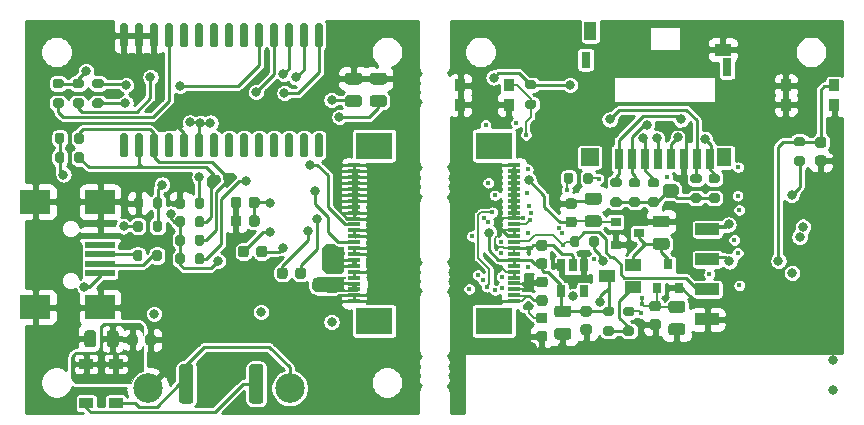
<source format=gbr>
G04 #@! TF.GenerationSoftware,KiCad,Pcbnew,(5.1.8)-1*
G04 #@! TF.CreationDate,2021-06-27T17:42:14+01:00*
G04 #@! TF.ProjectId,schem_1,73636865-6d5f-4312-9e6b-696361645f70,rev?*
G04 #@! TF.SameCoordinates,Original*
G04 #@! TF.FileFunction,Copper,L4,Bot*
G04 #@! TF.FilePolarity,Positive*
%FSLAX46Y46*%
G04 Gerber Fmt 4.6, Leading zero omitted, Abs format (unit mm)*
G04 Created by KiCad (PCBNEW (5.1.8)-1) date 2021-06-27 17:42:14*
%MOMM*%
%LPD*%
G01*
G04 APERTURE LIST*
G04 #@! TA.AperFunction,SMDPad,CuDef*
%ADD10R,2.000000X1.000000*%
G04 #@! TD*
G04 #@! TA.AperFunction,SMDPad,CuDef*
%ADD11R,1.100000X0.300000*%
G04 #@! TD*
G04 #@! TA.AperFunction,SMDPad,CuDef*
%ADD12R,3.100000X2.300000*%
G04 #@! TD*
G04 #@! TA.AperFunction,SMDPad,CuDef*
%ADD13R,0.700000X1.750000*%
G04 #@! TD*
G04 #@! TA.AperFunction,SMDPad,CuDef*
%ADD14R,1.300000X1.500000*%
G04 #@! TD*
G04 #@! TA.AperFunction,SMDPad,CuDef*
%ADD15R,0.800000X1.500000*%
G04 #@! TD*
G04 #@! TA.AperFunction,SMDPad,CuDef*
%ADD16R,1.450000X1.000000*%
G04 #@! TD*
G04 #@! TA.AperFunction,SMDPad,CuDef*
%ADD17R,0.800000X1.400000*%
G04 #@! TD*
G04 #@! TA.AperFunction,SMDPad,CuDef*
%ADD18R,1.500000X1.500000*%
G04 #@! TD*
G04 #@! TA.AperFunction,SMDPad,CuDef*
%ADD19R,1.000000X1.550000*%
G04 #@! TD*
G04 #@! TA.AperFunction,SMDPad,CuDef*
%ADD20R,0.900000X1.000000*%
G04 #@! TD*
G04 #@! TA.AperFunction,ComponentPad*
%ADD21C,2.500000*%
G04 #@! TD*
G04 #@! TA.AperFunction,SMDPad,CuDef*
%ADD22R,0.800000X0.900000*%
G04 #@! TD*
G04 #@! TA.AperFunction,SMDPad,CuDef*
%ADD23R,0.900000X0.800000*%
G04 #@! TD*
G04 #@! TA.AperFunction,SMDPad,CuDef*
%ADD24R,0.650000X1.060000*%
G04 #@! TD*
G04 #@! TA.AperFunction,SMDPad,CuDef*
%ADD25R,1.400000X1.000000*%
G04 #@! TD*
G04 #@! TA.AperFunction,SMDPad,CuDef*
%ADD26R,1.200000X0.900000*%
G04 #@! TD*
G04 #@! TA.AperFunction,SMDPad,CuDef*
%ADD27R,2.500000X0.500000*%
G04 #@! TD*
G04 #@! TA.AperFunction,SMDPad,CuDef*
%ADD28R,2.500000X2.000000*%
G04 #@! TD*
G04 #@! TA.AperFunction,ViaPad*
%ADD29C,0.800000*%
G04 #@! TD*
G04 #@! TA.AperFunction,ViaPad*
%ADD30C,0.400000*%
G04 #@! TD*
G04 #@! TA.AperFunction,Conductor*
%ADD31C,0.150000*%
G04 #@! TD*
G04 #@! TA.AperFunction,Conductor*
%ADD32C,0.250000*%
G04 #@! TD*
G04 #@! TA.AperFunction,Conductor*
%ADD33C,0.300000*%
G04 #@! TD*
G04 #@! TA.AperFunction,Conductor*
%ADD34C,0.254000*%
G04 #@! TD*
G04 #@! TA.AperFunction,Conductor*
%ADD35C,0.100000*%
G04 #@! TD*
G04 APERTURE END LIST*
D10*
G04 #@! TO.P,J4,4*
G04 #@! TO.N,/5V_USB_SC*
X116072280Y-14474460D03*
G04 #@! TO.P,J4,3*
G04 #@! TO.N,/U0TXD*
X116072280Y-17014460D03*
G04 #@! TO.P,J4,2*
G04 #@! TO.N,/SCL*
X116072280Y-19554460D03*
G04 #@! TO.P,J4,1*
G04 #@! TO.N,GND*
X116072280Y-22094460D03*
G04 #@! TD*
D11*
G04 #@! TO.P,J3,1*
G04 #@! TO.N,GND*
X99705480Y-20548460D03*
G04 #@! TO.P,J3,2*
X99705480Y-20048460D03*
G04 #@! TO.P,J3,3*
G04 #@! TO.N,/5V_USB_SC*
X99705480Y-19548460D03*
G04 #@! TO.P,J3,4*
X99705480Y-19048460D03*
G04 #@! TO.P,J3,5*
G04 #@! TO.N,GND*
X99705480Y-18548460D03*
G04 #@! TO.P,J3,6*
X99705480Y-18048460D03*
G04 #@! TO.P,J3,7*
G04 #@! TO.N,+3V3*
X99705480Y-17548460D03*
G04 #@! TO.P,J3,8*
X99705480Y-17048460D03*
G04 #@! TO.P,J3,9*
G04 #@! TO.N,GND*
X99705480Y-16548460D03*
G04 #@! TO.P,J3,10*
X99705480Y-16048460D03*
G04 #@! TO.P,J3,11*
G04 #@! TO.N,/SCL*
X99705480Y-15548460D03*
G04 #@! TO.P,J3,12*
G04 #@! TO.N,GND*
X99705480Y-15048460D03*
G04 #@! TO.P,J3,13*
X99705480Y-14548460D03*
G04 #@! TO.P,J3,14*
G04 #@! TO.N,/SDA*
X99705480Y-14048460D03*
G04 #@! TO.P,J3,15*
G04 #@! TO.N,GND*
X99705480Y-13548460D03*
G04 #@! TO.P,J3,16*
X99705480Y-13048460D03*
G04 #@! TO.P,J3,17*
X99705480Y-12548460D03*
G04 #@! TO.P,J3,18*
X99705480Y-12048460D03*
G04 #@! TO.P,J3,19*
X99705480Y-11548460D03*
G04 #@! TO.P,J3,20*
X99705480Y-11048460D03*
G04 #@! TO.P,J3,21*
X99705480Y-10548460D03*
G04 #@! TO.P,J3,22*
X99705480Y-10048460D03*
G04 #@! TO.P,J3,23*
X99705480Y-9548460D03*
G04 #@! TO.P,J3,24*
X99705480Y-9048460D03*
D12*
G04 #@! TO.P,J3,MP*
G04 #@! TO.N,N/C*
X98005480Y-22218460D03*
X98005480Y-7378460D03*
G04 #@! TD*
D13*
G04 #@! TO.P,J2,8*
G04 #@! TO.N,/HS2_DATA1*
X116276700Y-8484460D03*
D14*
G04 #@! TO.P,J2,11*
G04 #@! TO.N,N/C*
X117476700Y-8359460D03*
D15*
X117726700Y-759460D03*
D16*
G04 #@! TO.P,J2,9*
G04 #@! TO.N,GND*
X117401700Y740540D03*
D17*
G04 #@! TO.P,J2,11*
G04 #@! TO.N,N/C*
X105776700Y-109460D03*
D13*
G04 #@! TO.P,J2,7*
G04 #@! TO.N,/HS2_DATA0*
X115176700Y-8484460D03*
G04 #@! TO.P,J2,6*
G04 #@! TO.N,GND*
X114076700Y-8484460D03*
G04 #@! TO.P,J2,5*
G04 #@! TO.N,/HS2_CLK*
X112976700Y-8484460D03*
G04 #@! TO.P,J2,4*
G04 #@! TO.N,+3V3*
X111876700Y-8484460D03*
G04 #@! TO.P,J2,3*
G04 #@! TO.N,/HS2_CMD*
X110776700Y-8484460D03*
G04 #@! TO.P,J2,2*
G04 #@! TO.N,/HS2_DATA3*
X109676700Y-8484460D03*
G04 #@! TO.P,J2,1*
G04 #@! TO.N,/HS2_DATA2*
X108576700Y-8484460D03*
D18*
G04 #@! TO.P,J2,11*
G04 #@! TO.N,N/C*
X106126700Y-8359460D03*
D19*
G04 #@! TO.P,J2,10*
X106176700Y2315540D03*
G04 #@! TD*
D20*
G04 #@! TO.P,SW1,2*
G04 #@! TO.N,GND*
X99270400Y-3915640D03*
X95170400Y-3915640D03*
X95170400Y-2284640D03*
G04 #@! TO.P,SW1,1*
G04 #@! TO.N,/CSI_MCLK*
X99270400Y-2284640D03*
G04 #@! TD*
D21*
G04 #@! TO.P,C2,2*
G04 #@! TO.N,GND*
X68712800Y-27917200D03*
G04 #@! TO.P,C2,1*
G04 #@! TO.N,Net-(C2-Pad1)*
X80712800Y-27917200D03*
G04 #@! TD*
D11*
G04 #@! TO.P,J6,1*
G04 #@! TO.N,GND*
X86167800Y-9058640D03*
G04 #@! TO.P,J6,2*
X86167800Y-9558640D03*
G04 #@! TO.P,J6,3*
X86167800Y-10058640D03*
G04 #@! TO.P,J6,4*
X86167800Y-10558640D03*
G04 #@! TO.P,J6,5*
X86167800Y-11058640D03*
G04 #@! TO.P,J6,6*
X86167800Y-11558640D03*
G04 #@! TO.P,J6,7*
X86167800Y-12058640D03*
G04 #@! TO.P,J6,8*
X86167800Y-12558640D03*
G04 #@! TO.P,J6,9*
X86167800Y-13058640D03*
G04 #@! TO.P,J6,10*
X86167800Y-13558640D03*
G04 #@! TO.P,J6,11*
G04 #@! TO.N,/SDA*
X86167800Y-14058640D03*
G04 #@! TO.P,J6,12*
G04 #@! TO.N,GND*
X86167800Y-14558640D03*
G04 #@! TO.P,J6,13*
X86167800Y-15058640D03*
G04 #@! TO.P,J6,14*
G04 #@! TO.N,/SCL*
X86167800Y-15558640D03*
G04 #@! TO.P,J6,15*
G04 #@! TO.N,GND*
X86167800Y-16058640D03*
G04 #@! TO.P,J6,16*
X86167800Y-16558640D03*
G04 #@! TO.P,J6,17*
G04 #@! TO.N,+3V3*
X86167800Y-17058640D03*
G04 #@! TO.P,J6,18*
X86167800Y-17558640D03*
G04 #@! TO.P,J6,19*
G04 #@! TO.N,GND*
X86167800Y-18058640D03*
G04 #@! TO.P,J6,20*
X86167800Y-18558640D03*
G04 #@! TO.P,J6,21*
G04 #@! TO.N,/5V_USB_SC*
X86167800Y-19058640D03*
G04 #@! TO.P,J6,22*
X86167800Y-19558640D03*
G04 #@! TO.P,J6,23*
G04 #@! TO.N,GND*
X86167800Y-20058640D03*
G04 #@! TO.P,J6,24*
X86167800Y-20558640D03*
D12*
G04 #@! TO.P,J6,MP*
G04 #@! TO.N,N/C*
X87867800Y-7388640D03*
X87867800Y-22228640D03*
G04 #@! TD*
G04 #@! TO.P,R29,1*
G04 #@! TO.N,+3V3*
G04 #@! TA.AperFunction,SMDPad,CuDef*
G36*
G01*
X60841760Y-7037680D02*
X60841760Y-6487680D01*
G75*
G02*
X61041760Y-6287680I200000J0D01*
G01*
X61441760Y-6287680D01*
G75*
G02*
X61641760Y-6487680I0J-200000D01*
G01*
X61641760Y-7037680D01*
G75*
G02*
X61441760Y-7237680I-200000J0D01*
G01*
X61041760Y-7237680D01*
G75*
G02*
X60841760Y-7037680I0J200000D01*
G01*
G37*
G04 #@! TD.AperFunction*
G04 #@! TO.P,R29,2*
G04 #@! TO.N,/SCL*
G04 #@! TA.AperFunction,SMDPad,CuDef*
G36*
G01*
X62491760Y-7037680D02*
X62491760Y-6487680D01*
G75*
G02*
X62691760Y-6287680I200000J0D01*
G01*
X63091760Y-6287680D01*
G75*
G02*
X63291760Y-6487680I0J-200000D01*
G01*
X63291760Y-7037680D01*
G75*
G02*
X63091760Y-7237680I-200000J0D01*
G01*
X62691760Y-7237680D01*
G75*
G02*
X62491760Y-7037680I0J200000D01*
G01*
G37*
G04 #@! TD.AperFunction*
G04 #@! TD*
G04 #@! TO.P,R28,1*
G04 #@! TO.N,+3V3*
G04 #@! TA.AperFunction,SMDPad,CuDef*
G36*
G01*
X60841760Y-8663280D02*
X60841760Y-8113280D01*
G75*
G02*
X61041760Y-7913280I200000J0D01*
G01*
X61441760Y-7913280D01*
G75*
G02*
X61641760Y-8113280I0J-200000D01*
G01*
X61641760Y-8663280D01*
G75*
G02*
X61441760Y-8863280I-200000J0D01*
G01*
X61041760Y-8863280D01*
G75*
G02*
X60841760Y-8663280I0J200000D01*
G01*
G37*
G04 #@! TD.AperFunction*
G04 #@! TO.P,R28,2*
G04 #@! TO.N,/SDA*
G04 #@! TA.AperFunction,SMDPad,CuDef*
G36*
G01*
X62491760Y-8663280D02*
X62491760Y-8113280D01*
G75*
G02*
X62691760Y-7913280I200000J0D01*
G01*
X63091760Y-7913280D01*
G75*
G02*
X63291760Y-8113280I0J-200000D01*
G01*
X63291760Y-8663280D01*
G75*
G02*
X63091760Y-8863280I-200000J0D01*
G01*
X62691760Y-8863280D01*
G75*
G02*
X62491760Y-8663280I0J200000D01*
G01*
G37*
G04 #@! TD.AperFunction*
G04 #@! TD*
G04 #@! TO.P,R10,2*
G04 #@! TO.N,/SDA*
G04 #@! TA.AperFunction,SMDPad,CuDef*
G36*
G01*
X72680700Y-14098033D02*
X72680700Y-13548033D01*
G75*
G02*
X72880700Y-13348033I200000J0D01*
G01*
X73280700Y-13348033D01*
G75*
G02*
X73480700Y-13548033I0J-200000D01*
G01*
X73480700Y-14098033D01*
G75*
G02*
X73280700Y-14298033I-200000J0D01*
G01*
X72880700Y-14298033D01*
G75*
G02*
X72680700Y-14098033I0J200000D01*
G01*
G37*
G04 #@! TD.AperFunction*
G04 #@! TO.P,R10,1*
G04 #@! TO.N,+3V3*
G04 #@! TA.AperFunction,SMDPad,CuDef*
G36*
G01*
X71030700Y-14098033D02*
X71030700Y-13548033D01*
G75*
G02*
X71230700Y-13348033I200000J0D01*
G01*
X71630700Y-13348033D01*
G75*
G02*
X71830700Y-13548033I0J-200000D01*
G01*
X71830700Y-14098033D01*
G75*
G02*
X71630700Y-14298033I-200000J0D01*
G01*
X71230700Y-14298033D01*
G75*
G02*
X71030700Y-14098033I0J200000D01*
G01*
G37*
G04 #@! TD.AperFunction*
G04 #@! TD*
G04 #@! TO.P,R9,2*
G04 #@! TO.N,/SCL*
G04 #@! TA.AperFunction,SMDPad,CuDef*
G36*
G01*
X72680700Y-15664366D02*
X72680700Y-15114366D01*
G75*
G02*
X72880700Y-14914366I200000J0D01*
G01*
X73280700Y-14914366D01*
G75*
G02*
X73480700Y-15114366I0J-200000D01*
G01*
X73480700Y-15664366D01*
G75*
G02*
X73280700Y-15864366I-200000J0D01*
G01*
X72880700Y-15864366D01*
G75*
G02*
X72680700Y-15664366I0J200000D01*
G01*
G37*
G04 #@! TD.AperFunction*
G04 #@! TO.P,R9,1*
G04 #@! TO.N,+3V3*
G04 #@! TA.AperFunction,SMDPad,CuDef*
G36*
G01*
X71030700Y-15664366D02*
X71030700Y-15114366D01*
G75*
G02*
X71230700Y-14914366I200000J0D01*
G01*
X71630700Y-14914366D01*
G75*
G02*
X71830700Y-15114366I0J-200000D01*
G01*
X71830700Y-15664366D01*
G75*
G02*
X71630700Y-15864366I-200000J0D01*
G01*
X71230700Y-15864366D01*
G75*
G02*
X71030700Y-15664366I0J200000D01*
G01*
G37*
G04 #@! TD.AperFunction*
G04 #@! TD*
G04 #@! TO.P,U8,1*
G04 #@! TO.N,Net-(U8-Pad1)*
G04 #@! TA.AperFunction,SMDPad,CuDef*
G36*
G01*
X83351100Y-8370400D02*
X83051100Y-8370400D01*
G75*
G02*
X82901100Y-8220400I0J150000D01*
G01*
X82901100Y-6470400D01*
G75*
G02*
X83051100Y-6320400I150000J0D01*
G01*
X83351100Y-6320400D01*
G75*
G02*
X83501100Y-6470400I0J-150000D01*
G01*
X83501100Y-8220400D01*
G75*
G02*
X83351100Y-8370400I-150000J0D01*
G01*
G37*
G04 #@! TD.AperFunction*
G04 #@! TO.P,U8,2*
G04 #@! TO.N,Net-(U8-Pad2)*
G04 #@! TA.AperFunction,SMDPad,CuDef*
G36*
G01*
X82081100Y-8370400D02*
X81781100Y-8370400D01*
G75*
G02*
X81631100Y-8220400I0J150000D01*
G01*
X81631100Y-6470400D01*
G75*
G02*
X81781100Y-6320400I150000J0D01*
G01*
X82081100Y-6320400D01*
G75*
G02*
X82231100Y-6470400I0J-150000D01*
G01*
X82231100Y-8220400D01*
G75*
G02*
X82081100Y-8370400I-150000J0D01*
G01*
G37*
G04 #@! TD.AperFunction*
G04 #@! TO.P,U8,3*
G04 #@! TO.N,Net-(U8-Pad3)*
G04 #@! TA.AperFunction,SMDPad,CuDef*
G36*
G01*
X80811100Y-8370400D02*
X80511100Y-8370400D01*
G75*
G02*
X80361100Y-8220400I0J150000D01*
G01*
X80361100Y-6470400D01*
G75*
G02*
X80511100Y-6320400I150000J0D01*
G01*
X80811100Y-6320400D01*
G75*
G02*
X80961100Y-6470400I0J-150000D01*
G01*
X80961100Y-8220400D01*
G75*
G02*
X80811100Y-8370400I-150000J0D01*
G01*
G37*
G04 #@! TD.AperFunction*
G04 #@! TO.P,U8,4*
G04 #@! TO.N,Net-(U8-Pad4)*
G04 #@! TA.AperFunction,SMDPad,CuDef*
G36*
G01*
X79541100Y-8370400D02*
X79241100Y-8370400D01*
G75*
G02*
X79091100Y-8220400I0J150000D01*
G01*
X79091100Y-6470400D01*
G75*
G02*
X79241100Y-6320400I150000J0D01*
G01*
X79541100Y-6320400D01*
G75*
G02*
X79691100Y-6470400I0J-150000D01*
G01*
X79691100Y-8220400D01*
G75*
G02*
X79541100Y-8370400I-150000J0D01*
G01*
G37*
G04 #@! TD.AperFunction*
G04 #@! TO.P,U8,5*
G04 #@! TO.N,Net-(U8-Pad5)*
G04 #@! TA.AperFunction,SMDPad,CuDef*
G36*
G01*
X78271100Y-8370400D02*
X77971100Y-8370400D01*
G75*
G02*
X77821100Y-8220400I0J150000D01*
G01*
X77821100Y-6470400D01*
G75*
G02*
X77971100Y-6320400I150000J0D01*
G01*
X78271100Y-6320400D01*
G75*
G02*
X78421100Y-6470400I0J-150000D01*
G01*
X78421100Y-8220400D01*
G75*
G02*
X78271100Y-8370400I-150000J0D01*
G01*
G37*
G04 #@! TD.AperFunction*
G04 #@! TO.P,U8,6*
G04 #@! TO.N,Net-(U8-Pad6)*
G04 #@! TA.AperFunction,SMDPad,CuDef*
G36*
G01*
X77001100Y-8370400D02*
X76701100Y-8370400D01*
G75*
G02*
X76551100Y-8220400I0J150000D01*
G01*
X76551100Y-6470400D01*
G75*
G02*
X76701100Y-6320400I150000J0D01*
G01*
X77001100Y-6320400D01*
G75*
G02*
X77151100Y-6470400I0J-150000D01*
G01*
X77151100Y-8220400D01*
G75*
G02*
X77001100Y-8370400I-150000J0D01*
G01*
G37*
G04 #@! TD.AperFunction*
G04 #@! TO.P,U8,7*
G04 #@! TO.N,Net-(U8-Pad7)*
G04 #@! TA.AperFunction,SMDPad,CuDef*
G36*
G01*
X75731100Y-8370400D02*
X75431100Y-8370400D01*
G75*
G02*
X75281100Y-8220400I0J150000D01*
G01*
X75281100Y-6470400D01*
G75*
G02*
X75431100Y-6320400I150000J0D01*
G01*
X75731100Y-6320400D01*
G75*
G02*
X75881100Y-6470400I0J-150000D01*
G01*
X75881100Y-8220400D01*
G75*
G02*
X75731100Y-8370400I-150000J0D01*
G01*
G37*
G04 #@! TD.AperFunction*
G04 #@! TO.P,U8,8*
G04 #@! TO.N,Net-(U8-Pad8)*
G04 #@! TA.AperFunction,SMDPad,CuDef*
G36*
G01*
X74461100Y-8370400D02*
X74161100Y-8370400D01*
G75*
G02*
X74011100Y-8220400I0J150000D01*
G01*
X74011100Y-6470400D01*
G75*
G02*
X74161100Y-6320400I150000J0D01*
G01*
X74461100Y-6320400D01*
G75*
G02*
X74611100Y-6470400I0J-150000D01*
G01*
X74611100Y-8220400D01*
G75*
G02*
X74461100Y-8370400I-150000J0D01*
G01*
G37*
G04 #@! TD.AperFunction*
G04 #@! TO.P,U8,9*
G04 #@! TO.N,+3V3*
G04 #@! TA.AperFunction,SMDPad,CuDef*
G36*
G01*
X73191100Y-8370400D02*
X72891100Y-8370400D01*
G75*
G02*
X72741100Y-8220400I0J150000D01*
G01*
X72741100Y-6470400D01*
G75*
G02*
X72891100Y-6320400I150000J0D01*
G01*
X73191100Y-6320400D01*
G75*
G02*
X73341100Y-6470400I0J-150000D01*
G01*
X73341100Y-8220400D01*
G75*
G02*
X73191100Y-8370400I-150000J0D01*
G01*
G37*
G04 #@! TD.AperFunction*
G04 #@! TO.P,U8,10*
G04 #@! TO.N,GND*
G04 #@! TA.AperFunction,SMDPad,CuDef*
G36*
G01*
X71921100Y-8370400D02*
X71621100Y-8370400D01*
G75*
G02*
X71471100Y-8220400I0J150000D01*
G01*
X71471100Y-6470400D01*
G75*
G02*
X71621100Y-6320400I150000J0D01*
G01*
X71921100Y-6320400D01*
G75*
G02*
X72071100Y-6470400I0J-150000D01*
G01*
X72071100Y-8220400D01*
G75*
G02*
X71921100Y-8370400I-150000J0D01*
G01*
G37*
G04 #@! TD.AperFunction*
G04 #@! TO.P,U8,11*
G04 #@! TO.N,Net-(U8-Pad11)*
G04 #@! TA.AperFunction,SMDPad,CuDef*
G36*
G01*
X70651100Y-8370400D02*
X70351100Y-8370400D01*
G75*
G02*
X70201100Y-8220400I0J150000D01*
G01*
X70201100Y-6470400D01*
G75*
G02*
X70351100Y-6320400I150000J0D01*
G01*
X70651100Y-6320400D01*
G75*
G02*
X70801100Y-6470400I0J-150000D01*
G01*
X70801100Y-8220400D01*
G75*
G02*
X70651100Y-8370400I-150000J0D01*
G01*
G37*
G04 #@! TD.AperFunction*
G04 #@! TO.P,U8,12*
G04 #@! TO.N,/SCL*
G04 #@! TA.AperFunction,SMDPad,CuDef*
G36*
G01*
X69381100Y-8370400D02*
X69081100Y-8370400D01*
G75*
G02*
X68931100Y-8220400I0J150000D01*
G01*
X68931100Y-6470400D01*
G75*
G02*
X69081100Y-6320400I150000J0D01*
G01*
X69381100Y-6320400D01*
G75*
G02*
X69531100Y-6470400I0J-150000D01*
G01*
X69531100Y-8220400D01*
G75*
G02*
X69381100Y-8370400I-150000J0D01*
G01*
G37*
G04 #@! TD.AperFunction*
G04 #@! TO.P,U8,13*
G04 #@! TO.N,/SDA*
G04 #@! TA.AperFunction,SMDPad,CuDef*
G36*
G01*
X68111100Y-8370400D02*
X67811100Y-8370400D01*
G75*
G02*
X67661100Y-8220400I0J150000D01*
G01*
X67661100Y-6470400D01*
G75*
G02*
X67811100Y-6320400I150000J0D01*
G01*
X68111100Y-6320400D01*
G75*
G02*
X68261100Y-6470400I0J-150000D01*
G01*
X68261100Y-8220400D01*
G75*
G02*
X68111100Y-8370400I-150000J0D01*
G01*
G37*
G04 #@! TD.AperFunction*
G04 #@! TO.P,U8,14*
G04 #@! TO.N,Net-(U8-Pad14)*
G04 #@! TA.AperFunction,SMDPad,CuDef*
G36*
G01*
X66841100Y-8370400D02*
X66541100Y-8370400D01*
G75*
G02*
X66391100Y-8220400I0J150000D01*
G01*
X66391100Y-6470400D01*
G75*
G02*
X66541100Y-6320400I150000J0D01*
G01*
X66841100Y-6320400D01*
G75*
G02*
X66991100Y-6470400I0J-150000D01*
G01*
X66991100Y-8220400D01*
G75*
G02*
X66841100Y-8370400I-150000J0D01*
G01*
G37*
G04 #@! TD.AperFunction*
G04 #@! TO.P,U8,15*
G04 #@! TO.N,GND*
G04 #@! TA.AperFunction,SMDPad,CuDef*
G36*
G01*
X66841100Y929600D02*
X66541100Y929600D01*
G75*
G02*
X66391100Y1079600I0J150000D01*
G01*
X66391100Y2829600D01*
G75*
G02*
X66541100Y2979600I150000J0D01*
G01*
X66841100Y2979600D01*
G75*
G02*
X66991100Y2829600I0J-150000D01*
G01*
X66991100Y1079600D01*
G75*
G02*
X66841100Y929600I-150000J0D01*
G01*
G37*
G04 #@! TD.AperFunction*
G04 #@! TO.P,U8,16*
G04 #@! TA.AperFunction,SMDPad,CuDef*
G36*
G01*
X68111100Y929600D02*
X67811100Y929600D01*
G75*
G02*
X67661100Y1079600I0J150000D01*
G01*
X67661100Y2829600D01*
G75*
G02*
X67811100Y2979600I150000J0D01*
G01*
X68111100Y2979600D01*
G75*
G02*
X68261100Y2829600I0J-150000D01*
G01*
X68261100Y1079600D01*
G75*
G02*
X68111100Y929600I-150000J0D01*
G01*
G37*
G04 #@! TD.AperFunction*
G04 #@! TO.P,U8,17*
G04 #@! TA.AperFunction,SMDPad,CuDef*
G36*
G01*
X69381100Y929600D02*
X69081100Y929600D01*
G75*
G02*
X68931100Y1079600I0J150000D01*
G01*
X68931100Y2829600D01*
G75*
G02*
X69081100Y2979600I150000J0D01*
G01*
X69381100Y2979600D01*
G75*
G02*
X69531100Y2829600I0J-150000D01*
G01*
X69531100Y1079600D01*
G75*
G02*
X69381100Y929600I-150000J0D01*
G01*
G37*
G04 #@! TD.AperFunction*
G04 #@! TO.P,U8,18*
G04 #@! TO.N,Net-(R24-Pad2)*
G04 #@! TA.AperFunction,SMDPad,CuDef*
G36*
G01*
X70651100Y929600D02*
X70351100Y929600D01*
G75*
G02*
X70201100Y1079600I0J150000D01*
G01*
X70201100Y2829600D01*
G75*
G02*
X70351100Y2979600I150000J0D01*
G01*
X70651100Y2979600D01*
G75*
G02*
X70801100Y2829600I0J-150000D01*
G01*
X70801100Y1079600D01*
G75*
G02*
X70651100Y929600I-150000J0D01*
G01*
G37*
G04 #@! TD.AperFunction*
G04 #@! TO.P,U8,19*
G04 #@! TO.N,Net-(U8-Pad19)*
G04 #@! TA.AperFunction,SMDPad,CuDef*
G36*
G01*
X71921100Y929600D02*
X71621100Y929600D01*
G75*
G02*
X71471100Y1079600I0J150000D01*
G01*
X71471100Y2829600D01*
G75*
G02*
X71621100Y2979600I150000J0D01*
G01*
X71921100Y2979600D01*
G75*
G02*
X72071100Y2829600I0J-150000D01*
G01*
X72071100Y1079600D01*
G75*
G02*
X71921100Y929600I-150000J0D01*
G01*
G37*
G04 #@! TD.AperFunction*
G04 #@! TO.P,U8,20*
G04 #@! TO.N,Net-(U8-Pad20)*
G04 #@! TA.AperFunction,SMDPad,CuDef*
G36*
G01*
X73191100Y929600D02*
X72891100Y929600D01*
G75*
G02*
X72741100Y1079600I0J150000D01*
G01*
X72741100Y2829600D01*
G75*
G02*
X72891100Y2979600I150000J0D01*
G01*
X73191100Y2979600D01*
G75*
G02*
X73341100Y2829600I0J-150000D01*
G01*
X73341100Y1079600D01*
G75*
G02*
X73191100Y929600I-150000J0D01*
G01*
G37*
G04 #@! TD.AperFunction*
G04 #@! TO.P,U8,21*
G04 #@! TO.N,Net-(U8-Pad21)*
G04 #@! TA.AperFunction,SMDPad,CuDef*
G36*
G01*
X74461100Y929600D02*
X74161100Y929600D01*
G75*
G02*
X74011100Y1079600I0J150000D01*
G01*
X74011100Y2829600D01*
G75*
G02*
X74161100Y2979600I150000J0D01*
G01*
X74461100Y2979600D01*
G75*
G02*
X74611100Y2829600I0J-150000D01*
G01*
X74611100Y1079600D01*
G75*
G02*
X74461100Y929600I-150000J0D01*
G01*
G37*
G04 #@! TD.AperFunction*
G04 #@! TO.P,U8,22*
G04 #@! TO.N,Net-(U8-Pad22)*
G04 #@! TA.AperFunction,SMDPad,CuDef*
G36*
G01*
X75731100Y929600D02*
X75431100Y929600D01*
G75*
G02*
X75281100Y1079600I0J150000D01*
G01*
X75281100Y2829600D01*
G75*
G02*
X75431100Y2979600I150000J0D01*
G01*
X75731100Y2979600D01*
G75*
G02*
X75881100Y2829600I0J-150000D01*
G01*
X75881100Y1079600D01*
G75*
G02*
X75731100Y929600I-150000J0D01*
G01*
G37*
G04 #@! TD.AperFunction*
G04 #@! TO.P,U8,23*
G04 #@! TO.N,Net-(U8-Pad23)*
G04 #@! TA.AperFunction,SMDPad,CuDef*
G36*
G01*
X77001100Y929600D02*
X76701100Y929600D01*
G75*
G02*
X76551100Y1079600I0J150000D01*
G01*
X76551100Y2829600D01*
G75*
G02*
X76701100Y2979600I150000J0D01*
G01*
X77001100Y2979600D01*
G75*
G02*
X77151100Y2829600I0J-150000D01*
G01*
X77151100Y1079600D01*
G75*
G02*
X77001100Y929600I-150000J0D01*
G01*
G37*
G04 #@! TD.AperFunction*
G04 #@! TO.P,U8,24*
G04 #@! TO.N,/GPIO Expander/LED_RECORDING*
G04 #@! TA.AperFunction,SMDPad,CuDef*
G36*
G01*
X78271100Y929600D02*
X77971100Y929600D01*
G75*
G02*
X77821100Y1079600I0J150000D01*
G01*
X77821100Y2829600D01*
G75*
G02*
X77971100Y2979600I150000J0D01*
G01*
X78271100Y2979600D01*
G75*
G02*
X78421100Y2829600I0J-150000D01*
G01*
X78421100Y1079600D01*
G75*
G02*
X78271100Y929600I-150000J0D01*
G01*
G37*
G04 #@! TD.AperFunction*
G04 #@! TO.P,U8,25*
G04 #@! TO.N,/GPIO Expander/Vusb_detect*
G04 #@! TA.AperFunction,SMDPad,CuDef*
G36*
G01*
X79541100Y929600D02*
X79241100Y929600D01*
G75*
G02*
X79091100Y1079600I0J150000D01*
G01*
X79091100Y2829600D01*
G75*
G02*
X79241100Y2979600I150000J0D01*
G01*
X79541100Y2979600D01*
G75*
G02*
X79691100Y2829600I0J-150000D01*
G01*
X79691100Y1079600D01*
G75*
G02*
X79541100Y929600I-150000J0D01*
G01*
G37*
G04 #@! TD.AperFunction*
G04 #@! TO.P,U8,26*
G04 #@! TO.N,/GPIO Expander/BTN_DOWN*
G04 #@! TA.AperFunction,SMDPad,CuDef*
G36*
G01*
X80811100Y929600D02*
X80511100Y929600D01*
G75*
G02*
X80361100Y1079600I0J150000D01*
G01*
X80361100Y2829600D01*
G75*
G02*
X80511100Y2979600I150000J0D01*
G01*
X80811100Y2979600D01*
G75*
G02*
X80961100Y2829600I0J-150000D01*
G01*
X80961100Y1079600D01*
G75*
G02*
X80811100Y929600I-150000J0D01*
G01*
G37*
G04 #@! TD.AperFunction*
G04 #@! TO.P,U8,27*
G04 #@! TO.N,/GPIO Expander/BTN_UP*
G04 #@! TA.AperFunction,SMDPad,CuDef*
G36*
G01*
X82081100Y929600D02*
X81781100Y929600D01*
G75*
G02*
X81631100Y1079600I0J150000D01*
G01*
X81631100Y2829600D01*
G75*
G02*
X81781100Y2979600I150000J0D01*
G01*
X82081100Y2979600D01*
G75*
G02*
X82231100Y2829600I0J-150000D01*
G01*
X82231100Y1079600D01*
G75*
G02*
X82081100Y929600I-150000J0D01*
G01*
G37*
G04 #@! TD.AperFunction*
G04 #@! TO.P,U8,28*
G04 #@! TO.N,/GPIO Expander/BTN_OK*
G04 #@! TA.AperFunction,SMDPad,CuDef*
G36*
G01*
X83351100Y929600D02*
X83051100Y929600D01*
G75*
G02*
X82901100Y1079600I0J150000D01*
G01*
X82901100Y2829600D01*
G75*
G02*
X83051100Y2979600I150000J0D01*
G01*
X83351100Y2979600D01*
G75*
G02*
X83501100Y2829600I0J-150000D01*
G01*
X83501100Y1079600D01*
G75*
G02*
X83351100Y929600I-150000J0D01*
G01*
G37*
G04 #@! TD.AperFunction*
G04 #@! TD*
D22*
G04 #@! TO.P,U6,1*
G04 #@! TO.N,GND*
X113687480Y-19433960D03*
G04 #@! TO.P,U6,2*
G04 #@! TO.N,+1V2*
X111787480Y-19433960D03*
G04 #@! TO.P,U6,3*
G04 #@! TO.N,Net-(C16-Pad1)*
X112737480Y-17433960D03*
G04 #@! TD*
D23*
G04 #@! TO.P,U5,1*
G04 #@! TO.N,GND*
X108308480Y-15764460D03*
G04 #@! TO.P,U5,2*
G04 #@! TO.N,+2V8*
X108308480Y-13864460D03*
G04 #@! TO.P,U5,3*
G04 #@! TO.N,Net-(C16-Pad1)*
X110308480Y-14814460D03*
G04 #@! TD*
D24*
G04 #@! TO.P,U2,1*
G04 #@! TO.N,/5V_USB_SC*
X103722980Y-17524460D03*
G04 #@! TO.P,U2,2*
G04 #@! TO.N,GND*
X104672980Y-17524460D03*
G04 #@! TO.P,U2,3*
G04 #@! TO.N,/5V_USB_SC*
X105622980Y-17524460D03*
G04 #@! TO.P,U2,4*
G04 #@! TO.N,Net-(U2-Pad4)*
X105622980Y-19724460D03*
G04 #@! TO.P,U2,5*
G04 #@! TO.N,+3V3*
X103722980Y-19724460D03*
G04 #@! TD*
G04 #@! TO.P,R26,2*
G04 #@! TO.N,+3V3*
G04 #@! TA.AperFunction,SMDPad,CuDef*
G36*
G01*
X106103320Y-15785420D02*
X106103320Y-15235420D01*
G75*
G02*
X106303320Y-15035420I200000J0D01*
G01*
X106703320Y-15035420D01*
G75*
G02*
X106903320Y-15235420I0J-200000D01*
G01*
X106903320Y-15785420D01*
G75*
G02*
X106703320Y-15985420I-200000J0D01*
G01*
X106303320Y-15985420D01*
G75*
G02*
X106103320Y-15785420I0J200000D01*
G01*
G37*
G04 #@! TD.AperFunction*
G04 #@! TO.P,R26,1*
G04 #@! TO.N,/SCL*
G04 #@! TA.AperFunction,SMDPad,CuDef*
G36*
G01*
X104453320Y-15785420D02*
X104453320Y-15235420D01*
G75*
G02*
X104653320Y-15035420I200000J0D01*
G01*
X105053320Y-15035420D01*
G75*
G02*
X105253320Y-15235420I0J-200000D01*
G01*
X105253320Y-15785420D01*
G75*
G02*
X105053320Y-15985420I-200000J0D01*
G01*
X104653320Y-15985420D01*
G75*
G02*
X104453320Y-15785420I0J200000D01*
G01*
G37*
G04 #@! TD.AperFunction*
G04 #@! TD*
G04 #@! TO.P,R25,2*
G04 #@! TO.N,Net-(D4-Pad2)*
G04 #@! TA.AperFunction,SMDPad,CuDef*
G36*
G01*
X64210340Y-3378180D02*
X64760340Y-3378180D01*
G75*
G02*
X64960340Y-3578180I0J-200000D01*
G01*
X64960340Y-3978180D01*
G75*
G02*
X64760340Y-4178180I-200000J0D01*
G01*
X64210340Y-4178180D01*
G75*
G02*
X64010340Y-3978180I0J200000D01*
G01*
X64010340Y-3578180D01*
G75*
G02*
X64210340Y-3378180I200000J0D01*
G01*
G37*
G04 #@! TD.AperFunction*
G04 #@! TO.P,R25,1*
G04 #@! TO.N,/GPIO Expander/LED_RECORDING*
G04 #@! TA.AperFunction,SMDPad,CuDef*
G36*
G01*
X64210340Y-1728180D02*
X64760340Y-1728180D01*
G75*
G02*
X64960340Y-1928180I0J-200000D01*
G01*
X64960340Y-2328180D01*
G75*
G02*
X64760340Y-2528180I-200000J0D01*
G01*
X64210340Y-2528180D01*
G75*
G02*
X64010340Y-2328180I0J200000D01*
G01*
X64010340Y-1928180D01*
G75*
G02*
X64210340Y-1728180I200000J0D01*
G01*
G37*
G04 #@! TD.AperFunction*
G04 #@! TD*
G04 #@! TO.P,R24,2*
G04 #@! TO.N,Net-(R24-Pad2)*
G04 #@! TA.AperFunction,SMDPad,CuDef*
G36*
G01*
X60860080Y-3378180D02*
X61410080Y-3378180D01*
G75*
G02*
X61610080Y-3578180I0J-200000D01*
G01*
X61610080Y-3978180D01*
G75*
G02*
X61410080Y-4178180I-200000J0D01*
G01*
X60860080Y-4178180D01*
G75*
G02*
X60660080Y-3978180I0J200000D01*
G01*
X60660080Y-3578180D01*
G75*
G02*
X60860080Y-3378180I200000J0D01*
G01*
G37*
G04 #@! TD.AperFunction*
G04 #@! TO.P,R24,1*
G04 #@! TO.N,+3V3*
G04 #@! TA.AperFunction,SMDPad,CuDef*
G36*
G01*
X60860080Y-1728180D02*
X61410080Y-1728180D01*
G75*
G02*
X61610080Y-1928180I0J-200000D01*
G01*
X61610080Y-2328180D01*
G75*
G02*
X61410080Y-2528180I-200000J0D01*
G01*
X60860080Y-2528180D01*
G75*
G02*
X60660080Y-2328180I0J200000D01*
G01*
X60660080Y-1928180D01*
G75*
G02*
X60860080Y-1728180I200000J0D01*
G01*
G37*
G04 #@! TD.AperFunction*
G04 #@! TD*
G04 #@! TO.P,R23,2*
G04 #@! TO.N,GND*
G04 #@! TA.AperFunction,SMDPad,CuDef*
G36*
G01*
X68299600Y-11969000D02*
X68299600Y-12519000D01*
G75*
G02*
X68099600Y-12719000I-200000J0D01*
G01*
X67699600Y-12719000D01*
G75*
G02*
X67499600Y-12519000I0J200000D01*
G01*
X67499600Y-11969000D01*
G75*
G02*
X67699600Y-11769000I200000J0D01*
G01*
X68099600Y-11769000D01*
G75*
G02*
X68299600Y-11969000I0J-200000D01*
G01*
G37*
G04 #@! TD.AperFunction*
G04 #@! TO.P,R23,1*
G04 #@! TO.N,/GPIO Expander/Vusb_detect*
G04 #@! TA.AperFunction,SMDPad,CuDef*
G36*
G01*
X69949600Y-11969000D02*
X69949600Y-12519000D01*
G75*
G02*
X69749600Y-12719000I-200000J0D01*
G01*
X69349600Y-12719000D01*
G75*
G02*
X69149600Y-12519000I0J200000D01*
G01*
X69149600Y-11969000D01*
G75*
G02*
X69349600Y-11769000I200000J0D01*
G01*
X69749600Y-11769000D01*
G75*
G02*
X69949600Y-11969000I0J-200000D01*
G01*
G37*
G04 #@! TD.AperFunction*
G04 #@! TD*
G04 #@! TO.P,R22,2*
G04 #@! TO.N,/GPIO Expander/Vusb_detect*
G04 #@! TA.AperFunction,SMDPad,CuDef*
G36*
G01*
X69134860Y-14492580D02*
X69134860Y-13942580D01*
G75*
G02*
X69334860Y-13742580I200000J0D01*
G01*
X69734860Y-13742580D01*
G75*
G02*
X69934860Y-13942580I0J-200000D01*
G01*
X69934860Y-14492580D01*
G75*
G02*
X69734860Y-14692580I-200000J0D01*
G01*
X69334860Y-14692580D01*
G75*
G02*
X69134860Y-14492580I0J200000D01*
G01*
G37*
G04 #@! TD.AperFunction*
G04 #@! TO.P,R22,1*
G04 #@! TO.N,/5V_USB_SC*
G04 #@! TA.AperFunction,SMDPad,CuDef*
G36*
G01*
X67484860Y-14492580D02*
X67484860Y-13942580D01*
G75*
G02*
X67684860Y-13742580I200000J0D01*
G01*
X68084860Y-13742580D01*
G75*
G02*
X68284860Y-13942580I0J-200000D01*
G01*
X68284860Y-14492580D01*
G75*
G02*
X68084860Y-14692580I-200000J0D01*
G01*
X67684860Y-14692580D01*
G75*
G02*
X67484860Y-14492580I0J200000D01*
G01*
G37*
G04 #@! TD.AperFunction*
G04 #@! TD*
G04 #@! TO.P,R21,2*
G04 #@! TO.N,GND*
G04 #@! TA.AperFunction,SMDPad,CuDef*
G36*
G01*
X71830700Y-11981700D02*
X71830700Y-12531700D01*
G75*
G02*
X71630700Y-12731700I-200000J0D01*
G01*
X71230700Y-12731700D01*
G75*
G02*
X71030700Y-12531700I0J200000D01*
G01*
X71030700Y-11981700D01*
G75*
G02*
X71230700Y-11781700I200000J0D01*
G01*
X71630700Y-11781700D01*
G75*
G02*
X71830700Y-11981700I0J-200000D01*
G01*
G37*
G04 #@! TD.AperFunction*
G04 #@! TO.P,R21,1*
G04 #@! TO.N,Net-(R21-Pad1)*
G04 #@! TA.AperFunction,SMDPad,CuDef*
G36*
G01*
X73480700Y-11981700D02*
X73480700Y-12531700D01*
G75*
G02*
X73280700Y-12731700I-200000J0D01*
G01*
X72880700Y-12731700D01*
G75*
G02*
X72680700Y-12531700I0J200000D01*
G01*
X72680700Y-11981700D01*
G75*
G02*
X72880700Y-11781700I200000J0D01*
G01*
X73280700Y-11781700D01*
G75*
G02*
X73480700Y-11981700I0J-200000D01*
G01*
G37*
G04 #@! TD.AperFunction*
G04 #@! TD*
G04 #@! TO.P,R20,2*
G04 #@! TO.N,/I2C OLED/OLED_RESET*
G04 #@! TA.AperFunction,SMDPad,CuDef*
G36*
G01*
X72680700Y-17230700D02*
X72680700Y-16680700D01*
G75*
G02*
X72880700Y-16480700I200000J0D01*
G01*
X73280700Y-16480700D01*
G75*
G02*
X73480700Y-16680700I0J-200000D01*
G01*
X73480700Y-17230700D01*
G75*
G02*
X73280700Y-17430700I-200000J0D01*
G01*
X72880700Y-17430700D01*
G75*
G02*
X72680700Y-17230700I0J200000D01*
G01*
G37*
G04 #@! TD.AperFunction*
G04 #@! TO.P,R20,1*
G04 #@! TO.N,+3V3*
G04 #@! TA.AperFunction,SMDPad,CuDef*
G36*
G01*
X71030700Y-17230700D02*
X71030700Y-16680700D01*
G75*
G02*
X71230700Y-16480700I200000J0D01*
G01*
X71630700Y-16480700D01*
G75*
G02*
X71830700Y-16680700I0J-200000D01*
G01*
X71830700Y-17230700D01*
G75*
G02*
X71630700Y-17430700I-200000J0D01*
G01*
X71230700Y-17430700D01*
G75*
G02*
X71030700Y-17230700I0J200000D01*
G01*
G37*
G04 #@! TD.AperFunction*
G04 #@! TD*
G04 #@! TO.P,R19,1*
G04 #@! TO.N,Net-(Q1-Pad2)*
G04 #@! TA.AperFunction,SMDPad,CuDef*
G36*
G01*
X109710480Y-23468960D02*
X109160480Y-23468960D01*
G75*
G02*
X108960480Y-23268960I0J200000D01*
G01*
X108960480Y-22868960D01*
G75*
G02*
X109160480Y-22668960I200000J0D01*
G01*
X109710480Y-22668960D01*
G75*
G02*
X109910480Y-22868960I0J-200000D01*
G01*
X109910480Y-23268960D01*
G75*
G02*
X109710480Y-23468960I-200000J0D01*
G01*
G37*
G04 #@! TD.AperFunction*
G04 #@! TO.P,R19,2*
G04 #@! TO.N,/CAM_PWR*
G04 #@! TA.AperFunction,SMDPad,CuDef*
G36*
G01*
X109710480Y-21818960D02*
X109160480Y-21818960D01*
G75*
G02*
X108960480Y-21618960I0J200000D01*
G01*
X108960480Y-21218960D01*
G75*
G02*
X109160480Y-21018960I200000J0D01*
G01*
X109710480Y-21018960D01*
G75*
G02*
X109910480Y-21218960I0J-200000D01*
G01*
X109910480Y-21618960D01*
G75*
G02*
X109710480Y-21818960I-200000J0D01*
G01*
G37*
G04 #@! TD.AperFunction*
G04 #@! TD*
G04 #@! TO.P,R18,1*
G04 #@! TO.N,Net-(D2-Pad1)*
G04 #@! TA.AperFunction,SMDPad,CuDef*
G36*
G01*
X78493800Y-26122499D02*
X78493800Y-28972501D01*
G75*
G02*
X78243801Y-29222500I-249999J0D01*
G01*
X77518799Y-29222500D01*
G75*
G02*
X77268800Y-28972501I0J249999D01*
G01*
X77268800Y-26122499D01*
G75*
G02*
X77518799Y-25872500I249999J0D01*
G01*
X78243801Y-25872500D01*
G75*
G02*
X78493800Y-26122499I0J-249999D01*
G01*
G37*
G04 #@! TD.AperFunction*
G04 #@! TO.P,R18,2*
G04 #@! TO.N,Net-(C2-Pad1)*
G04 #@! TA.AperFunction,SMDPad,CuDef*
G36*
G01*
X72568800Y-26122499D02*
X72568800Y-28972501D01*
G75*
G02*
X72318801Y-29222500I-249999J0D01*
G01*
X71593799Y-29222500D01*
G75*
G02*
X71343800Y-28972501I0J249999D01*
G01*
X71343800Y-26122499D01*
G75*
G02*
X71593799Y-25872500I249999J0D01*
G01*
X72318801Y-25872500D01*
G75*
G02*
X72568800Y-26122499I0J-249999D01*
G01*
G37*
G04 #@! TD.AperFunction*
G04 #@! TD*
G04 #@! TO.P,R17,1*
G04 #@! TO.N,+3V3*
G04 #@! TA.AperFunction,SMDPad,CuDef*
G36*
G01*
X107445980Y-21018960D02*
X107995980Y-21018960D01*
G75*
G02*
X108195980Y-21218960I0J-200000D01*
G01*
X108195980Y-21618960D01*
G75*
G02*
X107995980Y-21818960I-200000J0D01*
G01*
X107445980Y-21818960D01*
G75*
G02*
X107245980Y-21618960I0J200000D01*
G01*
X107245980Y-21218960D01*
G75*
G02*
X107445980Y-21018960I200000J0D01*
G01*
G37*
G04 #@! TD.AperFunction*
G04 #@! TO.P,R17,2*
G04 #@! TO.N,Net-(Q1-Pad2)*
G04 #@! TA.AperFunction,SMDPad,CuDef*
G36*
G01*
X107445980Y-22668960D02*
X107995980Y-22668960D01*
G75*
G02*
X108195980Y-22868960I0J-200000D01*
G01*
X108195980Y-23268960D01*
G75*
G02*
X107995980Y-23468960I-200000J0D01*
G01*
X107445980Y-23468960D01*
G75*
G02*
X107245980Y-23268960I0J200000D01*
G01*
X107245980Y-22868960D01*
G75*
G02*
X107445980Y-22668960I200000J0D01*
G01*
G37*
G04 #@! TD.AperFunction*
G04 #@! TD*
G04 #@! TO.P,R16,2*
G04 #@! TO.N,Net-(D3-Pad2)*
G04 #@! TA.AperFunction,SMDPad,CuDef*
G36*
G01*
X62535210Y-3378180D02*
X63085210Y-3378180D01*
G75*
G02*
X63285210Y-3578180I0J-200000D01*
G01*
X63285210Y-3978180D01*
G75*
G02*
X63085210Y-4178180I-200000J0D01*
G01*
X62535210Y-4178180D01*
G75*
G02*
X62335210Y-3978180I0J200000D01*
G01*
X62335210Y-3578180D01*
G75*
G02*
X62535210Y-3378180I200000J0D01*
G01*
G37*
G04 #@! TD.AperFunction*
G04 #@! TO.P,R16,1*
G04 #@! TO.N,+3V3*
G04 #@! TA.AperFunction,SMDPad,CuDef*
G36*
G01*
X62535210Y-1728180D02*
X63085210Y-1728180D01*
G75*
G02*
X63285210Y-1928180I0J-200000D01*
G01*
X63285210Y-2328180D01*
G75*
G02*
X63085210Y-2528180I-200000J0D01*
G01*
X62535210Y-2528180D01*
G75*
G02*
X62335210Y-2328180I0J200000D01*
G01*
X62335210Y-1928180D01*
G75*
G02*
X62535210Y-1728180I200000J0D01*
G01*
G37*
G04 #@! TD.AperFunction*
G04 #@! TD*
G04 #@! TO.P,R15,1*
G04 #@! TO.N,+3V3*
G04 #@! TA.AperFunction,SMDPad,CuDef*
G36*
G01*
X116946680Y-12217660D02*
X116396680Y-12217660D01*
G75*
G02*
X116196680Y-12017660I0J200000D01*
G01*
X116196680Y-11617660D01*
G75*
G02*
X116396680Y-11417660I200000J0D01*
G01*
X116946680Y-11417660D01*
G75*
G02*
X117146680Y-11617660I0J-200000D01*
G01*
X117146680Y-12017660D01*
G75*
G02*
X116946680Y-12217660I-200000J0D01*
G01*
G37*
G04 #@! TD.AperFunction*
G04 #@! TO.P,R15,2*
G04 #@! TO.N,/HS2_DATA1*
G04 #@! TA.AperFunction,SMDPad,CuDef*
G36*
G01*
X116946680Y-10567660D02*
X116396680Y-10567660D01*
G75*
G02*
X116196680Y-10367660I0J200000D01*
G01*
X116196680Y-9967660D01*
G75*
G02*
X116396680Y-9767660I200000J0D01*
G01*
X116946680Y-9767660D01*
G75*
G02*
X117146680Y-9967660I0J-200000D01*
G01*
X117146680Y-10367660D01*
G75*
G02*
X116946680Y-10567660I-200000J0D01*
G01*
G37*
G04 #@! TD.AperFunction*
G04 #@! TD*
G04 #@! TO.P,R14,1*
G04 #@! TO.N,+3V3*
G04 #@! TA.AperFunction,SMDPad,CuDef*
G36*
G01*
X115397280Y-12217660D02*
X114847280Y-12217660D01*
G75*
G02*
X114647280Y-12017660I0J200000D01*
G01*
X114647280Y-11617660D01*
G75*
G02*
X114847280Y-11417660I200000J0D01*
G01*
X115397280Y-11417660D01*
G75*
G02*
X115597280Y-11617660I0J-200000D01*
G01*
X115597280Y-12017660D01*
G75*
G02*
X115397280Y-12217660I-200000J0D01*
G01*
G37*
G04 #@! TD.AperFunction*
G04 #@! TO.P,R14,2*
G04 #@! TO.N,/HS2_DATA0*
G04 #@! TA.AperFunction,SMDPad,CuDef*
G36*
G01*
X115397280Y-10567660D02*
X114847280Y-10567660D01*
G75*
G02*
X114647280Y-10367660I0J200000D01*
G01*
X114647280Y-9967660D01*
G75*
G02*
X114847280Y-9767660I200000J0D01*
G01*
X115397280Y-9767660D01*
G75*
G02*
X115597280Y-9967660I0J-200000D01*
G01*
X115597280Y-10367660D01*
G75*
G02*
X115397280Y-10567660I-200000J0D01*
G01*
G37*
G04 #@! TD.AperFunction*
G04 #@! TD*
G04 #@! TO.P,R13,2*
G04 #@! TO.N,/HS2_CMD*
G04 #@! TA.AperFunction,SMDPad,CuDef*
G36*
G01*
X111793280Y-10921860D02*
X111243280Y-10921860D01*
G75*
G02*
X111043280Y-10721860I0J200000D01*
G01*
X111043280Y-10321860D01*
G75*
G02*
X111243280Y-10121860I200000J0D01*
G01*
X111793280Y-10121860D01*
G75*
G02*
X111993280Y-10321860I0J-200000D01*
G01*
X111993280Y-10721860D01*
G75*
G02*
X111793280Y-10921860I-200000J0D01*
G01*
G37*
G04 #@! TD.AperFunction*
G04 #@! TO.P,R13,1*
G04 #@! TO.N,+3V3*
G04 #@! TA.AperFunction,SMDPad,CuDef*
G36*
G01*
X111793280Y-12571860D02*
X111243280Y-12571860D01*
G75*
G02*
X111043280Y-12371860I0J200000D01*
G01*
X111043280Y-11971860D01*
G75*
G02*
X111243280Y-11771860I200000J0D01*
G01*
X111793280Y-11771860D01*
G75*
G02*
X111993280Y-11971860I0J-200000D01*
G01*
X111993280Y-12371860D01*
G75*
G02*
X111793280Y-12571860I-200000J0D01*
G01*
G37*
G04 #@! TD.AperFunction*
G04 #@! TD*
G04 #@! TO.P,R12,2*
G04 #@! TO.N,/HS2_DATA3*
G04 #@! TA.AperFunction,SMDPad,CuDef*
G36*
G01*
X110205780Y-10922360D02*
X109655780Y-10922360D01*
G75*
G02*
X109455780Y-10722360I0J200000D01*
G01*
X109455780Y-10322360D01*
G75*
G02*
X109655780Y-10122360I200000J0D01*
G01*
X110205780Y-10122360D01*
G75*
G02*
X110405780Y-10322360I0J-200000D01*
G01*
X110405780Y-10722360D01*
G75*
G02*
X110205780Y-10922360I-200000J0D01*
G01*
G37*
G04 #@! TD.AperFunction*
G04 #@! TO.P,R12,1*
G04 #@! TO.N,+3V3*
G04 #@! TA.AperFunction,SMDPad,CuDef*
G36*
G01*
X110205780Y-12572360D02*
X109655780Y-12572360D01*
G75*
G02*
X109455780Y-12372360I0J200000D01*
G01*
X109455780Y-11972360D01*
G75*
G02*
X109655780Y-11772360I200000J0D01*
G01*
X110205780Y-11772360D01*
G75*
G02*
X110405780Y-11972360I0J-200000D01*
G01*
X110405780Y-12372360D01*
G75*
G02*
X110205780Y-12572360I-200000J0D01*
G01*
G37*
G04 #@! TD.AperFunction*
G04 #@! TD*
G04 #@! TO.P,R11,2*
G04 #@! TO.N,/HS2_DATA2*
G04 #@! TA.AperFunction,SMDPad,CuDef*
G36*
G01*
X108618280Y-10922360D02*
X108068280Y-10922360D01*
G75*
G02*
X107868280Y-10722360I0J200000D01*
G01*
X107868280Y-10322360D01*
G75*
G02*
X108068280Y-10122360I200000J0D01*
G01*
X108618280Y-10122360D01*
G75*
G02*
X108818280Y-10322360I0J-200000D01*
G01*
X108818280Y-10722360D01*
G75*
G02*
X108618280Y-10922360I-200000J0D01*
G01*
G37*
G04 #@! TD.AperFunction*
G04 #@! TO.P,R11,1*
G04 #@! TO.N,+3V3*
G04 #@! TA.AperFunction,SMDPad,CuDef*
G36*
G01*
X108618280Y-12572360D02*
X108068280Y-12572360D01*
G75*
G02*
X107868280Y-12372360I0J200000D01*
G01*
X107868280Y-11972360D01*
G75*
G02*
X108068280Y-11772360I200000J0D01*
G01*
X108618280Y-11772360D01*
G75*
G02*
X108818280Y-11972360I0J-200000D01*
G01*
X108818280Y-12372360D01*
G75*
G02*
X108618280Y-12572360I-200000J0D01*
G01*
G37*
G04 #@! TD.AperFunction*
G04 #@! TD*
G04 #@! TO.P,R8,1*
G04 #@! TO.N,+3V3*
G04 #@! TA.AperFunction,SMDPad,CuDef*
G36*
G01*
X124163080Y-9092060D02*
X123613080Y-9092060D01*
G75*
G02*
X123413080Y-8892060I0J200000D01*
G01*
X123413080Y-8492060D01*
G75*
G02*
X123613080Y-8292060I200000J0D01*
G01*
X124163080Y-8292060D01*
G75*
G02*
X124363080Y-8492060I0J-200000D01*
G01*
X124363080Y-8892060D01*
G75*
G02*
X124163080Y-9092060I-200000J0D01*
G01*
G37*
G04 #@! TD.AperFunction*
G04 #@! TO.P,R8,2*
G04 #@! TO.N,/ESP32_RST*
G04 #@! TA.AperFunction,SMDPad,CuDef*
G36*
G01*
X124163080Y-7442060D02*
X123613080Y-7442060D01*
G75*
G02*
X123413080Y-7242060I0J200000D01*
G01*
X123413080Y-6842060D01*
G75*
G02*
X123613080Y-6642060I200000J0D01*
G01*
X124163080Y-6642060D01*
G75*
G02*
X124363080Y-6842060I0J-200000D01*
G01*
X124363080Y-7242060D01*
G75*
G02*
X124163080Y-7442060I-200000J0D01*
G01*
G37*
G04 #@! TD.AperFunction*
G04 #@! TD*
G04 #@! TO.P,R5,2*
G04 #@! TO.N,Net-(J5-Pad3)*
G04 #@! TA.AperFunction,SMDPad,CuDef*
G36*
G01*
X68248800Y-16414000D02*
X68248800Y-16964000D01*
G75*
G02*
X68048800Y-17164000I-200000J0D01*
G01*
X67648800Y-17164000D01*
G75*
G02*
X67448800Y-16964000I0J200000D01*
G01*
X67448800Y-16414000D01*
G75*
G02*
X67648800Y-16214000I200000J0D01*
G01*
X68048800Y-16214000D01*
G75*
G02*
X68248800Y-16414000I0J-200000D01*
G01*
G37*
G04 #@! TD.AperFunction*
G04 #@! TO.P,R5,1*
G04 #@! TO.N,Net-(J5-Pad2)*
G04 #@! TA.AperFunction,SMDPad,CuDef*
G36*
G01*
X69898800Y-16414000D02*
X69898800Y-16964000D01*
G75*
G02*
X69698800Y-17164000I-200000J0D01*
G01*
X69298800Y-17164000D01*
G75*
G02*
X69098800Y-16964000I0J200000D01*
G01*
X69098800Y-16414000D01*
G75*
G02*
X69298800Y-16214000I200000J0D01*
G01*
X69698800Y-16214000D01*
G75*
G02*
X69898800Y-16414000I0J-200000D01*
G01*
G37*
G04 #@! TD.AperFunction*
G04 #@! TD*
G04 #@! TO.P,R4,1*
G04 #@! TO.N,Net-(J1-Pad6)*
G04 #@! TA.AperFunction,SMDPad,CuDef*
G36*
G01*
X106380080Y-9878560D02*
X106380080Y-10428560D01*
G75*
G02*
X106180080Y-10628560I-200000J0D01*
G01*
X105780080Y-10628560D01*
G75*
G02*
X105580080Y-10428560I0J200000D01*
G01*
X105580080Y-9878560D01*
G75*
G02*
X105780080Y-9678560I200000J0D01*
G01*
X106180080Y-9678560D01*
G75*
G02*
X106380080Y-9878560I0J-200000D01*
G01*
G37*
G04 #@! TD.AperFunction*
G04 #@! TO.P,R4,2*
G04 #@! TO.N,/CSI_D0*
G04 #@! TA.AperFunction,SMDPad,CuDef*
G36*
G01*
X104730080Y-9878560D02*
X104730080Y-10428560D01*
G75*
G02*
X104530080Y-10628560I-200000J0D01*
G01*
X104130080Y-10628560D01*
G75*
G02*
X103930080Y-10428560I0J200000D01*
G01*
X103930080Y-9878560D01*
G75*
G02*
X104130080Y-9678560I200000J0D01*
G01*
X104530080Y-9678560D01*
G75*
G02*
X104730080Y-9878560I0J-200000D01*
G01*
G37*
G04 #@! TD.AperFunction*
G04 #@! TD*
G04 #@! TO.P,R2,2*
G04 #@! TO.N,/CSI_MCLK*
G04 #@! TA.AperFunction,SMDPad,CuDef*
G36*
G01*
X100854680Y-3478760D02*
X101404680Y-3478760D01*
G75*
G02*
X101604680Y-3678760I0J-200000D01*
G01*
X101604680Y-4078760D01*
G75*
G02*
X101404680Y-4278760I-200000J0D01*
G01*
X100854680Y-4278760D01*
G75*
G02*
X100654680Y-4078760I0J200000D01*
G01*
X100654680Y-3678760D01*
G75*
G02*
X100854680Y-3478760I200000J0D01*
G01*
G37*
G04 #@! TD.AperFunction*
G04 #@! TO.P,R2,1*
G04 #@! TO.N,+3V3*
G04 #@! TA.AperFunction,SMDPad,CuDef*
G36*
G01*
X100854680Y-1828760D02*
X101404680Y-1828760D01*
G75*
G02*
X101604680Y-2028760I0J-200000D01*
G01*
X101604680Y-2428760D01*
G75*
G02*
X101404680Y-2628760I-200000J0D01*
G01*
X100854680Y-2628760D01*
G75*
G02*
X100654680Y-2428760I0J200000D01*
G01*
X100654680Y-2028760D01*
G75*
G02*
X100854680Y-1828760I200000J0D01*
G01*
G37*
G04 #@! TD.AperFunction*
G04 #@! TD*
D25*
G04 #@! TO.P,Q1,1*
G04 #@! TO.N,Net-(C16-Pad1)*
X109773480Y-17483960D03*
G04 #@! TO.P,Q1,2*
G04 #@! TO.N,Net-(Q1-Pad2)*
X109773480Y-19383960D03*
G04 #@! TO.P,Q1,3*
G04 #@! TO.N,+3V3*
X107573480Y-18433960D03*
G04 #@! TD*
D26*
G04 #@! TO.P,D2,2*
G04 #@! TO.N,/5V_USB_SC*
X63489660Y-25875640D03*
G04 #@! TO.P,D2,1*
G04 #@! TO.N,Net-(D2-Pad1)*
X63489660Y-29175640D03*
G04 #@! TD*
G04 #@! TO.P,D1,2*
G04 #@! TO.N,Net-(C2-Pad1)*
X65991560Y-29175640D03*
G04 #@! TO.P,D1,1*
G04 #@! TO.N,/5V_USB_SC*
X65991560Y-25875640D03*
G04 #@! TD*
G04 #@! TO.P,C24,1*
G04 #@! TO.N,+3V3*
G04 #@! TA.AperFunction,SMDPad,CuDef*
G36*
G01*
X105565980Y-20955460D02*
X106065980Y-20955460D01*
G75*
G02*
X106290980Y-21180460I0J-225000D01*
G01*
X106290980Y-21630460D01*
G75*
G02*
X106065980Y-21855460I-225000J0D01*
G01*
X105565980Y-21855460D01*
G75*
G02*
X105340980Y-21630460I0J225000D01*
G01*
X105340980Y-21180460D01*
G75*
G02*
X105565980Y-20955460I225000J0D01*
G01*
G37*
G04 #@! TD.AperFunction*
G04 #@! TO.P,C24,2*
G04 #@! TO.N,GND*
G04 #@! TA.AperFunction,SMDPad,CuDef*
G36*
G01*
X105565980Y-22505460D02*
X106065980Y-22505460D01*
G75*
G02*
X106290980Y-22730460I0J-225000D01*
G01*
X106290980Y-23180460D01*
G75*
G02*
X106065980Y-23405460I-225000J0D01*
G01*
X105565980Y-23405460D01*
G75*
G02*
X105340980Y-23180460I0J225000D01*
G01*
X105340980Y-22730460D01*
G75*
G02*
X105565980Y-22505460I225000J0D01*
G01*
G37*
G04 #@! TD.AperFunction*
G04 #@! TD*
G04 #@! TO.P,C23,2*
G04 #@! TO.N,GND*
G04 #@! TA.AperFunction,SMDPad,CuDef*
G36*
G01*
X64332480Y-23270120D02*
X64332480Y-24220120D01*
G75*
G02*
X64082480Y-24470120I-250000J0D01*
G01*
X63582480Y-24470120D01*
G75*
G02*
X63332480Y-24220120I0J250000D01*
G01*
X63332480Y-23270120D01*
G75*
G02*
X63582480Y-23020120I250000J0D01*
G01*
X64082480Y-23020120D01*
G75*
G02*
X64332480Y-23270120I0J-250000D01*
G01*
G37*
G04 #@! TD.AperFunction*
G04 #@! TO.P,C23,1*
G04 #@! TO.N,/5V_USB_SC*
G04 #@! TA.AperFunction,SMDPad,CuDef*
G36*
G01*
X66232480Y-23270120D02*
X66232480Y-24220120D01*
G75*
G02*
X65982480Y-24470120I-250000J0D01*
G01*
X65482480Y-24470120D01*
G75*
G02*
X65232480Y-24220120I0J250000D01*
G01*
X65232480Y-23270120D01*
G75*
G02*
X65482480Y-23020120I250000J0D01*
G01*
X65982480Y-23020120D01*
G75*
G02*
X66232480Y-23270120I0J-250000D01*
G01*
G37*
G04 #@! TD.AperFunction*
G04 #@! TD*
G04 #@! TO.P,C22,2*
G04 #@! TO.N,GND*
G04 #@! TA.AperFunction,SMDPad,CuDef*
G36*
G01*
X86593520Y-2210620D02*
X85643520Y-2210620D01*
G75*
G02*
X85393520Y-1960620I0J250000D01*
G01*
X85393520Y-1460620D01*
G75*
G02*
X85643520Y-1210620I250000J0D01*
G01*
X86593520Y-1210620D01*
G75*
G02*
X86843520Y-1460620I0J-250000D01*
G01*
X86843520Y-1960620D01*
G75*
G02*
X86593520Y-2210620I-250000J0D01*
G01*
G37*
G04 #@! TD.AperFunction*
G04 #@! TO.P,C22,1*
G04 #@! TO.N,Net-(C22-Pad1)*
G04 #@! TA.AperFunction,SMDPad,CuDef*
G36*
G01*
X86593520Y-4110620D02*
X85643520Y-4110620D01*
G75*
G02*
X85393520Y-3860620I0J250000D01*
G01*
X85393520Y-3360620D01*
G75*
G02*
X85643520Y-3110620I250000J0D01*
G01*
X86593520Y-3110620D01*
G75*
G02*
X86843520Y-3360620I0J-250000D01*
G01*
X86843520Y-3860620D01*
G75*
G02*
X86593520Y-4110620I-250000J0D01*
G01*
G37*
G04 #@! TD.AperFunction*
G04 #@! TD*
G04 #@! TO.P,C21,2*
G04 #@! TO.N,GND*
G04 #@! TA.AperFunction,SMDPad,CuDef*
G36*
G01*
X88701720Y-2210620D02*
X87751720Y-2210620D01*
G75*
G02*
X87501720Y-1960620I0J250000D01*
G01*
X87501720Y-1460620D01*
G75*
G02*
X87751720Y-1210620I250000J0D01*
G01*
X88701720Y-1210620D01*
G75*
G02*
X88951720Y-1460620I0J-250000D01*
G01*
X88951720Y-1960620D01*
G75*
G02*
X88701720Y-2210620I-250000J0D01*
G01*
G37*
G04 #@! TD.AperFunction*
G04 #@! TO.P,C21,1*
G04 #@! TO.N,Net-(C21-Pad1)*
G04 #@! TA.AperFunction,SMDPad,CuDef*
G36*
G01*
X88701720Y-4110620D02*
X87751720Y-4110620D01*
G75*
G02*
X87501720Y-3860620I0J250000D01*
G01*
X87501720Y-3360620D01*
G75*
G02*
X87751720Y-3110620I250000J0D01*
G01*
X88701720Y-3110620D01*
G75*
G02*
X88951720Y-3360620I0J-250000D01*
G01*
X88951720Y-3860620D01*
G75*
G02*
X88701720Y-4110620I-250000J0D01*
G01*
G37*
G04 #@! TD.AperFunction*
G04 #@! TD*
G04 #@! TO.P,C20,2*
G04 #@! TO.N,GND*
G04 #@! TA.AperFunction,SMDPad,CuDef*
G36*
G01*
X76616200Y-11943200D02*
X76616200Y-12443200D01*
G75*
G02*
X76391200Y-12668200I-225000J0D01*
G01*
X75941200Y-12668200D01*
G75*
G02*
X75716200Y-12443200I0J225000D01*
G01*
X75716200Y-11943200D01*
G75*
G02*
X75941200Y-11718200I225000J0D01*
G01*
X76391200Y-11718200D01*
G75*
G02*
X76616200Y-11943200I0J-225000D01*
G01*
G37*
G04 #@! TD.AperFunction*
G04 #@! TO.P,C20,1*
G04 #@! TO.N,+3V3*
G04 #@! TA.AperFunction,SMDPad,CuDef*
G36*
G01*
X78166200Y-11943200D02*
X78166200Y-12443200D01*
G75*
G02*
X77941200Y-12668200I-225000J0D01*
G01*
X77491200Y-12668200D01*
G75*
G02*
X77266200Y-12443200I0J225000D01*
G01*
X77266200Y-11943200D01*
G75*
G02*
X77491200Y-11718200I225000J0D01*
G01*
X77941200Y-11718200D01*
G75*
G02*
X78166200Y-11943200I0J-225000D01*
G01*
G37*
G04 #@! TD.AperFunction*
G04 #@! TD*
G04 #@! TO.P,C19,2*
G04 #@! TO.N,GND*
G04 #@! TA.AperFunction,SMDPad,CuDef*
G36*
G01*
X76616200Y-13513766D02*
X76616200Y-14013766D01*
G75*
G02*
X76391200Y-14238766I-225000J0D01*
G01*
X75941200Y-14238766D01*
G75*
G02*
X75716200Y-14013766I0J225000D01*
G01*
X75716200Y-13513766D01*
G75*
G02*
X75941200Y-13288766I225000J0D01*
G01*
X76391200Y-13288766D01*
G75*
G02*
X76616200Y-13513766I0J-225000D01*
G01*
G37*
G04 #@! TD.AperFunction*
G04 #@! TO.P,C19,1*
G04 #@! TO.N,+3V3*
G04 #@! TA.AperFunction,SMDPad,CuDef*
G36*
G01*
X78166200Y-13513766D02*
X78166200Y-14013766D01*
G75*
G02*
X77941200Y-14238766I-225000J0D01*
G01*
X77491200Y-14238766D01*
G75*
G02*
X77266200Y-14013766I0J225000D01*
G01*
X77266200Y-13513766D01*
G75*
G02*
X77491200Y-13288766I225000J0D01*
G01*
X77941200Y-13288766D01*
G75*
G02*
X78166200Y-13513766I0J-225000D01*
G01*
G37*
G04 #@! TD.AperFunction*
G04 #@! TD*
G04 #@! TO.P,C18,2*
G04 #@! TO.N,Net-(C18-Pad2)*
G04 #@! TA.AperFunction,SMDPad,CuDef*
G36*
G01*
X81190500Y-18437600D02*
X81190500Y-17937600D01*
G75*
G02*
X81415500Y-17712600I225000J0D01*
G01*
X81865500Y-17712600D01*
G75*
G02*
X82090500Y-17937600I0J-225000D01*
G01*
X82090500Y-18437600D01*
G75*
G02*
X81865500Y-18662600I-225000J0D01*
G01*
X81415500Y-18662600D01*
G75*
G02*
X81190500Y-18437600I0J225000D01*
G01*
G37*
G04 #@! TD.AperFunction*
G04 #@! TO.P,C18,1*
G04 #@! TO.N,Net-(C18-Pad1)*
G04 #@! TA.AperFunction,SMDPad,CuDef*
G36*
G01*
X79640500Y-18437600D02*
X79640500Y-17937600D01*
G75*
G02*
X79865500Y-17712600I225000J0D01*
G01*
X80315500Y-17712600D01*
G75*
G02*
X80540500Y-17937600I0J-225000D01*
G01*
X80540500Y-18437600D01*
G75*
G02*
X80315500Y-18662600I-225000J0D01*
G01*
X79865500Y-18662600D01*
G75*
G02*
X79640500Y-18437600I0J225000D01*
G01*
G37*
G04 #@! TD.AperFunction*
G04 #@! TD*
G04 #@! TO.P,C17,2*
G04 #@! TO.N,Net-(C17-Pad2)*
G04 #@! TA.AperFunction,SMDPad,CuDef*
G36*
G01*
X77249000Y-16100040D02*
X77249000Y-16600040D01*
G75*
G02*
X77024000Y-16825040I-225000J0D01*
G01*
X76574000Y-16825040D01*
G75*
G02*
X76349000Y-16600040I0J225000D01*
G01*
X76349000Y-16100040D01*
G75*
G02*
X76574000Y-15875040I225000J0D01*
G01*
X77024000Y-15875040D01*
G75*
G02*
X77249000Y-16100040I0J-225000D01*
G01*
G37*
G04 #@! TD.AperFunction*
G04 #@! TO.P,C17,1*
G04 #@! TO.N,Net-(C17-Pad1)*
G04 #@! TA.AperFunction,SMDPad,CuDef*
G36*
G01*
X78799000Y-16100040D02*
X78799000Y-16600040D01*
G75*
G02*
X78574000Y-16825040I-225000J0D01*
G01*
X78124000Y-16825040D01*
G75*
G02*
X77899000Y-16600040I0J225000D01*
G01*
X77899000Y-16100040D01*
G75*
G02*
X78124000Y-15875040I225000J0D01*
G01*
X78574000Y-15875040D01*
G75*
G02*
X78799000Y-16100040I0J-225000D01*
G01*
G37*
G04 #@! TD.AperFunction*
G04 #@! TD*
G04 #@! TO.P,C16,1*
G04 #@! TO.N,Net-(C16-Pad1)*
G04 #@! TA.AperFunction,SMDPad,CuDef*
G36*
G01*
X112640980Y-16200960D02*
X111690980Y-16200960D01*
G75*
G02*
X111440980Y-15950960I0J250000D01*
G01*
X111440980Y-15450960D01*
G75*
G02*
X111690980Y-15200960I250000J0D01*
G01*
X112640980Y-15200960D01*
G75*
G02*
X112890980Y-15450960I0J-250000D01*
G01*
X112890980Y-15950960D01*
G75*
G02*
X112640980Y-16200960I-250000J0D01*
G01*
G37*
G04 #@! TD.AperFunction*
G04 #@! TO.P,C16,2*
G04 #@! TO.N,GND*
G04 #@! TA.AperFunction,SMDPad,CuDef*
G36*
G01*
X112640980Y-14300960D02*
X111690980Y-14300960D01*
G75*
G02*
X111440980Y-14050960I0J250000D01*
G01*
X111440980Y-13550960D01*
G75*
G02*
X111690980Y-13300960I250000J0D01*
G01*
X112640980Y-13300960D01*
G75*
G02*
X112890980Y-13550960I0J-250000D01*
G01*
X112890980Y-14050960D01*
G75*
G02*
X112640980Y-14300960I-250000J0D01*
G01*
G37*
G04 #@! TD.AperFunction*
G04 #@! TD*
G04 #@! TO.P,C15,1*
G04 #@! TO.N,+1V2*
G04 #@! TA.AperFunction,SMDPad,CuDef*
G36*
G01*
X111407980Y-20523960D02*
X111907980Y-20523960D01*
G75*
G02*
X112132980Y-20748960I0J-225000D01*
G01*
X112132980Y-21198960D01*
G75*
G02*
X111907980Y-21423960I-225000J0D01*
G01*
X111407980Y-21423960D01*
G75*
G02*
X111182980Y-21198960I0J225000D01*
G01*
X111182980Y-20748960D01*
G75*
G02*
X111407980Y-20523960I225000J0D01*
G01*
G37*
G04 #@! TD.AperFunction*
G04 #@! TO.P,C15,2*
G04 #@! TO.N,GND*
G04 #@! TA.AperFunction,SMDPad,CuDef*
G36*
G01*
X111407980Y-22073960D02*
X111907980Y-22073960D01*
G75*
G02*
X112132980Y-22298960I0J-225000D01*
G01*
X112132980Y-22748960D01*
G75*
G02*
X111907980Y-22973960I-225000J0D01*
G01*
X111407980Y-22973960D01*
G75*
G02*
X111182980Y-22748960I0J225000D01*
G01*
X111182980Y-22298960D01*
G75*
G02*
X111407980Y-22073960I225000J0D01*
G01*
G37*
G04 #@! TD.AperFunction*
G04 #@! TD*
G04 #@! TO.P,C14,1*
G04 #@! TO.N,+1V2*
G04 #@! TA.AperFunction,SMDPad,CuDef*
G36*
G01*
X113024480Y-20539960D02*
X113974480Y-20539960D01*
G75*
G02*
X114224480Y-20789960I0J-250000D01*
G01*
X114224480Y-21289960D01*
G75*
G02*
X113974480Y-21539960I-250000J0D01*
G01*
X113024480Y-21539960D01*
G75*
G02*
X112774480Y-21289960I0J250000D01*
G01*
X112774480Y-20789960D01*
G75*
G02*
X113024480Y-20539960I250000J0D01*
G01*
G37*
G04 #@! TD.AperFunction*
G04 #@! TO.P,C14,2*
G04 #@! TO.N,GND*
G04 #@! TA.AperFunction,SMDPad,CuDef*
G36*
G01*
X113024480Y-22439960D02*
X113974480Y-22439960D01*
G75*
G02*
X114224480Y-22689960I0J-250000D01*
G01*
X114224480Y-23189960D01*
G75*
G02*
X113974480Y-23439960I-250000J0D01*
G01*
X113024480Y-23439960D01*
G75*
G02*
X112774480Y-23189960I0J250000D01*
G01*
X112774480Y-22689960D01*
G75*
G02*
X113024480Y-22439960I250000J0D01*
G01*
G37*
G04 #@! TD.AperFunction*
G04 #@! TD*
G04 #@! TO.P,C12,2*
G04 #@! TO.N,GND*
G04 #@! TA.AperFunction,SMDPad,CuDef*
G36*
G01*
X101832180Y-20041360D02*
X102332180Y-20041360D01*
G75*
G02*
X102557180Y-20266360I0J-225000D01*
G01*
X102557180Y-20716360D01*
G75*
G02*
X102332180Y-20941360I-225000J0D01*
G01*
X101832180Y-20941360D01*
G75*
G02*
X101607180Y-20716360I0J225000D01*
G01*
X101607180Y-20266360D01*
G75*
G02*
X101832180Y-20041360I225000J0D01*
G01*
G37*
G04 #@! TD.AperFunction*
G04 #@! TO.P,C12,1*
G04 #@! TO.N,/5V_USB_SC*
G04 #@! TA.AperFunction,SMDPad,CuDef*
G36*
G01*
X101832180Y-18491360D02*
X102332180Y-18491360D01*
G75*
G02*
X102557180Y-18716360I0J-225000D01*
G01*
X102557180Y-19166360D01*
G75*
G02*
X102332180Y-19391360I-225000J0D01*
G01*
X101832180Y-19391360D01*
G75*
G02*
X101607180Y-19166360I0J225000D01*
G01*
X101607180Y-18716360D01*
G75*
G02*
X101832180Y-18491360I225000J0D01*
G01*
G37*
G04 #@! TD.AperFunction*
G04 #@! TD*
G04 #@! TO.P,C11,1*
G04 #@! TO.N,+2V8*
G04 #@! TA.AperFunction,SMDPad,CuDef*
G36*
G01*
X104808680Y-14299560D02*
X104308680Y-14299560D01*
G75*
G02*
X104083680Y-14074560I0J225000D01*
G01*
X104083680Y-13624560D01*
G75*
G02*
X104308680Y-13399560I225000J0D01*
G01*
X104808680Y-13399560D01*
G75*
G02*
X105033680Y-13624560I0J-225000D01*
G01*
X105033680Y-14074560D01*
G75*
G02*
X104808680Y-14299560I-225000J0D01*
G01*
G37*
G04 #@! TD.AperFunction*
G04 #@! TO.P,C11,2*
G04 #@! TO.N,GND*
G04 #@! TA.AperFunction,SMDPad,CuDef*
G36*
G01*
X104808680Y-12749560D02*
X104308680Y-12749560D01*
G75*
G02*
X104083680Y-12524560I0J225000D01*
G01*
X104083680Y-12074560D01*
G75*
G02*
X104308680Y-11849560I225000J0D01*
G01*
X104808680Y-11849560D01*
G75*
G02*
X105033680Y-12074560I0J-225000D01*
G01*
X105033680Y-12524560D01*
G75*
G02*
X104808680Y-12749560I-225000J0D01*
G01*
G37*
G04 #@! TD.AperFunction*
G04 #@! TD*
G04 #@! TO.P,C10,1*
G04 #@! TO.N,+2V8*
G04 #@! TA.AperFunction,SMDPad,CuDef*
G36*
G01*
X106887880Y-14273060D02*
X105937880Y-14273060D01*
G75*
G02*
X105687880Y-14023060I0J250000D01*
G01*
X105687880Y-13523060D01*
G75*
G02*
X105937880Y-13273060I250000J0D01*
G01*
X106887880Y-13273060D01*
G75*
G02*
X107137880Y-13523060I0J-250000D01*
G01*
X107137880Y-14023060D01*
G75*
G02*
X106887880Y-14273060I-250000J0D01*
G01*
G37*
G04 #@! TD.AperFunction*
G04 #@! TO.P,C10,2*
G04 #@! TO.N,GND*
G04 #@! TA.AperFunction,SMDPad,CuDef*
G36*
G01*
X106887880Y-12373060D02*
X105937880Y-12373060D01*
G75*
G02*
X105687880Y-12123060I0J250000D01*
G01*
X105687880Y-11623060D01*
G75*
G02*
X105937880Y-11373060I250000J0D01*
G01*
X106887880Y-11373060D01*
G75*
G02*
X107137880Y-11623060I0J-250000D01*
G01*
X107137880Y-12123060D01*
G75*
G02*
X106887880Y-12373060I-250000J0D01*
G01*
G37*
G04 #@! TD.AperFunction*
G04 #@! TD*
G04 #@! TO.P,C9,2*
G04 #@! TO.N,GND*
G04 #@! TA.AperFunction,SMDPad,CuDef*
G36*
G01*
X68493040Y-24076400D02*
X68493040Y-23576400D01*
G75*
G02*
X68718040Y-23351400I225000J0D01*
G01*
X69168040Y-23351400D01*
G75*
G02*
X69393040Y-23576400I0J-225000D01*
G01*
X69393040Y-24076400D01*
G75*
G02*
X69168040Y-24301400I-225000J0D01*
G01*
X68718040Y-24301400D01*
G75*
G02*
X68493040Y-24076400I0J225000D01*
G01*
G37*
G04 #@! TD.AperFunction*
G04 #@! TO.P,C9,1*
G04 #@! TO.N,/5V_USB_SC*
G04 #@! TA.AperFunction,SMDPad,CuDef*
G36*
G01*
X66943040Y-24076400D02*
X66943040Y-23576400D01*
G75*
G02*
X67168040Y-23351400I225000J0D01*
G01*
X67618040Y-23351400D01*
G75*
G02*
X67843040Y-23576400I0J-225000D01*
G01*
X67843040Y-24076400D01*
G75*
G02*
X67618040Y-24301400I-225000J0D01*
G01*
X67168040Y-24301400D01*
G75*
G02*
X66943040Y-24076400I0J225000D01*
G01*
G37*
G04 #@! TD.AperFunction*
G04 #@! TD*
G04 #@! TO.P,C8,1*
G04 #@! TO.N,+3V3*
G04 #@! TA.AperFunction,SMDPad,CuDef*
G36*
G01*
X103372480Y-20920960D02*
X104322480Y-20920960D01*
G75*
G02*
X104572480Y-21170960I0J-250000D01*
G01*
X104572480Y-21670960D01*
G75*
G02*
X104322480Y-21920960I-250000J0D01*
G01*
X103372480Y-21920960D01*
G75*
G02*
X103122480Y-21670960I0J250000D01*
G01*
X103122480Y-21170960D01*
G75*
G02*
X103372480Y-20920960I250000J0D01*
G01*
G37*
G04 #@! TD.AperFunction*
G04 #@! TO.P,C8,2*
G04 #@! TO.N,GND*
G04 #@! TA.AperFunction,SMDPad,CuDef*
G36*
G01*
X103372480Y-22820960D02*
X104322480Y-22820960D01*
G75*
G02*
X104572480Y-23070960I0J-250000D01*
G01*
X104572480Y-23570960D01*
G75*
G02*
X104322480Y-23820960I-250000J0D01*
G01*
X103372480Y-23820960D01*
G75*
G02*
X103122480Y-23570960I0J250000D01*
G01*
X103122480Y-23070960D01*
G75*
G02*
X103372480Y-22820960I250000J0D01*
G01*
G37*
G04 #@! TD.AperFunction*
G04 #@! TD*
G04 #@! TO.P,C6,1*
G04 #@! TO.N,/ESP32_RST*
G04 #@! TA.AperFunction,SMDPad,CuDef*
G36*
G01*
X125441480Y-6655560D02*
X125941480Y-6655560D01*
G75*
G02*
X126166480Y-6880560I0J-225000D01*
G01*
X126166480Y-7330560D01*
G75*
G02*
X125941480Y-7555560I-225000J0D01*
G01*
X125441480Y-7555560D01*
G75*
G02*
X125216480Y-7330560I0J225000D01*
G01*
X125216480Y-6880560D01*
G75*
G02*
X125441480Y-6655560I225000J0D01*
G01*
G37*
G04 #@! TD.AperFunction*
G04 #@! TO.P,C6,2*
G04 #@! TO.N,GND*
G04 #@! TA.AperFunction,SMDPad,CuDef*
G36*
G01*
X125441480Y-8205560D02*
X125941480Y-8205560D01*
G75*
G02*
X126166480Y-8430560I0J-225000D01*
G01*
X126166480Y-8880560D01*
G75*
G02*
X125941480Y-9105560I-225000J0D01*
G01*
X125441480Y-9105560D01*
G75*
G02*
X125216480Y-8880560I0J225000D01*
G01*
X125216480Y-8430560D01*
G75*
G02*
X125441480Y-8205560I225000J0D01*
G01*
G37*
G04 #@! TD.AperFunction*
G04 #@! TD*
G04 #@! TO.P,C4,2*
G04 #@! TO.N,+3V3*
G04 #@! TA.AperFunction,SMDPad,CuDef*
G36*
G01*
X101819480Y-16929860D02*
X102319480Y-16929860D01*
G75*
G02*
X102544480Y-17154860I0J-225000D01*
G01*
X102544480Y-17604860D01*
G75*
G02*
X102319480Y-17829860I-225000J0D01*
G01*
X101819480Y-17829860D01*
G75*
G02*
X101594480Y-17604860I0J225000D01*
G01*
X101594480Y-17154860D01*
G75*
G02*
X101819480Y-16929860I225000J0D01*
G01*
G37*
G04 #@! TD.AperFunction*
G04 #@! TO.P,C4,1*
G04 #@! TO.N,GND*
G04 #@! TA.AperFunction,SMDPad,CuDef*
G36*
G01*
X101819480Y-15379860D02*
X102319480Y-15379860D01*
G75*
G02*
X102544480Y-15604860I0J-225000D01*
G01*
X102544480Y-16054860D01*
G75*
G02*
X102319480Y-16279860I-225000J0D01*
G01*
X101819480Y-16279860D01*
G75*
G02*
X101594480Y-16054860I0J225000D01*
G01*
X101594480Y-15604860D01*
G75*
G02*
X101819480Y-15379860I225000J0D01*
G01*
G37*
G04 #@! TD.AperFunction*
G04 #@! TD*
G04 #@! TO.P,C3,2*
G04 #@! TO.N,/CSI_PCLK*
G04 #@! TA.AperFunction,SMDPad,CuDef*
G36*
G01*
X102306780Y-22427260D02*
X101806780Y-22427260D01*
G75*
G02*
X101581780Y-22202260I0J225000D01*
G01*
X101581780Y-21752260D01*
G75*
G02*
X101806780Y-21527260I225000J0D01*
G01*
X102306780Y-21527260D01*
G75*
G02*
X102531780Y-21752260I0J-225000D01*
G01*
X102531780Y-22202260D01*
G75*
G02*
X102306780Y-22427260I-225000J0D01*
G01*
G37*
G04 #@! TD.AperFunction*
G04 #@! TO.P,C3,1*
G04 #@! TO.N,GND*
G04 #@! TA.AperFunction,SMDPad,CuDef*
G36*
G01*
X102306780Y-23977260D02*
X101806780Y-23977260D01*
G75*
G02*
X101581780Y-23752260I0J225000D01*
G01*
X101581780Y-23302260D01*
G75*
G02*
X101806780Y-23077260I225000J0D01*
G01*
X102306780Y-23077260D01*
G75*
G02*
X102531780Y-23302260I0J-225000D01*
G01*
X102531780Y-23752260D01*
G75*
G02*
X102306780Y-23977260I-225000J0D01*
G01*
G37*
G04 #@! TD.AperFunction*
G04 #@! TD*
D27*
G04 #@! TO.P,J5,1*
G04 #@! TO.N,/5V_USB_SC*
X64667200Y-18198300D03*
G04 #@! TO.P,J5,2*
G04 #@! TO.N,Net-(J5-Pad2)*
X64667200Y-17398300D03*
G04 #@! TO.P,J5,3*
G04 #@! TO.N,Net-(J5-Pad3)*
X64667200Y-16598300D03*
G04 #@! TO.P,J5,4*
G04 #@! TO.N,Net-(J5-Pad4)*
X64667200Y-15798300D03*
G04 #@! TO.P,J5,5*
G04 #@! TO.N,GND*
X64667200Y-14998300D03*
D28*
G04 #@! TO.P,J5,SH1*
X64667200Y-21058300D03*
G04 #@! TO.P,J5,SH2*
X64667200Y-12138300D03*
G04 #@! TO.P,J5,SH3*
X59187200Y-21058300D03*
G04 #@! TO.P,J5,SH4*
X59187200Y-12138300D03*
G04 #@! TD*
D20*
G04 #@! TO.P,SW2,2*
G04 #@! TO.N,GND*
X126829400Y-3915640D03*
X122729400Y-3915640D03*
X122729400Y-2284640D03*
G04 #@! TO.P,SW2,1*
G04 #@! TO.N,/ESP32_RST*
X126829400Y-2284640D03*
G04 #@! TD*
D29*
G04 #@! TO.N,GND*
X90692800Y-29187200D03*
X90692800Y-26647200D03*
X90692800Y-24107200D03*
X90692800Y-21567200D03*
X90692800Y-19027200D03*
X90692800Y-16487200D03*
X90692800Y-13947200D03*
X90692800Y-11407200D03*
X90692800Y-8867200D03*
X90692800Y-6327200D03*
X90692800Y-3787200D03*
X90692800Y-1247200D03*
X89422800Y2562800D03*
X86882800Y2562800D03*
X84342800Y2562800D03*
X59577800Y-1247200D03*
X59577800Y-3787200D03*
X59577800Y-6962200D03*
X59577800Y-9502200D03*
X59577800Y-14582200D03*
X64657800Y1927800D03*
X62117800Y1927800D03*
X59577800Y1927800D03*
X126732880Y2444840D03*
X96125880Y-24402960D03*
X98665880Y-24402960D03*
X101205880Y-24402960D03*
X103745880Y-24402960D03*
X106285880Y-24402960D03*
X108825880Y-24402960D03*
X111365880Y-24402960D03*
X113905880Y-24402960D03*
X116445880Y-24402960D03*
X118985880Y-24402960D03*
X121525880Y-24402960D03*
X124065880Y-24402960D03*
X94919380Y-25660260D03*
X94932080Y-29089260D03*
X126732880Y-95160D03*
X126732880Y-7715160D03*
X126732880Y-12795160D03*
X126732880Y-15335160D03*
X126732880Y-17875160D03*
X126732880Y-20415160D03*
X126732880Y-22955160D03*
X126732880Y-25495160D03*
X126732880Y-28035160D03*
X107454280Y-2838360D03*
X108165480Y-869860D03*
X110730880Y-869860D03*
X113296280Y-869860D03*
X115861680Y-869860D03*
X117538080Y-2660560D03*
X109501520Y-13702802D03*
X112564760Y-6087020D03*
D30*
X98239669Y-17548519D03*
X100484084Y-13493352D03*
D29*
X126885280Y-10354220D03*
X94830480Y-22180460D03*
X95465480Y2584540D03*
X98005480Y2584540D03*
X100545480Y2584540D03*
X103085480Y2584540D03*
X117690480Y2584540D03*
X120865480Y2584540D03*
X123405480Y2584540D03*
X94830480Y-6940460D03*
X115150480Y2584540D03*
X110070480Y2584540D03*
X108165480Y2584540D03*
X110070480Y679540D03*
X114515480Y679540D03*
X73906200Y-28068200D03*
X75036500Y-26544200D03*
X64724100Y-28360300D03*
X79811700Y-4865300D03*
X80027600Y-19825900D03*
X59577800Y-17122200D03*
X59577800Y-19027200D03*
X59577800Y-23472200D03*
X59577800Y-26012200D03*
X83072800Y-28552200D03*
X85612800Y-28552200D03*
D30*
X98510680Y-14358660D03*
D29*
X71734500Y-4168200D03*
G04 #@! TO.N,+3V3*
X123898240Y-15088780D03*
X112851780Y-11131460D03*
X97980080Y-1619160D03*
X107273506Y-17189794D03*
X107002160Y-20620900D03*
X123273400Y-18172340D03*
X124166980Y-14246000D03*
X111833499Y-6769120D03*
X97609240Y-14743340D03*
X104446920Y-2246540D03*
X123212440Y-11553100D03*
X84404020Y-17778660D03*
X84362867Y-16232851D03*
X63479500Y-1042600D03*
X61561800Y-9831000D03*
X74007800Y-5436800D03*
X73144200Y-5449500D03*
X72267900Y-5424100D03*
X79025400Y-12218600D03*
X74655500Y-17158900D03*
X70655000Y-13133000D03*
X84429420Y-16940460D03*
D30*
G04 #@! TO.N,/CSI_PCLK*
X100977280Y-20846960D03*
X98665880Y-19449960D03*
G04 #@! TO.N,/CAM_RST*
X97306980Y-5628458D03*
X97535580Y-10535660D03*
D29*
G04 #@! TO.N,/ESP32_RST*
X122097380Y-17138560D03*
G04 #@! TO.N,+2V8*
X100941720Y-10323740D03*
D30*
G04 #@! TO.N,+1V2*
X110565780Y-20783457D03*
X110565780Y-20275460D03*
X103534515Y-14371757D03*
X97164760Y-13523460D03*
X103768480Y-14790460D03*
X97532661Y-13812679D03*
D29*
G04 #@! TO.N,Net-(C17-Pad1)*
X80141900Y-16041300D03*
G04 #@! TO.N,Net-(C17-Pad2)*
X79037000Y-14669700D03*
G04 #@! TO.N,Net-(C18-Pad2)*
X83037500Y-13590200D03*
G04 #@! TO.N,Net-(C18-Pad1)*
X82312500Y-14618900D03*
G04 #@! TO.N,Net-(C21-Pad1)*
X84929800Y-4966900D03*
G04 #@! TO.N,Net-(C22-Pad1)*
X84269400Y-3519100D03*
G04 #@! TO.N,Net-(D3-Pad2)*
X68927800Y-1601400D03*
G04 #@! TO.N,Net-(D4-Pad2)*
X66819600Y-3760400D03*
D30*
G04 #@! TO.N,/CSI_D2*
X95922680Y-19523460D03*
X100926480Y-14801760D03*
G04 #@! TO.N,/CSI_D1*
X101023831Y-12512859D03*
X97395880Y-19335660D03*
X97873996Y-13018351D03*
G04 #@! TO.N,/CSI_D3*
X100913780Y-17621160D03*
X97124070Y-18789560D03*
G04 #@! TO.N,Net-(J1-Pad6)*
X96646580Y-18332360D03*
X106463680Y-17011560D03*
X106870080Y-10176420D03*
G04 #@! TO.N,/CSI_D4*
X118782680Y-19221360D03*
X98096410Y-19638920D03*
G04 #@! TO.N,/CSI_D5*
X98665880Y-18474630D03*
X116239880Y-18270260D03*
G04 #@! TO.N,/CSI_D6*
X118655680Y-16478160D03*
X98635400Y-16511180D03*
G04 #@! TO.N,/CSI_MCLK*
X96143980Y-15048460D03*
X100723280Y-6483260D03*
G04 #@! TO.N,/CSI_D7*
X118363580Y-15373260D03*
X98612280Y-15527060D03*
G04 #@! TO.N,Net-(J1-Pad17)*
X99897780Y-5467260D03*
X98088030Y-11595010D03*
G04 #@! TO.N,/CSI_VSYNC*
X118642980Y-11626760D03*
X101155080Y-13112660D03*
G04 #@! TO.N,/TWI_SCK*
X118693780Y-9213760D03*
X100799480Y-11360060D03*
G04 #@! TO.N,/TWI_SDA*
X100888380Y-9378860D03*
X112671440Y-10003700D03*
D29*
G04 #@! TO.N,/HS2_DATA1*
X115901700Y-6838860D03*
G04 #@! TO.N,/HS2_DATA0*
X107809880Y-5162460D03*
G04 #@! TO.N,/HS2_CLK*
X113588380Y-6673760D03*
G04 #@! TO.N,/HS2_CMD*
X110667380Y-6724560D03*
G04 #@! TO.N,/HS2_DATA3*
X110959480Y-5606960D03*
G04 #@! TO.N,/HS2_DATA2*
X113829680Y-5162460D03*
D30*
G04 #@! TO.N,/SCL*
X103872880Y-15766960D03*
D29*
X75569900Y-10199300D03*
X82834300Y-11189900D03*
G04 #@! TO.N,/U0TXD*
X117957180Y-17187460D03*
X104697966Y-20138300D03*
D30*
G04 #@! TO.N,/CSI_D0*
X104190380Y-11144160D03*
G04 #@! TO.N,/CAM_PWR*
X110451480Y-21558160D03*
D29*
G04 #@! TO.N,/I2C OLED/OLED_RESET*
X77030400Y-10389800D03*
G04 #@! TO.N,Net-(R21-Pad1)*
X73080702Y-10046900D03*
G04 #@! TO.N,/GPIO Expander/Vusb_detect*
X69931100Y-10681900D03*
X77868600Y-2858700D03*
G04 #@! TO.N,/GPIO Expander/LED_RECORDING*
X71442400Y-2338000D03*
X66857700Y-2274500D03*
D30*
G04 #@! TO.N,/SDA*
X118782680Y-12833260D03*
X101040780Y-13717160D03*
D29*
X74287200Y-10427900D03*
X82470639Y-9004168D03*
G04 #@! TO.N,/GPIO Expander/BTN_DOWN*
X80192700Y-1322000D03*
X69232600Y-21616600D03*
G04 #@! TO.N,/GPIO Expander/BTN_UP*
X81284900Y-1614100D03*
X84269400Y-22302400D03*
G04 #@! TO.N,/GPIO Expander/BTN_OK*
X78300400Y-21476900D03*
X80281600Y-2947600D03*
G04 #@! TO.N,/5V_USB_SC*
X117883171Y-14054651D03*
X100897478Y-19284860D03*
D30*
X105116221Y-18610114D03*
D29*
X63339800Y-19326618D03*
X84790100Y-19079140D03*
X83977300Y-19079140D03*
X83151800Y-19079140D03*
X66654500Y-14212500D03*
X64711400Y-26950600D03*
X67657800Y-25794900D03*
D30*
X104200280Y-18602560D03*
X104657480Y-18600454D03*
G04 #@! TD*
D31*
G04 #@! TO.N,GND*
X99705480Y-13048460D02*
X100049480Y-13048460D01*
D32*
X104748880Y-12109360D02*
X104558680Y-12299560D01*
X106176580Y-12109360D02*
X104748880Y-12109360D01*
X106412880Y-11873060D02*
X106176580Y-12109360D01*
D31*
X112165980Y-13800960D02*
X109599678Y-13800960D01*
X109599678Y-13800960D02*
X109501520Y-13702802D01*
D32*
X113687480Y-19433960D02*
X113719700Y-19433960D01*
X112703021Y-5948759D02*
X112564760Y-6087020D01*
X113936381Y-5948759D02*
X112703021Y-5948759D01*
X114313381Y-6325759D02*
X113936381Y-5948759D01*
X114313381Y-8247779D02*
X114313381Y-6325759D01*
X114076700Y-8484460D02*
X114313381Y-8247779D01*
D31*
X99705480Y-18048460D02*
X99705480Y-18523459D01*
X99705480Y-16048460D02*
X99705480Y-16548460D01*
D32*
X102069480Y-15829860D02*
X103018840Y-15829860D01*
X104672980Y-16744460D02*
X104672980Y-17524460D01*
X104497979Y-16569459D02*
X104672980Y-16744460D01*
X103758439Y-16569459D02*
X104497979Y-16569459D01*
X103018840Y-15829860D02*
X103758439Y-16569459D01*
X99705480Y-14548460D02*
X99705480Y-15048460D01*
X99705480Y-9048460D02*
X98254600Y-9048460D01*
X99705480Y-9048460D02*
X99705480Y-9548460D01*
X99705480Y-12048460D02*
X99705480Y-9048460D01*
X99705480Y-18031900D02*
X99705480Y-18473459D01*
X99705480Y-18048460D02*
X99705480Y-18031900D01*
X99705480Y-20548460D02*
X98237840Y-20548460D01*
D31*
X100683841Y-20073461D02*
X100694001Y-20073461D01*
X99705480Y-20548460D02*
X100384240Y-20548460D01*
D32*
X101398682Y-20491360D02*
X101017183Y-20109861D01*
X102082180Y-20491360D02*
X101398682Y-20491360D01*
X101017183Y-20109861D02*
X100683841Y-20109861D01*
D31*
X100683841Y-20073461D02*
X99705480Y-20073461D01*
X100384240Y-20548460D02*
X100855360Y-20077340D01*
X98505539Y-17548519D02*
X98239669Y-17548519D01*
X99005480Y-18048460D02*
X98505539Y-17548519D01*
X99705480Y-18048460D02*
X99005480Y-18048460D01*
D32*
X99705480Y-13048460D02*
X99705480Y-13548460D01*
D31*
X99705480Y-13548460D02*
X98255480Y-13548460D01*
X99705480Y-13048460D02*
X100039192Y-13048460D01*
X100428976Y-13548460D02*
X100484084Y-13493352D01*
X99705480Y-13548460D02*
X100428976Y-13548460D01*
D32*
X71771100Y-7345400D02*
X71771100Y-6349700D01*
X71771100Y-6349700D02*
X71010600Y-5589200D01*
X101138880Y-16048460D02*
X99705480Y-16048460D01*
X101355480Y-15831860D02*
X101138880Y-16048460D01*
X102067480Y-15831860D02*
X101355480Y-15831860D01*
X102069480Y-15829860D02*
X102067480Y-15831860D01*
D31*
X99705480Y-14548460D02*
X98700480Y-14548460D01*
D32*
X99200480Y-15048460D02*
X98510680Y-14358660D01*
D31*
X98700480Y-14548460D02*
X98510680Y-14358660D01*
D32*
X99705480Y-15048460D02*
X99200480Y-15048460D01*
D31*
X98384279Y-16002061D02*
X98137279Y-15755061D01*
X98137279Y-15755061D02*
X98137279Y-15240061D01*
X98829283Y-16002061D02*
X98384279Y-16002061D01*
X98875682Y-16048460D02*
X98829283Y-16002061D01*
X99705480Y-16048460D02*
X98875682Y-16048460D01*
X98510680Y-14866660D02*
X98510680Y-14358660D01*
X98137279Y-15240061D02*
X98510680Y-14866660D01*
D32*
X114987580Y-20497760D02*
X114987580Y-20734060D01*
X113923780Y-19433960D02*
X114987580Y-20497760D01*
X113687480Y-19433960D02*
X113923780Y-19433960D01*
X86167800Y-18058640D02*
X86167800Y-18558640D01*
X86167800Y-20558640D02*
X86167800Y-20058640D01*
X86167800Y-16558640D02*
X86167800Y-16058640D01*
X86167800Y-15058640D02*
X86167800Y-14558640D01*
X86167800Y-13558640D02*
X86167800Y-9058640D01*
X86167800Y-14558640D02*
X87444840Y-14558640D01*
X86256880Y-15058640D02*
X86278280Y-15080040D01*
X86167800Y-15058640D02*
X86256880Y-15058640D01*
X86167800Y-15058640D02*
X87303360Y-15058640D01*
X86167800Y-16058640D02*
X87725380Y-16058640D01*
X86387419Y-16583639D02*
X87385639Y-16583639D01*
X86362420Y-16558640D02*
X86387419Y-16583639D01*
X86167800Y-16558640D02*
X86362420Y-16558640D01*
X86167800Y-13558640D02*
X87568660Y-13558640D01*
X86167800Y-13058640D02*
X87530940Y-13058640D01*
X86167800Y-13558640D02*
X85762720Y-13558640D01*
X85587460Y-13558640D02*
X84985420Y-12956600D01*
X86167800Y-13558640D02*
X85587460Y-13558640D01*
X86167800Y-12058640D02*
X84943440Y-12058640D01*
X86167800Y-12058640D02*
X87412460Y-12058640D01*
X86167800Y-11558640D02*
X87625440Y-11558640D01*
X86167800Y-11558640D02*
X84910800Y-11558640D01*
X86167800Y-11058640D02*
X87635220Y-11058640D01*
X86167800Y-11058640D02*
X85020400Y-11058640D01*
X86167800Y-10558640D02*
X87703020Y-10558640D01*
X86167800Y-10558640D02*
X84921720Y-10558640D01*
X86167800Y-10058640D02*
X87693240Y-10058640D01*
X86167800Y-10058640D02*
X85005920Y-10058640D01*
X86167800Y-9558640D02*
X87712820Y-9558640D01*
X86167800Y-9558640D02*
X84848820Y-9558640D01*
X86167800Y-9058640D02*
X85016840Y-9058640D01*
X86167800Y-9058640D02*
X87188540Y-9058640D01*
X86167800Y-18058640D02*
X87857340Y-18058640D01*
X85087460Y-13058640D02*
X84985420Y-12956600D01*
X86167800Y-13058640D02*
X85087460Y-13058640D01*
X85111600Y-12558640D02*
X84985420Y-12684820D01*
X84985420Y-12684820D02*
X84985420Y-12956600D01*
X86167800Y-12558640D02*
X85111600Y-12558640D01*
X86167800Y-20558640D02*
X87814800Y-20558640D01*
X86167800Y-20558640D02*
X84365840Y-20558640D01*
X86167800Y-20058640D02*
X84799800Y-20058640D01*
X86167800Y-20058640D02*
X87680560Y-20058640D01*
G04 #@! TO.N,+3V3*
X105800480Y-21420960D02*
X105815980Y-21405460D01*
X103847480Y-21420960D02*
X105800480Y-21420960D01*
X107707480Y-21405460D02*
X107720980Y-21418960D01*
X105815980Y-21405460D02*
X107707480Y-21405460D01*
X103722980Y-21296460D02*
X103847480Y-21420960D01*
X103722980Y-19724460D02*
X103722980Y-21296460D01*
X107720980Y-18581460D02*
X107573480Y-18433960D01*
X102069480Y-17379860D02*
X101738080Y-17048460D01*
X99705480Y-17048460D02*
X99705480Y-17548460D01*
X99705480Y-17048460D02*
X101118082Y-17048460D01*
X101449482Y-17379860D02*
X102069480Y-17379860D01*
X101118082Y-17048460D02*
X101449482Y-17379860D01*
X111811380Y-12171860D02*
X112851780Y-11131460D01*
X111518280Y-12171860D02*
X111811380Y-12171860D01*
X111517780Y-12172360D02*
X111518280Y-12171860D01*
X108343280Y-12172360D02*
X111517780Y-12172360D01*
X107720980Y-19399160D02*
X107720980Y-19259460D01*
X107720980Y-19259460D02*
X107720980Y-18581460D01*
X107720980Y-19767460D02*
X107720980Y-19259460D01*
X107720980Y-21418960D02*
X107720980Y-19767460D01*
X107670180Y-19716660D02*
X107720980Y-19767460D01*
X107403480Y-19716660D02*
X107670180Y-19716660D01*
X107403480Y-19716660D02*
X107720980Y-19399160D01*
X106988681Y-16904969D02*
X107273506Y-17189794D01*
X106988681Y-16639941D02*
X106988681Y-16904969D01*
X106503320Y-16154580D02*
X106988681Y-16639941D01*
X106503320Y-15510420D02*
X106503320Y-16154580D01*
X107403480Y-19716660D02*
X107022480Y-20097660D01*
X107022480Y-20097660D02*
X107022480Y-20600580D01*
X107022480Y-20600580D02*
X107002160Y-20620900D01*
X111876700Y-6812321D02*
X111833499Y-6769120D01*
X111876700Y-8484460D02*
X111876700Y-6812321D01*
X98399564Y-17048460D02*
X97609240Y-16258136D01*
X99705480Y-17048460D02*
X98399564Y-17048460D01*
X97609240Y-16258136D02*
X97609240Y-14743340D01*
X100120081Y-1219161D02*
X101129680Y-2228760D01*
X98380079Y-1219161D02*
X100120081Y-1219161D01*
X97980080Y-1619160D02*
X98380079Y-1219161D01*
X102217490Y-18066350D02*
X102601426Y-18066350D01*
X102069480Y-17918340D02*
X102217490Y-18066350D01*
X102069480Y-17379860D02*
X102069480Y-17918340D01*
X103722980Y-19187904D02*
X103722980Y-19724460D01*
X102601426Y-18066350D02*
X103722980Y-19187904D01*
X104429140Y-2228760D02*
X104446920Y-2246540D01*
X101129680Y-2228760D02*
X104429140Y-2228760D01*
X123888080Y-10877460D02*
X123212440Y-11553100D01*
X123888080Y-8692060D02*
X123888080Y-10877460D01*
X61135080Y-2128180D02*
X62810210Y-2128180D01*
X84404020Y-16274004D02*
X84362867Y-16232851D01*
X84404020Y-17778660D02*
X84404020Y-16274004D01*
X62810210Y-1711890D02*
X63479500Y-1042600D01*
X62810210Y-2128180D02*
X62810210Y-1711890D01*
X61241760Y-8388280D02*
X61241760Y-6762680D01*
X61241760Y-9510960D02*
X61561800Y-9831000D01*
X61241760Y-8388280D02*
X61241760Y-9510960D01*
X73041100Y-7345400D02*
X73041100Y-5552600D01*
X73041100Y-5552600D02*
X73144200Y-5449500D01*
X73156900Y-5436800D02*
X73144200Y-5449500D01*
X74007800Y-5436800D02*
X73156900Y-5436800D01*
X73118800Y-5424100D02*
X73144200Y-5449500D01*
X72267900Y-5424100D02*
X73118800Y-5424100D01*
X71430700Y-13823033D02*
X71430700Y-16955700D01*
X77716200Y-12193200D02*
X77716200Y-13763766D01*
X79000000Y-12193200D02*
X79025400Y-12218600D01*
X77716200Y-12193200D02*
X79000000Y-12193200D01*
X71734410Y-17755710D02*
X74058690Y-17755710D01*
X74058690Y-17755710D02*
X74655500Y-17158900D01*
X71430700Y-17452000D02*
X71734410Y-17755710D01*
X71430700Y-16955700D02*
X71430700Y-17452000D01*
X70655000Y-13526700D02*
X70655000Y-13133000D01*
X70951333Y-13823033D02*
X70655000Y-13526700D01*
X71430700Y-13823033D02*
X70951333Y-13823033D01*
X116671680Y-11817660D02*
X115122280Y-11817660D01*
X113537980Y-11817660D02*
X112851780Y-11131460D01*
X115122280Y-11817660D02*
X113537980Y-11817660D01*
X84429420Y-16940460D02*
X84519720Y-17030760D01*
X84547600Y-17058640D02*
X84429420Y-16940460D01*
X86167800Y-17058640D02*
X84547600Y-17058640D01*
X84624040Y-17558640D02*
X84404020Y-17778660D01*
X86167800Y-17558640D02*
X84624040Y-17558640D01*
D31*
G04 #@! TO.N,/CSI_PCLK*
X100977280Y-20846960D02*
X100977280Y-21570860D01*
X101383680Y-21977260D02*
X102056780Y-21977260D01*
X100977280Y-21570860D02*
X101383680Y-21977260D01*
D32*
G04 #@! TO.N,/ESP32_RST*
X125627980Y-7042060D02*
X125691480Y-7105560D01*
X123888080Y-7042060D02*
X125627980Y-7042060D01*
X123888080Y-7042060D02*
X122529180Y-7042060D01*
X122529180Y-7042060D02*
X122097380Y-7473860D01*
X122097380Y-7473860D02*
X122097380Y-17138560D01*
X125691480Y-2637700D02*
X125691480Y-7105560D01*
X125986120Y-2343060D02*
X125691480Y-2637700D01*
X126773520Y-2343060D02*
X125986120Y-2343060D01*
D31*
G04 #@! TO.N,+2V8*
X106504280Y-13864460D02*
X106412880Y-13773060D01*
X104558680Y-13849560D02*
X104419280Y-13849560D01*
X106412880Y-13773060D02*
X104635180Y-13773060D01*
X104635180Y-13773060D02*
X104558680Y-13849560D01*
X108308480Y-13864460D02*
X106504280Y-13864460D01*
D32*
X103588700Y-13849560D02*
X104558680Y-13849560D01*
X102293000Y-12553860D02*
X103588700Y-13849560D01*
X102293000Y-11675020D02*
X102293000Y-12553860D01*
X100941720Y-10323740D02*
X102293000Y-11675020D01*
D31*
G04 #@! TO.N,+1V2*
X111723980Y-21039960D02*
X111657980Y-20973960D01*
X113499480Y-21039960D02*
X111723980Y-21039960D01*
X111787480Y-20844460D02*
X111657980Y-20973960D01*
X111787480Y-19433960D02*
X111787480Y-20844460D01*
X110756283Y-20973960D02*
X110565780Y-20783457D01*
X111657980Y-20973960D02*
X110756283Y-20973960D01*
X110565780Y-20338960D02*
X110565780Y-20275460D01*
X110565780Y-20783457D02*
X110565780Y-20338960D01*
X103603640Y-14440882D02*
X103534515Y-14371757D01*
D32*
G04 #@! TO.N,Net-(C16-Pad1)*
X109773480Y-17483960D02*
X109773480Y-16698960D01*
X110771480Y-15700960D02*
X112165980Y-15700960D01*
X112737480Y-17433960D02*
X112737480Y-16960760D01*
X112165980Y-16389260D02*
X112165980Y-15700960D01*
X112737480Y-16960760D02*
X112165980Y-16389260D01*
X110308480Y-14814460D02*
X110308480Y-15237960D01*
X110606380Y-15535860D02*
X110606380Y-15866060D01*
X110597530Y-15874910D02*
X110771480Y-15700960D01*
X109773480Y-16698960D02*
X110597530Y-15874910D01*
X110308480Y-15237960D02*
X110606380Y-15535860D01*
X110606380Y-15866060D02*
X110597530Y-15874910D01*
X110606380Y-15535860D02*
X110771480Y-15700960D01*
G04 #@! TO.N,Net-(C17-Pad1)*
X79833160Y-16350040D02*
X80141900Y-16041300D01*
X78349000Y-16350040D02*
X79833160Y-16350040D01*
G04 #@! TO.N,Net-(C17-Pad2)*
X78479340Y-14669700D02*
X79037000Y-14669700D01*
X76799000Y-16350040D02*
X78479340Y-14669700D01*
G04 #@! TO.N,Net-(C18-Pad2)*
X81640500Y-18187600D02*
X81640500Y-17527200D01*
X83037500Y-16130200D02*
X83037500Y-13590200D01*
X81640500Y-17527200D02*
X83037500Y-16130200D01*
G04 #@! TO.N,Net-(C18-Pad1)*
X82312500Y-15382000D02*
X82312500Y-14618900D01*
X80090500Y-17604000D02*
X82312500Y-15382000D01*
X80090500Y-18187600D02*
X80090500Y-17604000D01*
G04 #@! TO.N,Net-(C21-Pad1)*
X88226720Y-4209980D02*
X88226720Y-3610620D01*
X87469800Y-4966900D02*
X88226720Y-4209980D01*
X84929800Y-4966900D02*
X87469800Y-4966900D01*
G04 #@! TO.N,Net-(C22-Pad1)*
X86027000Y-3519100D02*
X86118520Y-3610620D01*
X84269400Y-3519100D02*
X86027000Y-3519100D01*
G04 #@! TO.N,Net-(D2-Pad1)*
X76776400Y-27547500D02*
X77881300Y-27547500D01*
X74373259Y-29950641D02*
X76776400Y-27547500D01*
X63876041Y-29950641D02*
X74373259Y-29950641D01*
X63489660Y-29564260D02*
X63876041Y-29950641D01*
X63489660Y-29175640D02*
X63489660Y-29564260D01*
G04 #@! TO.N,Net-(D3-Pad2)*
X63135220Y-4503190D02*
X67753210Y-4503190D01*
X62810210Y-4178180D02*
X63135220Y-4503190D01*
X62810210Y-3778180D02*
X62810210Y-4178180D01*
X68927800Y-3328600D02*
X68927800Y-1601400D01*
X67753210Y-4503190D02*
X68927800Y-3328600D01*
G04 #@! TO.N,Net-(D4-Pad2)*
X66801820Y-3778180D02*
X66819600Y-3760400D01*
X64485340Y-3778180D02*
X66801820Y-3778180D01*
D31*
G04 #@! TO.N,/CSI_D1*
X97608579Y-17795759D02*
X96689760Y-16876940D01*
X96689760Y-16876940D02*
X96689760Y-14326780D01*
X97608579Y-19122961D02*
X97608579Y-17795759D01*
X97395880Y-19335660D02*
X97608579Y-19122961D01*
X96689760Y-14326780D02*
X96689760Y-13219340D01*
X96890749Y-13018351D02*
X97873996Y-13018351D01*
X96689760Y-13219340D02*
X96890749Y-13018351D01*
G04 #@! TO.N,Net-(J1-Pad6)*
X105980080Y-10153560D02*
X106847220Y-10153560D01*
X106847220Y-10153560D02*
X106870080Y-10176420D01*
G04 #@! TO.N,/CSI_MCLK*
X99270400Y-2284640D02*
X99953660Y-2284640D01*
X101129680Y-3460660D02*
X101129680Y-3878760D01*
X99953660Y-2284640D02*
X101129680Y-3460660D01*
X101129680Y-3878760D02*
X101129680Y-4959260D01*
X100723280Y-5365660D02*
X100723280Y-6483260D01*
X101129680Y-4959260D02*
X100723280Y-5365660D01*
D32*
G04 #@! TO.N,/HS2_DATA1*
X115901700Y-6838860D02*
X116382380Y-7319540D01*
X116382380Y-8378780D02*
X116276700Y-8484460D01*
X116382380Y-7319540D02*
X116382380Y-8378780D01*
X116671680Y-10167660D02*
X116671680Y-9761260D01*
X116276700Y-9366280D02*
X116276700Y-8484460D01*
X116671680Y-9761260D02*
X116276700Y-9366280D01*
G04 #@! TO.N,/HS2_DATA0*
X115176700Y-8484460D02*
X115176700Y-5220576D01*
X115176700Y-5220576D02*
X114317382Y-4361258D01*
X114317382Y-4361258D02*
X108611082Y-4361258D01*
X108611082Y-4361258D02*
X107809880Y-5162460D01*
X115122280Y-8538880D02*
X115176700Y-8484460D01*
X115122280Y-10167660D02*
X115122280Y-8538880D01*
G04 #@! TO.N,/HS2_CLK*
X112976700Y-7285440D02*
X113588380Y-6673760D01*
X112976700Y-8484460D02*
X112976700Y-7285440D01*
G04 #@! TO.N,/HS2_CMD*
X111518280Y-10191660D02*
X111518280Y-10521860D01*
X110776700Y-9450080D02*
X111518280Y-10191660D01*
X110776700Y-8484460D02*
X110776700Y-9450080D01*
X110776700Y-6833880D02*
X110667380Y-6724560D01*
X110776700Y-8484460D02*
X110776700Y-6833880D01*
G04 #@! TO.N,/HS2_DATA3*
X109676700Y-8484460D02*
X109676700Y-9696280D01*
X109930780Y-9950360D02*
X109930780Y-10522360D01*
X109676700Y-9696280D02*
X109930780Y-9950360D01*
X110737376Y-5606960D02*
X110959480Y-5606960D01*
X109676700Y-8484460D02*
X109676700Y-6667636D01*
X109676700Y-6667636D02*
X110737376Y-5606960D01*
G04 #@! TO.N,/HS2_DATA2*
X108343280Y-10522360D02*
X108343280Y-10001160D01*
X108576700Y-9767740D02*
X108576700Y-8484460D01*
X108343280Y-10001160D02*
X108576700Y-9767740D01*
X108576700Y-8484460D02*
X108576700Y-6916736D01*
X110611478Y-4881958D02*
X113549178Y-4881958D01*
X108576700Y-6916736D02*
X110611478Y-4881958D01*
X113549178Y-4881958D02*
X113829680Y-5162460D01*
G04 #@! TO.N,/SCL*
X115115622Y-19427100D02*
X116031640Y-19427100D01*
X109063477Y-18558959D02*
X114247481Y-18558959D01*
X108748479Y-17393899D02*
X108748479Y-18243961D01*
X116031640Y-19427100D02*
X116072280Y-19386460D01*
X108124840Y-16770260D02*
X108748479Y-17393899D01*
X107533479Y-15323101D02*
X107533479Y-16424461D01*
X108748479Y-18243961D02*
X109063477Y-18558959D01*
X107533479Y-16424461D02*
X107879278Y-16770260D01*
X106920788Y-14710410D02*
X107533479Y-15323101D01*
X107879278Y-16770260D02*
X108124840Y-16770260D01*
X105653330Y-14710410D02*
X106920788Y-14710410D01*
X114247481Y-18558959D02*
X115115622Y-19427100D01*
X104853320Y-15510420D02*
X105653330Y-14710410D01*
D31*
X99780479Y-15473461D02*
X99705480Y-15548460D01*
X100973599Y-15473461D02*
X99780479Y-15473461D01*
X101515760Y-14931300D02*
X100973599Y-15473461D01*
X103037220Y-14931300D02*
X101515760Y-14931300D01*
X103872880Y-15766960D02*
X103037220Y-14931300D01*
X104129420Y-15510420D02*
X103872880Y-15766960D01*
X104853320Y-15510420D02*
X104129420Y-15510420D01*
D32*
X74470510Y-14562590D02*
X74470510Y-11298690D01*
X73643734Y-15389366D02*
X74470510Y-14562590D01*
X74470510Y-11298690D02*
X75569900Y-10199300D01*
X73080700Y-15389366D02*
X73643734Y-15389366D01*
X69231100Y-6337000D02*
X69231100Y-7345400D01*
X68889490Y-5995390D02*
X69231100Y-6337000D01*
X63187610Y-5995390D02*
X68889490Y-5995390D01*
X62891760Y-6291240D02*
X63187610Y-5995390D01*
X62891760Y-6762680D02*
X62891760Y-6291240D01*
X74147500Y-8776900D02*
X75569900Y-10199300D01*
X69637600Y-8776900D02*
X74147500Y-8776900D01*
X69231100Y-8370400D02*
X69637600Y-8776900D01*
X69231100Y-7345400D02*
X69231100Y-8370400D01*
X84829020Y-15558640D02*
X86167800Y-15558640D01*
X83956720Y-14686340D02*
X84829020Y-15558640D01*
X83956720Y-13436418D02*
X83956720Y-14686340D01*
X82865902Y-12345600D02*
X83956720Y-13436418D01*
X82834300Y-12345600D02*
X82865902Y-12345600D01*
X82834300Y-11189900D02*
X82834300Y-12345600D01*
G04 #@! TO.N,/U0TXD*
X117616180Y-16846460D02*
X117957180Y-17187460D01*
X116072280Y-16846460D02*
X117616180Y-16846460D01*
G04 #@! TO.N,Net-(Q1-Pad2)*
X107720980Y-23068960D02*
X109435480Y-23068960D01*
X108635470Y-20521970D02*
X108635470Y-21964650D01*
X109773480Y-19383960D02*
X108635470Y-20521970D01*
X109435480Y-22764660D02*
X109435480Y-23068960D01*
X108635470Y-21964650D02*
X109435480Y-22764660D01*
D31*
G04 #@! TO.N,/CSI_D0*
X104190380Y-10293260D02*
X104330080Y-10153560D01*
X104190380Y-11144160D02*
X104190380Y-10293260D01*
G04 #@! TO.N,/CAM_PWR*
X110312280Y-21418960D02*
X110451480Y-21558160D01*
X109435480Y-21418960D02*
X110312280Y-21418960D01*
D32*
G04 #@! TO.N,/I2C OLED/OLED_RESET*
X76433500Y-10389800D02*
X77030400Y-10389800D01*
X74947600Y-11875700D02*
X76433500Y-10389800D01*
X74947600Y-15673000D02*
X74947600Y-11875700D01*
X73664900Y-16955700D02*
X74947600Y-15673000D01*
X73080700Y-16955700D02*
X73664900Y-16955700D01*
G04 #@! TO.N,Net-(R21-Pad1)*
X73080700Y-12256700D02*
X73080700Y-10046902D01*
X73080700Y-10046902D02*
X73080702Y-10046900D01*
G04 #@! TO.N,/GPIO Expander/Vusb_detect*
X69534860Y-12258740D02*
X69549600Y-12244000D01*
X69534860Y-14217580D02*
X69534860Y-12258740D01*
X69549600Y-11063400D02*
X69931100Y-10681900D01*
X69549600Y-12244000D02*
X69549600Y-11063400D01*
X79391100Y-1336200D02*
X77868600Y-2858700D01*
X79391100Y1954600D02*
X79391100Y-1336200D01*
G04 #@! TO.N,Net-(R24-Pad2)*
X70501100Y-3609500D02*
X70501100Y1954600D01*
X69131000Y-4979600D02*
X70501100Y-3609500D01*
X61561800Y-4979600D02*
X69131000Y-4979600D01*
X61142700Y-4560500D02*
X61561800Y-4979600D01*
X61142700Y-3785800D02*
X61142700Y-4560500D01*
X61135080Y-3778180D02*
X61142700Y-3785800D01*
G04 #@! TO.N,/GPIO Expander/LED_RECORDING*
X66711380Y-2128180D02*
X66857700Y-2274500D01*
X64485340Y-2128180D02*
X66711380Y-2128180D01*
X76357300Y-2338000D02*
X71442400Y-2338000D01*
X78121100Y-574200D02*
X76357300Y-2338000D01*
X78121100Y1954600D02*
X78121100Y-574200D01*
D31*
G04 #@! TO.N,/SDA*
X99705480Y-14048460D02*
X100709480Y-14048460D01*
X100709480Y-14048460D02*
X101040780Y-13717160D01*
D32*
X74020500Y-10694600D02*
X74287200Y-10427900D01*
X74020500Y-13399700D02*
X74020500Y-10694600D01*
X73597167Y-13823033D02*
X74020500Y-13399700D01*
X73080700Y-13823033D02*
X73597167Y-13823033D01*
X73651895Y-9226910D02*
X74287200Y-9862215D01*
X74287200Y-9862215D02*
X74287200Y-10427900D01*
X62891760Y-8388280D02*
X63730390Y-9226910D01*
X68984110Y-9226910D02*
X73651895Y-9226910D01*
X68817610Y-9226910D02*
X68984110Y-9226910D01*
X67961100Y-8981600D02*
X67715790Y-9226910D01*
X67961100Y-7345400D02*
X67961100Y-8981600D01*
X63730390Y-9226910D02*
X67715790Y-9226910D01*
X67961100Y-8976920D02*
X68211090Y-9226910D01*
X67961100Y-7345400D02*
X67961100Y-8976920D01*
X68211090Y-9226910D02*
X68984110Y-9226910D01*
X67715790Y-9226910D02*
X68211090Y-9226910D01*
X83036324Y-9004168D02*
X82470639Y-9004168D01*
X83936400Y-9904244D02*
X83036324Y-9004168D01*
X83936400Y-12603540D02*
X83936400Y-9904244D01*
X85391500Y-14058640D02*
X83936400Y-12603540D01*
X86167800Y-14058640D02*
X85391500Y-14058640D01*
G04 #@! TO.N,/GPIO Expander/BTN_DOWN*
X80661100Y-853600D02*
X80192700Y-1322000D01*
X80661100Y1954600D02*
X80661100Y-853600D01*
G04 #@! TO.N,/GPIO Expander/BTN_UP*
X81931100Y1954600D02*
X81931100Y-967900D01*
X81931100Y-967900D02*
X81284900Y-1614100D01*
G04 #@! TO.N,/GPIO Expander/BTN_OK*
X83201100Y1954600D02*
X83201100Y-1190685D01*
X83201100Y-1190685D02*
X81444185Y-2947600D01*
X81444185Y-2947600D02*
X80281600Y-2947600D01*
G04 #@! TO.N,Net-(C2-Pad1)*
X71391600Y-27547500D02*
X71956300Y-27547500D01*
X69446899Y-29492201D02*
X71391600Y-27547500D01*
X67956799Y-29492201D02*
X69446899Y-29492201D01*
X67640238Y-29175640D02*
X67956799Y-29492201D01*
X65991560Y-29175640D02*
X67640238Y-29175640D01*
X71956300Y-25941400D02*
X71956300Y-27547500D01*
X78961266Y-24397900D02*
X73499800Y-24397900D01*
X80712800Y-26149434D02*
X78961266Y-24397900D01*
X73499800Y-24397900D02*
X71956300Y-25941400D01*
X80712800Y-27917200D02*
X80712800Y-26149434D01*
G04 #@! TO.N,Net-(J5-Pad3)*
X67758100Y-16598300D02*
X67848800Y-16689000D01*
X64667200Y-16598300D02*
X67758100Y-16598300D01*
G04 #@! TO.N,Net-(J5-Pad2)*
X64757910Y-17489010D02*
X64667200Y-17398300D01*
X68305590Y-17489010D02*
X64757910Y-17489010D01*
X69105600Y-16689000D02*
X68305590Y-17489010D01*
X69498800Y-16689000D02*
X69105600Y-16689000D01*
D33*
G04 #@! TO.N,/5V_USB_SC*
X117631362Y-14306460D02*
X117883171Y-14054651D01*
X116072280Y-14306460D02*
X117631362Y-14306460D01*
D32*
X101240978Y-18941360D02*
X100897478Y-19284860D01*
X102082180Y-18941360D02*
X101240978Y-18941360D01*
D31*
X100555481Y-19523459D02*
X99705480Y-19523459D01*
X100558182Y-19526160D02*
X100555481Y-19523459D01*
X100656178Y-19526160D02*
X100558182Y-19526160D01*
X100897478Y-19284860D02*
X100656178Y-19526160D01*
X99713679Y-19081660D02*
X99705480Y-19073461D01*
X100694278Y-19081660D02*
X99713679Y-19081660D01*
X100897478Y-19284860D02*
X100694278Y-19081660D01*
D33*
X63813682Y-19326618D02*
X63339800Y-19326618D01*
X64667200Y-18473100D02*
X63813682Y-19326618D01*
X64667200Y-18198300D02*
X64667200Y-18473100D01*
D31*
X84808000Y-19061240D02*
X84790100Y-19079140D01*
X86167800Y-19061240D02*
X84808000Y-19061240D01*
X84790100Y-19079140D02*
X83977300Y-19079140D01*
X83977300Y-19079140D02*
X83151800Y-19079140D01*
D32*
X66659580Y-14217580D02*
X66654500Y-14212500D01*
X67884860Y-14217580D02*
X66659580Y-14217580D01*
D33*
X104086078Y-18602560D02*
X103722980Y-18239462D01*
X103722980Y-18239462D02*
X103722980Y-17524460D01*
X104200280Y-18602560D02*
X104086078Y-18602560D01*
X104200280Y-18602560D02*
X104655374Y-18602560D01*
X104655374Y-18602560D02*
X104657480Y-18600454D01*
X105115327Y-18609220D02*
X104666246Y-18609220D01*
X104666246Y-18609220D02*
X104657480Y-18600454D01*
G04 #@! TD*
D34*
G04 #@! TO.N,GND*
X105293857Y3090540D02*
X105293857Y1540540D01*
X105301213Y1465851D01*
X105322999Y1394032D01*
X105358378Y1327844D01*
X105405989Y1269829D01*
X105464004Y1222218D01*
X105530192Y1186839D01*
X105602011Y1165053D01*
X105676700Y1157697D01*
X106676700Y1157697D01*
X106751389Y1165053D01*
X106823208Y1186839D01*
X106889396Y1222218D01*
X106947411Y1269829D01*
X106995022Y1327844D01*
X107030401Y1394032D01*
X107052187Y1465851D01*
X107059543Y1540540D01*
X107059543Y2590074D01*
X111125680Y2590074D01*
X111125680Y740074D01*
X111128120Y715298D01*
X111135347Y691473D01*
X111147083Y669517D01*
X111162877Y650271D01*
X111182123Y634477D01*
X111204079Y622741D01*
X111227904Y615514D01*
X111252680Y613074D01*
X113702680Y613074D01*
X113727456Y615514D01*
X113751281Y622741D01*
X113773237Y634477D01*
X113792483Y650271D01*
X113808277Y669517D01*
X113818454Y688557D01*
X123481480Y688557D01*
X123481480Y416523D01*
X123534551Y149717D01*
X123638654Y-101609D01*
X123789787Y-327796D01*
X123982144Y-520153D01*
X124208331Y-671286D01*
X124459657Y-775389D01*
X124726463Y-828460D01*
X124998497Y-828460D01*
X125265303Y-775389D01*
X125516629Y-671286D01*
X125742816Y-520153D01*
X125935173Y-327796D01*
X126086306Y-101609D01*
X126190409Y149717D01*
X126243480Y416523D01*
X126243480Y688557D01*
X126190409Y955363D01*
X126086306Y1206689D01*
X125935173Y1432876D01*
X125742816Y1625233D01*
X125516629Y1776366D01*
X125265303Y1880469D01*
X124998497Y1933540D01*
X124726463Y1933540D01*
X124459657Y1880469D01*
X124208331Y1776366D01*
X123982144Y1625233D01*
X123789787Y1432876D01*
X123638654Y1206689D01*
X123534551Y955363D01*
X123481480Y688557D01*
X113818454Y688557D01*
X113820013Y691473D01*
X113827240Y715298D01*
X113829680Y740074D01*
X113829680Y1240540D01*
X116038628Y1240540D01*
X116041700Y1026290D01*
X116200450Y867540D01*
X117274700Y867540D01*
X117274700Y1716790D01*
X117528700Y1716790D01*
X117528700Y867540D01*
X118602950Y867540D01*
X118761700Y1026290D01*
X118764772Y1240540D01*
X118752512Y1365022D01*
X118716202Y1484720D01*
X118657237Y1595034D01*
X118577885Y1691725D01*
X118481194Y1771077D01*
X118370880Y1830042D01*
X118251182Y1866352D01*
X118126700Y1878612D01*
X117687450Y1875540D01*
X117528700Y1716790D01*
X117274700Y1716790D01*
X117115950Y1875540D01*
X116676700Y1878612D01*
X116552218Y1866352D01*
X116432520Y1830042D01*
X116322206Y1771077D01*
X116225515Y1691725D01*
X116146163Y1595034D01*
X116087198Y1484720D01*
X116050888Y1365022D01*
X116038628Y1240540D01*
X113829680Y1240540D01*
X113829680Y2590074D01*
X113827240Y2614850D01*
X113820013Y2638675D01*
X113808277Y2660631D01*
X113792483Y2679877D01*
X113773237Y2695671D01*
X113751281Y2707407D01*
X113727456Y2714634D01*
X113702680Y2717074D01*
X111252680Y2717074D01*
X111227904Y2714634D01*
X111204079Y2707407D01*
X111182123Y2695671D01*
X111162877Y2679877D01*
X111147083Y2660631D01*
X111135347Y2638675D01*
X111128120Y2614850D01*
X111125680Y2590074D01*
X107059543Y2590074D01*
X107059543Y3090540D01*
X107053984Y3146980D01*
X127506480Y3146980D01*
X127506480Y-1478123D01*
X127492096Y-1466318D01*
X127425908Y-1430939D01*
X127354089Y-1409153D01*
X127279400Y-1401797D01*
X126379400Y-1401797D01*
X126304711Y-1409153D01*
X126232892Y-1430939D01*
X126166704Y-1466318D01*
X126108689Y-1513929D01*
X126061078Y-1571944D01*
X126025699Y-1638132D01*
X126003913Y-1709951D01*
X125996557Y-1784640D01*
X125996557Y-1835640D01*
X125986120Y-1834612D01*
X125886927Y-1844382D01*
X125791545Y-1873315D01*
X125703641Y-1920301D01*
X125626593Y-1983533D01*
X125610744Y-2002845D01*
X125351265Y-2262324D01*
X125331953Y-2278173D01*
X125268721Y-2355221D01*
X125221735Y-2443126D01*
X125192802Y-2538508D01*
X125185480Y-2612847D01*
X125185480Y-2612854D01*
X125183033Y-2637700D01*
X125185480Y-2662546D01*
X125185481Y-6331487D01*
X125103781Y-6375157D01*
X125011670Y-6450750D01*
X124941658Y-6536060D01*
X124657216Y-6536060D01*
X124647696Y-6518250D01*
X124575212Y-6429928D01*
X124486890Y-6357444D01*
X124386124Y-6303583D01*
X124276787Y-6270416D01*
X124163080Y-6259217D01*
X123613080Y-6259217D01*
X123499373Y-6270416D01*
X123390036Y-6303583D01*
X123289270Y-6357444D01*
X123200948Y-6429928D01*
X123128464Y-6518250D01*
X123118944Y-6536060D01*
X122554025Y-6536060D01*
X122529179Y-6533613D01*
X122504333Y-6536060D01*
X122504326Y-6536060D01*
X122439874Y-6542408D01*
X122429986Y-6543382D01*
X122407787Y-6550116D01*
X122334605Y-6572315D01*
X122246701Y-6619301D01*
X122169653Y-6682533D01*
X122153808Y-6701840D01*
X121757165Y-7098484D01*
X121737853Y-7114333D01*
X121674621Y-7191381D01*
X121627635Y-7279286D01*
X121598702Y-7374668D01*
X121591380Y-7449007D01*
X121591380Y-7449014D01*
X121588933Y-7473860D01*
X121591380Y-7498706D01*
X121591381Y-16540058D01*
X121490738Y-16640701D01*
X121405267Y-16768618D01*
X121346393Y-16910751D01*
X121316380Y-17061638D01*
X121316380Y-17215482D01*
X121346393Y-17366369D01*
X121405267Y-17508502D01*
X121490738Y-17636419D01*
X121599521Y-17745202D01*
X121727438Y-17830673D01*
X121869571Y-17889547D01*
X122020458Y-17919560D01*
X122174302Y-17919560D01*
X122325189Y-17889547D01*
X122467322Y-17830673D01*
X122595239Y-17745202D01*
X122704022Y-17636419D01*
X122789493Y-17508502D01*
X122848367Y-17366369D01*
X122878380Y-17215482D01*
X122878380Y-17061638D01*
X122848367Y-16910751D01*
X122789493Y-16768618D01*
X122704022Y-16640701D01*
X122603380Y-16540059D01*
X122603380Y-15011858D01*
X123117240Y-15011858D01*
X123117240Y-15165702D01*
X123147253Y-15316589D01*
X123206127Y-15458722D01*
X123291598Y-15586639D01*
X123400381Y-15695422D01*
X123528298Y-15780893D01*
X123670431Y-15839767D01*
X123821318Y-15869780D01*
X123975162Y-15869780D01*
X124126049Y-15839767D01*
X124268182Y-15780893D01*
X124396099Y-15695422D01*
X124504882Y-15586639D01*
X124590353Y-15458722D01*
X124649227Y-15316589D01*
X124679240Y-15165702D01*
X124679240Y-15011858D01*
X124649596Y-14862827D01*
X124664839Y-14852642D01*
X124773622Y-14743859D01*
X124859093Y-14615942D01*
X124917967Y-14473809D01*
X124947980Y-14322922D01*
X124947980Y-14169078D01*
X124917967Y-14018191D01*
X124859093Y-13876058D01*
X124773622Y-13748141D01*
X124664839Y-13639358D01*
X124536922Y-13553887D01*
X124394789Y-13495013D01*
X124243902Y-13465000D01*
X124090058Y-13465000D01*
X123939171Y-13495013D01*
X123797038Y-13553887D01*
X123669121Y-13639358D01*
X123560338Y-13748141D01*
X123474867Y-13876058D01*
X123415993Y-14018191D01*
X123385980Y-14169078D01*
X123385980Y-14322922D01*
X123415624Y-14471953D01*
X123400381Y-14482138D01*
X123291598Y-14590921D01*
X123206127Y-14718838D01*
X123147253Y-14860971D01*
X123117240Y-15011858D01*
X122603380Y-15011858D01*
X122603380Y-12047340D01*
X122605798Y-12050959D01*
X122714581Y-12159742D01*
X122842498Y-12245213D01*
X122984631Y-12304087D01*
X123135518Y-12334100D01*
X123289362Y-12334100D01*
X123440249Y-12304087D01*
X123582382Y-12245213D01*
X123710299Y-12159742D01*
X123819082Y-12050959D01*
X123904553Y-11923042D01*
X123963427Y-11780909D01*
X123993440Y-11630022D01*
X123993440Y-11487692D01*
X124228300Y-11252832D01*
X124247607Y-11236987D01*
X124310839Y-11159939D01*
X124357825Y-11072035D01*
X124382071Y-10992105D01*
X124386758Y-10976654D01*
X124389050Y-10953385D01*
X124394080Y-10902314D01*
X124394080Y-10902307D01*
X124396527Y-10877461D01*
X124394080Y-10852615D01*
X124394080Y-9426284D01*
X124486890Y-9376676D01*
X124575212Y-9304192D01*
X124602920Y-9270430D01*
X124626978Y-9349740D01*
X124685943Y-9460054D01*
X124765295Y-9556745D01*
X124861986Y-9636097D01*
X124972300Y-9695062D01*
X125091998Y-9731372D01*
X125216480Y-9743632D01*
X125405730Y-9740560D01*
X125564480Y-9581810D01*
X125564480Y-8782560D01*
X125818480Y-8782560D01*
X125818480Y-9581810D01*
X125977230Y-9740560D01*
X126166480Y-9743632D01*
X126290962Y-9731372D01*
X126410660Y-9695062D01*
X126520974Y-9636097D01*
X126617665Y-9556745D01*
X126697017Y-9460054D01*
X126755982Y-9349740D01*
X126792292Y-9230042D01*
X126804552Y-9105560D01*
X126801480Y-8941310D01*
X126642730Y-8782560D01*
X125818480Y-8782560D01*
X125564480Y-8782560D01*
X125544480Y-8782560D01*
X125544480Y-8528560D01*
X125564480Y-8528560D01*
X125564480Y-8508560D01*
X125818480Y-8508560D01*
X125818480Y-8528560D01*
X126642730Y-8528560D01*
X126801480Y-8369810D01*
X126804552Y-8205560D01*
X126792292Y-8081078D01*
X126755982Y-7961380D01*
X126697017Y-7851066D01*
X126617665Y-7754375D01*
X126520974Y-7675023D01*
X126460535Y-7642717D01*
X126503054Y-7563171D01*
X126537643Y-7449144D01*
X126549323Y-7330560D01*
X126549323Y-6880560D01*
X126537643Y-6761976D01*
X126503054Y-6647949D01*
X126446883Y-6542861D01*
X126371290Y-6450750D01*
X126279179Y-6375157D01*
X126197480Y-6331488D01*
X126197480Y-5024028D01*
X126254918Y-5041452D01*
X126379400Y-5053712D01*
X126543650Y-5050640D01*
X126702400Y-4891890D01*
X126702400Y-4042640D01*
X126682400Y-4042640D01*
X126682400Y-3788640D01*
X126702400Y-3788640D01*
X126702400Y-3768640D01*
X126956400Y-3768640D01*
X126956400Y-3788640D01*
X126976400Y-3788640D01*
X126976400Y-4042640D01*
X126956400Y-4042640D01*
X126956400Y-4891890D01*
X127115150Y-5050640D01*
X127279400Y-5053712D01*
X127403882Y-5041452D01*
X127506480Y-5010329D01*
X127506481Y-24910960D01*
X95627563Y-24910960D01*
X95602787Y-24913400D01*
X95578962Y-24920627D01*
X95557006Y-24932363D01*
X95537760Y-24948157D01*
X95521966Y-24967403D01*
X95510230Y-24989359D01*
X95503003Y-25013184D01*
X95500563Y-25037960D01*
X95500563Y-27215506D01*
X95481480Y-27311443D01*
X95481480Y-27583477D01*
X95500563Y-27679414D01*
X95500563Y-30043446D01*
X94373880Y-30043530D01*
X94373880Y-28437259D01*
X94371845Y-28416598D01*
X94371845Y-28403619D01*
X94371253Y-28397981D01*
X94349498Y-28204032D01*
X94341838Y-28167995D01*
X94334699Y-28131940D01*
X94333023Y-28126524D01*
X94274010Y-27940494D01*
X94259501Y-27906643D01*
X94245491Y-27872653D01*
X94242795Y-27867666D01*
X94242795Y-27867665D01*
X94242792Y-27867661D01*
X94148773Y-27696641D01*
X94137407Y-27680042D01*
X94208010Y-27609439D01*
X94277065Y-27506091D01*
X94324631Y-27391256D01*
X94348880Y-27269348D01*
X94348880Y-27145052D01*
X94324631Y-27023144D01*
X94277065Y-26908309D01*
X94226211Y-26832200D01*
X94277065Y-26756091D01*
X94324631Y-26641256D01*
X94348880Y-26519348D01*
X94348880Y-26395052D01*
X94324631Y-26273144D01*
X94277065Y-26158309D01*
X94226211Y-26082200D01*
X94277065Y-26006091D01*
X94324631Y-25891256D01*
X94348880Y-25769348D01*
X94348880Y-25645052D01*
X94324631Y-25523144D01*
X94277065Y-25408309D01*
X94208010Y-25304961D01*
X94137337Y-25234288D01*
X94156581Y-25206184D01*
X94159275Y-25201202D01*
X94159278Y-25201198D01*
X94159280Y-25201194D01*
X94250903Y-25028875D01*
X94264926Y-24994852D01*
X94279421Y-24961032D01*
X94281098Y-24955617D01*
X94337507Y-24768780D01*
X94344666Y-24732625D01*
X94352304Y-24696691D01*
X94352896Y-24691062D01*
X94352898Y-24691052D01*
X94352898Y-24691043D01*
X94371942Y-24496820D01*
X94371942Y-24496818D01*
X94373880Y-24477141D01*
X94373880Y-23977260D01*
X100943708Y-23977260D01*
X100955968Y-24101742D01*
X100992278Y-24221440D01*
X101051243Y-24331754D01*
X101130595Y-24428445D01*
X101227286Y-24507797D01*
X101337600Y-24566762D01*
X101457298Y-24603072D01*
X101581780Y-24615332D01*
X101771030Y-24612260D01*
X101929780Y-24453510D01*
X101929780Y-23654260D01*
X101105530Y-23654260D01*
X100946780Y-23813010D01*
X100943708Y-23977260D01*
X94373880Y-23977260D01*
X94373880Y-20437259D01*
X94371845Y-20416598D01*
X94371845Y-20403619D01*
X94371253Y-20397981D01*
X94349498Y-20204032D01*
X94341838Y-20167995D01*
X94334699Y-20131940D01*
X94333023Y-20126524D01*
X94274010Y-19940494D01*
X94259501Y-19906643D01*
X94245491Y-19872653D01*
X94242795Y-19867666D01*
X94242795Y-19867665D01*
X94242792Y-19867661D01*
X94148773Y-19696641D01*
X94137407Y-19680042D01*
X94208010Y-19609439D01*
X94277065Y-19506091D01*
X94293572Y-19466237D01*
X95341680Y-19466237D01*
X95341680Y-19580683D01*
X95364008Y-19692931D01*
X95407805Y-19798667D01*
X95471388Y-19893826D01*
X95552314Y-19974752D01*
X95647473Y-20038335D01*
X95753209Y-20082132D01*
X95865457Y-20104460D01*
X95979903Y-20104460D01*
X96092151Y-20082132D01*
X96197887Y-20038335D01*
X96293046Y-19974752D01*
X96373972Y-19893826D01*
X96437555Y-19798667D01*
X96481352Y-19692931D01*
X96503680Y-19580683D01*
X96503680Y-19466237D01*
X96481352Y-19353989D01*
X96437555Y-19248253D01*
X96373972Y-19153094D01*
X96293046Y-19072168D01*
X96197887Y-19008585D01*
X96092151Y-18964788D01*
X95979903Y-18942460D01*
X95865457Y-18942460D01*
X95753209Y-18964788D01*
X95647473Y-19008585D01*
X95552314Y-19072168D01*
X95471388Y-19153094D01*
X95407805Y-19248253D01*
X95364008Y-19353989D01*
X95341680Y-19466237D01*
X94293572Y-19466237D01*
X94324631Y-19391256D01*
X94348880Y-19269348D01*
X94348880Y-19145052D01*
X94324631Y-19023144D01*
X94277065Y-18908309D01*
X94226211Y-18832200D01*
X94277065Y-18756091D01*
X94324631Y-18641256D01*
X94348880Y-18519348D01*
X94348880Y-18395052D01*
X94324631Y-18273144D01*
X94277065Y-18158309D01*
X94226211Y-18082200D01*
X94277065Y-18006091D01*
X94324631Y-17891256D01*
X94348880Y-17769348D01*
X94348880Y-17645052D01*
X94324631Y-17523144D01*
X94277065Y-17408309D01*
X94208010Y-17304961D01*
X94137337Y-17234288D01*
X94156581Y-17206184D01*
X94159275Y-17201202D01*
X94159278Y-17201198D01*
X94159280Y-17201194D01*
X94250903Y-17028875D01*
X94264926Y-16994852D01*
X94279421Y-16961032D01*
X94281098Y-16955617D01*
X94337507Y-16768780D01*
X94344666Y-16732625D01*
X94352304Y-16696691D01*
X94352896Y-16691062D01*
X94352898Y-16691052D01*
X94352898Y-16691043D01*
X94371942Y-16496820D01*
X94371942Y-16496818D01*
X94373880Y-16477141D01*
X94373880Y-14991237D01*
X95562980Y-14991237D01*
X95562980Y-15105683D01*
X95585308Y-15217931D01*
X95629105Y-15323667D01*
X95692688Y-15418826D01*
X95773614Y-15499752D01*
X95868773Y-15563335D01*
X95974509Y-15607132D01*
X96086757Y-15629460D01*
X96201203Y-15629460D01*
X96233760Y-15622984D01*
X96233760Y-16854544D01*
X96231554Y-16876940D01*
X96233760Y-16899336D01*
X96233760Y-16899338D01*
X96240358Y-16966331D01*
X96266433Y-17052287D01*
X96308776Y-17131505D01*
X96365759Y-17200941D01*
X96383162Y-17215223D01*
X97152580Y-17984641D01*
X97152580Y-18043870D01*
X97097872Y-17961994D01*
X97016946Y-17881068D01*
X96921787Y-17817485D01*
X96816051Y-17773688D01*
X96703803Y-17751360D01*
X96589357Y-17751360D01*
X96477109Y-17773688D01*
X96371373Y-17817485D01*
X96276214Y-17881068D01*
X96195288Y-17961994D01*
X96131705Y-18057153D01*
X96087908Y-18162889D01*
X96065580Y-18275137D01*
X96065580Y-18389583D01*
X96087908Y-18501831D01*
X96131705Y-18607567D01*
X96195288Y-18702726D01*
X96276214Y-18783652D01*
X96371373Y-18847235D01*
X96477109Y-18891032D01*
X96554952Y-18906516D01*
X96565398Y-18959031D01*
X96609195Y-19064767D01*
X96672778Y-19159926D01*
X96753704Y-19240852D01*
X96814880Y-19281728D01*
X96814880Y-19392883D01*
X96837208Y-19505131D01*
X96881005Y-19610867D01*
X96944588Y-19706026D01*
X97025514Y-19786952D01*
X97120673Y-19850535D01*
X97226409Y-19894332D01*
X97338657Y-19916660D01*
X97453103Y-19916660D01*
X97565351Y-19894332D01*
X97572166Y-19891509D01*
X97581535Y-19914127D01*
X97645118Y-20009286D01*
X97726044Y-20090212D01*
X97821203Y-20153795D01*
X97926939Y-20197592D01*
X98039187Y-20219920D01*
X98153633Y-20219920D01*
X98265881Y-20197592D01*
X98371617Y-20153795D01*
X98466776Y-20090212D01*
X98505388Y-20051600D01*
X98514011Y-20067765D01*
X98520480Y-20075661D01*
X98520480Y-20175462D01*
X98560219Y-20175462D01*
X98553043Y-20197647D01*
X98520480Y-20230210D01*
X98528062Y-20298460D01*
X98520480Y-20366710D01*
X98553043Y-20399273D01*
X98570545Y-20453385D01*
X98631517Y-20562602D01*
X98657538Y-20593152D01*
X98565073Y-20685617D01*
X96455480Y-20685617D01*
X96380791Y-20692973D01*
X96308972Y-20714759D01*
X96242784Y-20750138D01*
X96184769Y-20797749D01*
X96137158Y-20855764D01*
X96101779Y-20921952D01*
X96079993Y-20993771D01*
X96072637Y-21068460D01*
X96072637Y-23368460D01*
X96079993Y-23443149D01*
X96101779Y-23514968D01*
X96137158Y-23581156D01*
X96184769Y-23639171D01*
X96242784Y-23686782D01*
X96308972Y-23722161D01*
X96380791Y-23743947D01*
X96455480Y-23751303D01*
X99555480Y-23751303D01*
X99630169Y-23743947D01*
X99701988Y-23722161D01*
X99768176Y-23686782D01*
X99826191Y-23639171D01*
X99873802Y-23581156D01*
X99909181Y-23514968D01*
X99930967Y-23443149D01*
X99938323Y-23368460D01*
X99938323Y-21280553D01*
X99991230Y-21333460D01*
X100064364Y-21334319D01*
X100081722Y-21391542D01*
X100116930Y-21457412D01*
X100164312Y-21515148D01*
X100222048Y-21562530D01*
X100287918Y-21597738D01*
X100359391Y-21619419D01*
X100433720Y-21626740D01*
X100524578Y-21626740D01*
X100526037Y-21641549D01*
X100527879Y-21660252D01*
X100535789Y-21686326D01*
X100553953Y-21746207D01*
X100596296Y-21825425D01*
X100611309Y-21843718D01*
X100653280Y-21894861D01*
X100670678Y-21909139D01*
X101045397Y-22283858D01*
X101059679Y-22301261D01*
X101129114Y-22358244D01*
X101208332Y-22400587D01*
X101237489Y-22409432D01*
X101245206Y-22434871D01*
X101287725Y-22514417D01*
X101227286Y-22546723D01*
X101130595Y-22626075D01*
X101051243Y-22722766D01*
X100992278Y-22833080D01*
X100955968Y-22952778D01*
X100943708Y-23077260D01*
X100946780Y-23241510D01*
X101105530Y-23400260D01*
X101929780Y-23400260D01*
X101929780Y-23380260D01*
X102183780Y-23380260D01*
X102183780Y-23400260D01*
X102203780Y-23400260D01*
X102203780Y-23654260D01*
X102183780Y-23654260D01*
X102183780Y-24453510D01*
X102342530Y-24612260D01*
X102531780Y-24615332D01*
X102656262Y-24603072D01*
X102775960Y-24566762D01*
X102886274Y-24507797D01*
X102970717Y-24438496D01*
X102997998Y-24446772D01*
X103122480Y-24459032D01*
X103561730Y-24455960D01*
X103720480Y-24297210D01*
X103720480Y-23447960D01*
X103700480Y-23447960D01*
X103700480Y-23193960D01*
X103720480Y-23193960D01*
X103720480Y-23173960D01*
X103974480Y-23173960D01*
X103974480Y-23193960D01*
X103994480Y-23193960D01*
X103994480Y-23447960D01*
X103974480Y-23447960D01*
X103974480Y-24297210D01*
X104133230Y-24455960D01*
X104572480Y-24459032D01*
X104696962Y-24446772D01*
X104816660Y-24410462D01*
X104926974Y-24351497D01*
X105023665Y-24272145D01*
X105103017Y-24175454D01*
X105161982Y-24065140D01*
X105175984Y-24018982D01*
X105216498Y-24031272D01*
X105340980Y-24043532D01*
X105530230Y-24040460D01*
X105688980Y-23881710D01*
X105688980Y-23082460D01*
X105668980Y-23082460D01*
X105668980Y-22828460D01*
X105688980Y-22828460D01*
X105688980Y-22808460D01*
X105942980Y-22808460D01*
X105942980Y-22828460D01*
X105962980Y-22828460D01*
X105962980Y-23082460D01*
X105942980Y-23082460D01*
X105942980Y-23881710D01*
X106101730Y-24040460D01*
X106290980Y-24043532D01*
X106415462Y-24031272D01*
X106535160Y-23994962D01*
X106645474Y-23935997D01*
X106742165Y-23856645D01*
X106821517Y-23759954D01*
X106880482Y-23649640D01*
X106916792Y-23529942D01*
X106918502Y-23512581D01*
X106961364Y-23592770D01*
X107033848Y-23681092D01*
X107122170Y-23753576D01*
X107222936Y-23807437D01*
X107332273Y-23840604D01*
X107445980Y-23851803D01*
X107995980Y-23851803D01*
X108109687Y-23840604D01*
X108219024Y-23807437D01*
X108319790Y-23753576D01*
X108408112Y-23681092D01*
X108480596Y-23592770D01*
X108490116Y-23574960D01*
X108666344Y-23574960D01*
X108675864Y-23592770D01*
X108748348Y-23681092D01*
X108836670Y-23753576D01*
X108937436Y-23807437D01*
X109046773Y-23840604D01*
X109160480Y-23851803D01*
X109710480Y-23851803D01*
X109824187Y-23840604D01*
X109933524Y-23807437D01*
X110034290Y-23753576D01*
X110122612Y-23681092D01*
X110195096Y-23592770D01*
X110248957Y-23492004D01*
X110282124Y-23382667D01*
X110293323Y-23268960D01*
X110293323Y-22973960D01*
X110544908Y-22973960D01*
X110557168Y-23098442D01*
X110593478Y-23218140D01*
X110652443Y-23328454D01*
X110731795Y-23425145D01*
X110828486Y-23504497D01*
X110938800Y-23563462D01*
X111058498Y-23599772D01*
X111182980Y-23612032D01*
X111372230Y-23608960D01*
X111530980Y-23450210D01*
X111530980Y-22650960D01*
X110706730Y-22650960D01*
X110547980Y-22809710D01*
X110544908Y-22973960D01*
X110293323Y-22973960D01*
X110293323Y-22868960D01*
X110282124Y-22755253D01*
X110248957Y-22645916D01*
X110195096Y-22545150D01*
X110122612Y-22456828D01*
X110034290Y-22384344D01*
X109933524Y-22330483D01*
X109824187Y-22297316D01*
X109710480Y-22286117D01*
X109672529Y-22286117D01*
X109588215Y-22201803D01*
X109710480Y-22201803D01*
X109824187Y-22190604D01*
X109933524Y-22157437D01*
X110034290Y-22103576D01*
X110118523Y-22034448D01*
X110176273Y-22073035D01*
X110282009Y-22116832D01*
X110394257Y-22139160D01*
X110508703Y-22139160D01*
X110545989Y-22131743D01*
X110547980Y-22238210D01*
X110706730Y-22396960D01*
X111530980Y-22396960D01*
X111530980Y-22376960D01*
X111784980Y-22376960D01*
X111784980Y-22396960D01*
X111804980Y-22396960D01*
X111804980Y-22650960D01*
X111784980Y-22650960D01*
X111784980Y-23450210D01*
X111943730Y-23608960D01*
X112132980Y-23612032D01*
X112162230Y-23609151D01*
X112184978Y-23684140D01*
X112243943Y-23794454D01*
X112323295Y-23891145D01*
X112419986Y-23970497D01*
X112530300Y-24029462D01*
X112649998Y-24065772D01*
X112774480Y-24078032D01*
X113213730Y-24074960D01*
X113372480Y-23916210D01*
X113372480Y-23066960D01*
X113352480Y-23066960D01*
X113352480Y-22812960D01*
X113372480Y-22812960D01*
X113372480Y-22792960D01*
X113626480Y-22792960D01*
X113626480Y-22812960D01*
X113646480Y-22812960D01*
X113646480Y-23066960D01*
X113626480Y-23066960D01*
X113626480Y-23916210D01*
X113785230Y-24074960D01*
X114224480Y-24078032D01*
X114348962Y-24065772D01*
X114468660Y-24029462D01*
X114578974Y-23970497D01*
X114675665Y-23891145D01*
X114755017Y-23794454D01*
X114813982Y-23684140D01*
X114850292Y-23564442D01*
X114862552Y-23439960D01*
X114859480Y-23225710D01*
X114805826Y-23172056D01*
X114828100Y-23183962D01*
X114947798Y-23220272D01*
X115072280Y-23232532D01*
X115786530Y-23229460D01*
X115945280Y-23070710D01*
X115945280Y-22221460D01*
X116199280Y-22221460D01*
X116199280Y-23070710D01*
X116358030Y-23229460D01*
X117072280Y-23232532D01*
X117196762Y-23220272D01*
X117316460Y-23183962D01*
X117426774Y-23124997D01*
X117523465Y-23045645D01*
X117602817Y-22948954D01*
X117661782Y-22838640D01*
X117698092Y-22718942D01*
X117710352Y-22594460D01*
X117707280Y-22380210D01*
X117548530Y-22221460D01*
X116199280Y-22221460D01*
X115945280Y-22221460D01*
X115925280Y-22221460D01*
X115925280Y-21967460D01*
X115945280Y-21967460D01*
X115945280Y-21118210D01*
X116199280Y-21118210D01*
X116199280Y-21967460D01*
X117548530Y-21967460D01*
X117707280Y-21808710D01*
X117710352Y-21594460D01*
X117698092Y-21469978D01*
X117661782Y-21350280D01*
X117602817Y-21239966D01*
X117523465Y-21143275D01*
X117426774Y-21063923D01*
X117316460Y-21004958D01*
X117196762Y-20968648D01*
X117072280Y-20956388D01*
X116358030Y-20959460D01*
X116199280Y-21118210D01*
X115945280Y-21118210D01*
X115786530Y-20959460D01*
X115072280Y-20956388D01*
X114947798Y-20968648D01*
X114828100Y-21004958D01*
X114717786Y-21063923D01*
X114621095Y-21143275D01*
X114607323Y-21160056D01*
X114607323Y-20789960D01*
X114595163Y-20666498D01*
X114559151Y-20547781D01*
X114500670Y-20438371D01*
X114465340Y-20395321D01*
X114538665Y-20335145D01*
X114618017Y-20238454D01*
X114676982Y-20128140D01*
X114691862Y-20079086D01*
X114696793Y-20129149D01*
X114718579Y-20200968D01*
X114753958Y-20267156D01*
X114801569Y-20325171D01*
X114859584Y-20372782D01*
X114925772Y-20408161D01*
X114997591Y-20429947D01*
X115072280Y-20437303D01*
X117072280Y-20437303D01*
X117146969Y-20429947D01*
X117218788Y-20408161D01*
X117284976Y-20372782D01*
X117342991Y-20325171D01*
X117390602Y-20267156D01*
X117425981Y-20200968D01*
X117447767Y-20129149D01*
X117455123Y-20054460D01*
X117455123Y-19164137D01*
X118201680Y-19164137D01*
X118201680Y-19278583D01*
X118224008Y-19390831D01*
X118267805Y-19496567D01*
X118331388Y-19591726D01*
X118412314Y-19672652D01*
X118507473Y-19736235D01*
X118613209Y-19780032D01*
X118725457Y-19802360D01*
X118839903Y-19802360D01*
X118952151Y-19780032D01*
X119057887Y-19736235D01*
X119153046Y-19672652D01*
X119233972Y-19591726D01*
X119297555Y-19496567D01*
X119341352Y-19390831D01*
X119363680Y-19278583D01*
X119363680Y-19164137D01*
X119341352Y-19051889D01*
X119297555Y-18946153D01*
X119233972Y-18850994D01*
X119153046Y-18770068D01*
X119057887Y-18706485D01*
X118952151Y-18662688D01*
X118839903Y-18640360D01*
X118725457Y-18640360D01*
X118613209Y-18662688D01*
X118507473Y-18706485D01*
X118412314Y-18770068D01*
X118331388Y-18850994D01*
X118267805Y-18946153D01*
X118224008Y-19051889D01*
X118201680Y-19164137D01*
X117455123Y-19164137D01*
X117455123Y-19054460D01*
X117447767Y-18979771D01*
X117425981Y-18907952D01*
X117390602Y-18841764D01*
X117342991Y-18783749D01*
X117284976Y-18736138D01*
X117218788Y-18700759D01*
X117146969Y-18678973D01*
X117072280Y-18671617D01*
X116660181Y-18671617D01*
X116691172Y-18640626D01*
X116754755Y-18545467D01*
X116798552Y-18439731D01*
X116820880Y-18327483D01*
X116820880Y-18213037D01*
X116798552Y-18100789D01*
X116796328Y-18095418D01*
X122492400Y-18095418D01*
X122492400Y-18249262D01*
X122522413Y-18400149D01*
X122581287Y-18542282D01*
X122666758Y-18670199D01*
X122775541Y-18778982D01*
X122903458Y-18864453D01*
X123045591Y-18923327D01*
X123196478Y-18953340D01*
X123350322Y-18953340D01*
X123501209Y-18923327D01*
X123643342Y-18864453D01*
X123771259Y-18778982D01*
X123880042Y-18670199D01*
X123965513Y-18542282D01*
X124024387Y-18400149D01*
X124054400Y-18249262D01*
X124054400Y-18095418D01*
X124024387Y-17944531D01*
X123965513Y-17802398D01*
X123880042Y-17674481D01*
X123771259Y-17565698D01*
X123643342Y-17480227D01*
X123501209Y-17421353D01*
X123350322Y-17391340D01*
X123196478Y-17391340D01*
X123045591Y-17421353D01*
X122903458Y-17480227D01*
X122775541Y-17565698D01*
X122666758Y-17674481D01*
X122581287Y-17802398D01*
X122522413Y-17944531D01*
X122492400Y-18095418D01*
X116796328Y-18095418D01*
X116754755Y-17995053D01*
X116691172Y-17899894D01*
X116688581Y-17897303D01*
X117072280Y-17897303D01*
X117146969Y-17889947D01*
X117218788Y-17868161D01*
X117284976Y-17832782D01*
X117342991Y-17785171D01*
X117390602Y-17727156D01*
X117391220Y-17726001D01*
X117459321Y-17794102D01*
X117587238Y-17879573D01*
X117729371Y-17938447D01*
X117880258Y-17968460D01*
X118034102Y-17968460D01*
X118184989Y-17938447D01*
X118327122Y-17879573D01*
X118455039Y-17794102D01*
X118563822Y-17685319D01*
X118649293Y-17557402D01*
X118708167Y-17415269D01*
X118738180Y-17264382D01*
X118738180Y-17110538D01*
X118727387Y-17056279D01*
X118825151Y-17036832D01*
X118930887Y-16993035D01*
X119026046Y-16929452D01*
X119106972Y-16848526D01*
X119170555Y-16753367D01*
X119214352Y-16647631D01*
X119236680Y-16535383D01*
X119236680Y-16420937D01*
X119214352Y-16308689D01*
X119170555Y-16202953D01*
X119106972Y-16107794D01*
X119026046Y-16026868D01*
X118930887Y-15963285D01*
X118825151Y-15919488D01*
X118712903Y-15897160D01*
X118616999Y-15897160D01*
X118638787Y-15888135D01*
X118733946Y-15824552D01*
X118814872Y-15743626D01*
X118878455Y-15648467D01*
X118922252Y-15542731D01*
X118944580Y-15430483D01*
X118944580Y-15316037D01*
X118922252Y-15203789D01*
X118878455Y-15098053D01*
X118814872Y-15002894D01*
X118733946Y-14921968D01*
X118638787Y-14858385D01*
X118533051Y-14814588D01*
X118420803Y-14792260D01*
X118306357Y-14792260D01*
X118194109Y-14814588D01*
X118088373Y-14858385D01*
X117993214Y-14921968D01*
X117912288Y-15002894D01*
X117848705Y-15098053D01*
X117804908Y-15203789D01*
X117782580Y-15316037D01*
X117782580Y-15430483D01*
X117804908Y-15542731D01*
X117848705Y-15648467D01*
X117912288Y-15743626D01*
X117993214Y-15824552D01*
X118088373Y-15888135D01*
X118194109Y-15931932D01*
X118306357Y-15954260D01*
X118402261Y-15954260D01*
X118380473Y-15963285D01*
X118285314Y-16026868D01*
X118204388Y-16107794D01*
X118140805Y-16202953D01*
X118097008Y-16308689D01*
X118075906Y-16414775D01*
X118034102Y-16406460D01*
X117880258Y-16406460D01*
X117870161Y-16408468D01*
X117810755Y-16376715D01*
X117715373Y-16347782D01*
X117641034Y-16340460D01*
X117641026Y-16340460D01*
X117616180Y-16338013D01*
X117591334Y-16340460D01*
X117411286Y-16340460D01*
X117390602Y-16301764D01*
X117342991Y-16243749D01*
X117284976Y-16196138D01*
X117218788Y-16160759D01*
X117146969Y-16138973D01*
X117072280Y-16131617D01*
X115072280Y-16131617D01*
X114997591Y-16138973D01*
X114925772Y-16160759D01*
X114859584Y-16196138D01*
X114801569Y-16243749D01*
X114753958Y-16301764D01*
X114718579Y-16367952D01*
X114696793Y-16439771D01*
X114689437Y-16514460D01*
X114689437Y-17514460D01*
X114696793Y-17589149D01*
X114718579Y-17660968D01*
X114753958Y-17727156D01*
X114801569Y-17785171D01*
X114859584Y-17832782D01*
X114925772Y-17868161D01*
X114997591Y-17889947D01*
X115072280Y-17897303D01*
X115791179Y-17897303D01*
X115788588Y-17899894D01*
X115725005Y-17995053D01*
X115681208Y-18100789D01*
X115658880Y-18213037D01*
X115658880Y-18327483D01*
X115681208Y-18439731D01*
X115725005Y-18545467D01*
X115788588Y-18640626D01*
X115819579Y-18671617D01*
X115075731Y-18671617D01*
X114622857Y-18218744D01*
X114607008Y-18199432D01*
X114529960Y-18136200D01*
X114442056Y-18089214D01*
X114346674Y-18060281D01*
X114272335Y-18052959D01*
X114272327Y-18052959D01*
X114247481Y-18050512D01*
X114222635Y-18052959D01*
X113479159Y-18052959D01*
X113491181Y-18030468D01*
X113512967Y-17958649D01*
X113520323Y-17883960D01*
X113520323Y-16983960D01*
X113512967Y-16909271D01*
X113491181Y-16837452D01*
X113455802Y-16771264D01*
X113408191Y-16713249D01*
X113350176Y-16665638D01*
X113283988Y-16630259D01*
X113212169Y-16608473D01*
X113137480Y-16601117D01*
X113096866Y-16601117D01*
X113077700Y-16585388D01*
X112977511Y-16485199D01*
X112992569Y-16477150D01*
X113088468Y-16398448D01*
X113167170Y-16302549D01*
X113225651Y-16193139D01*
X113261663Y-16074422D01*
X113273823Y-15950960D01*
X113273823Y-15450960D01*
X113261663Y-15327498D01*
X113225651Y-15208781D01*
X113167170Y-15099371D01*
X113088468Y-15003472D01*
X112997200Y-14928571D01*
X113015462Y-14926772D01*
X113135160Y-14890462D01*
X113245474Y-14831497D01*
X113342165Y-14752145D01*
X113421517Y-14655454D01*
X113480482Y-14545140D01*
X113516792Y-14425442D01*
X113529052Y-14300960D01*
X113525980Y-14086710D01*
X113413730Y-13974460D01*
X114689437Y-13974460D01*
X114689437Y-14974460D01*
X114696793Y-15049149D01*
X114718579Y-15120968D01*
X114753958Y-15187156D01*
X114801569Y-15245171D01*
X114859584Y-15292782D01*
X114925772Y-15328161D01*
X114997591Y-15349947D01*
X115072280Y-15357303D01*
X117072280Y-15357303D01*
X117146969Y-15349947D01*
X117218788Y-15328161D01*
X117284976Y-15292782D01*
X117342991Y-15245171D01*
X117390602Y-15187156D01*
X117425981Y-15120968D01*
X117447767Y-15049149D01*
X117455123Y-14974460D01*
X117455123Y-14837460D01*
X117605288Y-14837460D01*
X117631362Y-14840028D01*
X117657436Y-14837460D01*
X117657446Y-14837460D01*
X117735456Y-14829777D01*
X117751797Y-14824820D01*
X117806249Y-14835651D01*
X117960093Y-14835651D01*
X118110980Y-14805638D01*
X118253113Y-14746764D01*
X118381030Y-14661293D01*
X118489813Y-14552510D01*
X118575284Y-14424593D01*
X118634158Y-14282460D01*
X118664171Y-14131573D01*
X118664171Y-13977729D01*
X118634158Y-13826842D01*
X118575284Y-13684709D01*
X118489813Y-13556792D01*
X118381030Y-13448009D01*
X118253113Y-13362538D01*
X118110980Y-13303664D01*
X117960093Y-13273651D01*
X117806249Y-13273651D01*
X117655362Y-13303664D01*
X117513229Y-13362538D01*
X117385312Y-13448009D01*
X117276529Y-13556792D01*
X117229840Y-13626667D01*
X117218788Y-13620759D01*
X117146969Y-13598973D01*
X117072280Y-13591617D01*
X115072280Y-13591617D01*
X114997591Y-13598973D01*
X114925772Y-13620759D01*
X114859584Y-13656138D01*
X114801569Y-13703749D01*
X114753958Y-13761764D01*
X114718579Y-13827952D01*
X114696793Y-13899771D01*
X114689437Y-13974460D01*
X113413730Y-13974460D01*
X113367230Y-13927960D01*
X112292980Y-13927960D01*
X112292980Y-13947960D01*
X112038980Y-13947960D01*
X112038980Y-13927960D01*
X110964730Y-13927960D01*
X110848935Y-14043755D01*
X110833169Y-14038973D01*
X110758480Y-14031617D01*
X109858480Y-14031617D01*
X109783791Y-14038973D01*
X109711972Y-14060759D01*
X109645784Y-14096138D01*
X109587769Y-14143749D01*
X109540158Y-14201764D01*
X109504779Y-14267952D01*
X109482993Y-14339771D01*
X109475637Y-14414460D01*
X109475637Y-15214460D01*
X109482993Y-15289149D01*
X109504779Y-15360968D01*
X109540158Y-15427156D01*
X109587769Y-15485171D01*
X109645784Y-15532782D01*
X109711972Y-15568161D01*
X109783791Y-15589947D01*
X109858480Y-15597303D01*
X109948803Y-15597303D01*
X109948954Y-15597487D01*
X109968261Y-15613332D01*
X110055889Y-15700960D01*
X109433260Y-16323589D01*
X109413954Y-16339433D01*
X109350722Y-16416481D01*
X109330691Y-16453957D01*
X109303735Y-16504386D01*
X109274802Y-16599768D01*
X109274669Y-16601117D01*
X109221588Y-16601117D01*
X109289017Y-16518954D01*
X109347982Y-16408640D01*
X109384292Y-16288942D01*
X109396552Y-16164460D01*
X109393480Y-16050210D01*
X109234730Y-15891460D01*
X108435480Y-15891460D01*
X108435480Y-15911460D01*
X108181480Y-15911460D01*
X108181480Y-15891460D01*
X108161480Y-15891460D01*
X108161480Y-15637460D01*
X108181480Y-15637460D01*
X108181480Y-14888210D01*
X108435480Y-14888210D01*
X108435480Y-15637460D01*
X109234730Y-15637460D01*
X109393480Y-15478710D01*
X109396552Y-15364460D01*
X109384292Y-15239978D01*
X109347982Y-15120280D01*
X109289017Y-15009966D01*
X109209665Y-14913275D01*
X109112974Y-14833923D01*
X109002660Y-14774958D01*
X108882962Y-14738648D01*
X108758480Y-14726388D01*
X108594230Y-14729460D01*
X108435480Y-14888210D01*
X108181480Y-14888210D01*
X108022730Y-14729460D01*
X107858480Y-14726388D01*
X107733998Y-14738648D01*
X107680766Y-14754796D01*
X107362931Y-14436962D01*
X107414070Y-14374649D01*
X107443035Y-14320460D01*
X107481152Y-14320460D01*
X107482993Y-14339149D01*
X107504779Y-14410968D01*
X107540158Y-14477156D01*
X107587769Y-14535171D01*
X107645784Y-14582782D01*
X107711972Y-14618161D01*
X107783791Y-14639947D01*
X107858480Y-14647303D01*
X108758480Y-14647303D01*
X108833169Y-14639947D01*
X108904988Y-14618161D01*
X108971176Y-14582782D01*
X109029191Y-14535171D01*
X109076802Y-14477156D01*
X109112181Y-14410968D01*
X109133967Y-14339149D01*
X109141323Y-14264460D01*
X109141323Y-13464460D01*
X109133967Y-13389771D01*
X109112181Y-13317952D01*
X109076802Y-13251764D01*
X109029191Y-13193749D01*
X108971176Y-13146138D01*
X108904988Y-13110759D01*
X108833169Y-13088973D01*
X108758480Y-13081617D01*
X107858480Y-13081617D01*
X107783791Y-13088973D01*
X107711972Y-13110759D01*
X107645784Y-13146138D01*
X107587769Y-13193749D01*
X107540158Y-13251764D01*
X107504779Y-13317952D01*
X107494288Y-13352538D01*
X107472551Y-13280881D01*
X107414070Y-13171471D01*
X107335368Y-13075572D01*
X107244100Y-13000671D01*
X107262362Y-12998872D01*
X107382060Y-12962562D01*
X107492374Y-12903597D01*
X107589065Y-12824245D01*
X107638919Y-12763498D01*
X107656148Y-12784492D01*
X107744470Y-12856976D01*
X107845236Y-12910837D01*
X107954573Y-12944004D01*
X108068280Y-12955203D01*
X108618280Y-12955203D01*
X108731987Y-12944004D01*
X108841324Y-12910837D01*
X108942090Y-12856976D01*
X109030412Y-12784492D01*
X109102896Y-12696170D01*
X109112416Y-12678360D01*
X109161644Y-12678360D01*
X109171164Y-12696170D01*
X109243648Y-12784492D01*
X109331970Y-12856976D01*
X109432736Y-12910837D01*
X109542073Y-12944004D01*
X109655780Y-12955203D01*
X110205780Y-12955203D01*
X110319487Y-12944004D01*
X110428824Y-12910837D01*
X110529590Y-12856976D01*
X110617912Y-12784492D01*
X110690396Y-12696170D01*
X110699916Y-12678360D01*
X110749412Y-12678360D01*
X110758664Y-12695670D01*
X110831148Y-12783992D01*
X110919470Y-12856476D01*
X110964530Y-12880561D01*
X110910443Y-12946466D01*
X110851478Y-13056780D01*
X110815168Y-13176478D01*
X110802908Y-13300960D01*
X110805980Y-13515210D01*
X110964730Y-13673960D01*
X112038980Y-13673960D01*
X112038980Y-13653960D01*
X112292980Y-13653960D01*
X112292980Y-13673960D01*
X113367230Y-13673960D01*
X113525980Y-13515210D01*
X113529052Y-13300960D01*
X113516792Y-13176478D01*
X113480482Y-13056780D01*
X113421517Y-12946466D01*
X113342165Y-12849775D01*
X113252315Y-12776037D01*
X118201680Y-12776037D01*
X118201680Y-12890483D01*
X118224008Y-13002731D01*
X118267805Y-13108467D01*
X118331388Y-13203626D01*
X118412314Y-13284552D01*
X118507473Y-13348135D01*
X118613209Y-13391932D01*
X118725457Y-13414260D01*
X118839903Y-13414260D01*
X118952151Y-13391932D01*
X119057887Y-13348135D01*
X119153046Y-13284552D01*
X119233972Y-13203626D01*
X119297555Y-13108467D01*
X119341352Y-13002731D01*
X119363680Y-12890483D01*
X119363680Y-12776037D01*
X119341352Y-12663789D01*
X119297555Y-12558053D01*
X119233972Y-12462894D01*
X119153046Y-12381968D01*
X119057887Y-12318385D01*
X118952151Y-12274588D01*
X118839903Y-12252260D01*
X118725457Y-12252260D01*
X118613209Y-12274588D01*
X118507473Y-12318385D01*
X118412314Y-12381968D01*
X118331388Y-12462894D01*
X118267805Y-12558053D01*
X118224008Y-12663789D01*
X118201680Y-12776037D01*
X113252315Y-12776037D01*
X113245474Y-12770423D01*
X113135160Y-12711458D01*
X113015462Y-12675148D01*
X112890980Y-12662888D01*
X112451730Y-12665960D01*
X112292982Y-12824708D01*
X112292982Y-12667446D01*
X112331757Y-12594904D01*
X112364924Y-12485567D01*
X112376123Y-12371860D01*
X112376123Y-12322708D01*
X112570832Y-12127999D01*
X112572940Y-12128564D01*
X112702350Y-12145601D01*
X112752080Y-12148860D01*
X113149080Y-12148860D01*
X113153311Y-12148583D01*
X113162608Y-12157880D01*
X113178453Y-12177187D01*
X113255501Y-12240419D01*
X113343405Y-12287405D01*
X113400055Y-12304589D01*
X113438786Y-12316338D01*
X113448674Y-12317312D01*
X113513126Y-12323660D01*
X113513133Y-12323660D01*
X113537979Y-12326107D01*
X113562825Y-12323660D01*
X114353144Y-12323660D01*
X114362664Y-12341470D01*
X114435148Y-12429792D01*
X114523470Y-12502276D01*
X114624236Y-12556137D01*
X114733573Y-12589304D01*
X114847280Y-12600503D01*
X115397280Y-12600503D01*
X115510987Y-12589304D01*
X115620324Y-12556137D01*
X115721090Y-12502276D01*
X115809412Y-12429792D01*
X115881896Y-12341470D01*
X115891416Y-12323660D01*
X115902544Y-12323660D01*
X115912064Y-12341470D01*
X115984548Y-12429792D01*
X116072870Y-12502276D01*
X116173636Y-12556137D01*
X116282973Y-12589304D01*
X116396680Y-12600503D01*
X116946680Y-12600503D01*
X117060387Y-12589304D01*
X117169724Y-12556137D01*
X117270490Y-12502276D01*
X117358812Y-12429792D01*
X117431296Y-12341470D01*
X117485157Y-12240704D01*
X117518324Y-12131367D01*
X117529523Y-12017660D01*
X117529523Y-11617660D01*
X117524784Y-11569537D01*
X118061980Y-11569537D01*
X118061980Y-11683983D01*
X118084308Y-11796231D01*
X118128105Y-11901967D01*
X118191688Y-11997126D01*
X118272614Y-12078052D01*
X118367773Y-12141635D01*
X118473509Y-12185432D01*
X118585757Y-12207760D01*
X118700203Y-12207760D01*
X118812451Y-12185432D01*
X118918187Y-12141635D01*
X119013346Y-12078052D01*
X119094272Y-11997126D01*
X119157855Y-11901967D01*
X119201652Y-11796231D01*
X119223980Y-11683983D01*
X119223980Y-11569537D01*
X119201652Y-11457289D01*
X119157855Y-11351553D01*
X119094272Y-11256394D01*
X119013346Y-11175468D01*
X118918187Y-11111885D01*
X118812451Y-11068088D01*
X118700203Y-11045760D01*
X118585757Y-11045760D01*
X118473509Y-11068088D01*
X118367773Y-11111885D01*
X118272614Y-11175468D01*
X118191688Y-11256394D01*
X118128105Y-11351553D01*
X118084308Y-11457289D01*
X118061980Y-11569537D01*
X117524784Y-11569537D01*
X117518324Y-11503953D01*
X117485157Y-11394616D01*
X117431296Y-11293850D01*
X117358812Y-11205528D01*
X117270490Y-11133044D01*
X117169724Y-11079183D01*
X117060387Y-11046016D01*
X116946680Y-11034817D01*
X116396680Y-11034817D01*
X116282973Y-11046016D01*
X116173636Y-11079183D01*
X116072870Y-11133044D01*
X115984548Y-11205528D01*
X115912064Y-11293850D01*
X115902544Y-11311660D01*
X115891416Y-11311660D01*
X115881896Y-11293850D01*
X115809412Y-11205528D01*
X115721090Y-11133044D01*
X115620324Y-11079183D01*
X115510987Y-11046016D01*
X115397280Y-11034817D01*
X114847280Y-11034817D01*
X114733573Y-11046016D01*
X114624236Y-11079183D01*
X114523470Y-11133044D01*
X114435148Y-11205528D01*
X114362664Y-11293850D01*
X114353144Y-11311660D01*
X114027210Y-11311660D01*
X114030080Y-11267860D01*
X114030080Y-11048660D01*
X114026821Y-10998930D01*
X114009784Y-10869520D01*
X113984041Y-10773448D01*
X113934091Y-10652858D01*
X113884359Y-10566720D01*
X113804899Y-10463167D01*
X113734573Y-10392841D01*
X113631020Y-10313381D01*
X113544882Y-10263649D01*
X113424292Y-10213699D01*
X113328220Y-10187956D01*
X113229378Y-10174943D01*
X113230112Y-10173171D01*
X113252440Y-10060923D01*
X113252440Y-9946477D01*
X113230112Y-9834229D01*
X113192035Y-9742303D01*
X113219428Y-9742303D01*
X113275515Y-9810645D01*
X113372206Y-9889997D01*
X113482520Y-9948962D01*
X113602218Y-9985272D01*
X113726700Y-9997532D01*
X113790950Y-9994460D01*
X113949700Y-9835710D01*
X113949700Y-8611460D01*
X113929700Y-8611460D01*
X113929700Y-8357460D01*
X113949700Y-8357460D01*
X113949700Y-8337460D01*
X114203700Y-8337460D01*
X114203700Y-8357460D01*
X114223700Y-8357460D01*
X114223700Y-8611460D01*
X114203700Y-8611460D01*
X114203700Y-9835710D01*
X114270822Y-9902832D01*
X114264437Y-9967660D01*
X114264437Y-10367660D01*
X114275636Y-10481367D01*
X114308803Y-10590704D01*
X114362664Y-10691470D01*
X114435148Y-10779792D01*
X114523470Y-10852276D01*
X114624236Y-10906137D01*
X114733573Y-10939304D01*
X114847280Y-10950503D01*
X115397280Y-10950503D01*
X115510987Y-10939304D01*
X115620324Y-10906137D01*
X115721090Y-10852276D01*
X115809412Y-10779792D01*
X115881896Y-10691470D01*
X115896980Y-10663250D01*
X115912064Y-10691470D01*
X115984548Y-10779792D01*
X116072870Y-10852276D01*
X116173636Y-10906137D01*
X116282973Y-10939304D01*
X116396680Y-10950503D01*
X116946680Y-10950503D01*
X117060387Y-10939304D01*
X117169724Y-10906137D01*
X117270490Y-10852276D01*
X117358812Y-10779792D01*
X117431296Y-10691470D01*
X117485157Y-10590704D01*
X117518324Y-10481367D01*
X117529523Y-10367660D01*
X117529523Y-9967660D01*
X117518324Y-9853953D01*
X117485157Y-9744616D01*
X117431296Y-9643850D01*
X117358812Y-9555528D01*
X117281772Y-9492303D01*
X118126700Y-9492303D01*
X118178186Y-9487232D01*
X118178905Y-9488967D01*
X118242488Y-9584126D01*
X118323414Y-9665052D01*
X118418573Y-9728635D01*
X118524309Y-9772432D01*
X118636557Y-9794760D01*
X118751003Y-9794760D01*
X118863251Y-9772432D01*
X118968987Y-9728635D01*
X119064146Y-9665052D01*
X119145072Y-9584126D01*
X119208655Y-9488967D01*
X119252452Y-9383231D01*
X119274780Y-9270983D01*
X119274780Y-9156537D01*
X119252452Y-9044289D01*
X119208655Y-8938553D01*
X119145072Y-8843394D01*
X119064146Y-8762468D01*
X118968987Y-8698885D01*
X118863251Y-8655088D01*
X118751003Y-8632760D01*
X118636557Y-8632760D01*
X118524309Y-8655088D01*
X118509543Y-8661204D01*
X118509543Y-7609460D01*
X118502187Y-7534771D01*
X118480401Y-7462952D01*
X118445022Y-7396764D01*
X118397411Y-7338749D01*
X118339396Y-7291138D01*
X118273208Y-7255759D01*
X118201389Y-7233973D01*
X118126700Y-7226617D01*
X116881676Y-7226617D01*
X116881058Y-7220347D01*
X116870715Y-7186248D01*
X116852125Y-7124965D01*
X116841753Y-7105560D01*
X116805139Y-7037061D01*
X116741907Y-6960013D01*
X116722600Y-6944168D01*
X116682700Y-6904268D01*
X116682700Y-6761938D01*
X116652687Y-6611051D01*
X116593813Y-6468918D01*
X116508342Y-6341001D01*
X116399559Y-6232218D01*
X116271642Y-6146747D01*
X116129509Y-6087873D01*
X115978622Y-6057860D01*
X115824778Y-6057860D01*
X115682700Y-6086121D01*
X115682700Y-5245421D01*
X115685147Y-5220575D01*
X115682700Y-5195729D01*
X115682700Y-5195722D01*
X115675378Y-5121383D01*
X115672258Y-5111095D01*
X115646445Y-5026001D01*
X115641082Y-5015968D01*
X115599459Y-4938097D01*
X115536227Y-4861049D01*
X115516920Y-4845204D01*
X115087356Y-4415640D01*
X121641328Y-4415640D01*
X121653588Y-4540122D01*
X121689898Y-4659820D01*
X121748863Y-4770134D01*
X121828215Y-4866825D01*
X121924906Y-4946177D01*
X122035220Y-5005142D01*
X122154918Y-5041452D01*
X122279400Y-5053712D01*
X122443650Y-5050640D01*
X122602400Y-4891890D01*
X122602400Y-4042640D01*
X122856400Y-4042640D01*
X122856400Y-4891890D01*
X123015150Y-5050640D01*
X123179400Y-5053712D01*
X123303882Y-5041452D01*
X123423580Y-5005142D01*
X123533894Y-4946177D01*
X123630585Y-4866825D01*
X123709937Y-4770134D01*
X123768902Y-4659820D01*
X123805212Y-4540122D01*
X123817472Y-4415640D01*
X123814400Y-4201390D01*
X123655650Y-4042640D01*
X122856400Y-4042640D01*
X122602400Y-4042640D01*
X121803150Y-4042640D01*
X121644400Y-4201390D01*
X121641328Y-4415640D01*
X115087356Y-4415640D01*
X114692758Y-4021043D01*
X114676909Y-4001731D01*
X114599861Y-3938499D01*
X114511957Y-3891513D01*
X114416575Y-3862580D01*
X114342236Y-3855258D01*
X114342228Y-3855258D01*
X114317382Y-3852811D01*
X114292536Y-3855258D01*
X108635936Y-3855258D01*
X108611082Y-3852810D01*
X108586228Y-3855258D01*
X108511889Y-3862580D01*
X108416507Y-3891513D01*
X108328603Y-3938499D01*
X108251555Y-4001731D01*
X108235710Y-4021038D01*
X107875288Y-4381460D01*
X107732958Y-4381460D01*
X107582071Y-4411473D01*
X107439938Y-4470347D01*
X107312021Y-4555818D01*
X107203238Y-4664601D01*
X107117767Y-4792518D01*
X107058893Y-4934651D01*
X107028880Y-5085538D01*
X107028880Y-5239382D01*
X107058893Y-5390269D01*
X107117767Y-5532402D01*
X107203238Y-5660319D01*
X107312021Y-5769102D01*
X107439938Y-5854573D01*
X107582071Y-5913447D01*
X107732958Y-5943460D01*
X107886802Y-5943460D01*
X108037689Y-5913447D01*
X108179822Y-5854573D01*
X108307739Y-5769102D01*
X108416522Y-5660319D01*
X108501993Y-5532402D01*
X108560867Y-5390269D01*
X108590880Y-5239382D01*
X108590880Y-5097052D01*
X108820674Y-4867258D01*
X109910586Y-4867258D01*
X108236481Y-6541364D01*
X108217174Y-6557209D01*
X108153942Y-6634257D01*
X108134875Y-6669928D01*
X108106955Y-6722162D01*
X108078022Y-6817544D01*
X108068253Y-6916736D01*
X108070701Y-6941592D01*
X108070701Y-7260832D01*
X108014004Y-7291138D01*
X107955989Y-7338749D01*
X107908378Y-7396764D01*
X107872999Y-7462952D01*
X107851213Y-7534771D01*
X107843857Y-7609460D01*
X107843857Y-9359460D01*
X107851213Y-9434149D01*
X107872999Y-9505968D01*
X107908378Y-9572156D01*
X107955989Y-9630171D01*
X107978201Y-9648400D01*
X107920522Y-9718681D01*
X107904195Y-9749226D01*
X107893495Y-9769244D01*
X107845236Y-9783883D01*
X107744470Y-9837744D01*
X107656148Y-9910228D01*
X107583664Y-9998550D01*
X107529803Y-10099316D01*
X107496636Y-10208653D01*
X107485437Y-10322360D01*
X107485437Y-10722360D01*
X107496636Y-10836067D01*
X107500656Y-10849320D01*
X107492374Y-10842523D01*
X107382060Y-10783558D01*
X107262362Y-10747248D01*
X107137880Y-10734988D01*
X107036510Y-10735697D01*
X107039551Y-10735092D01*
X107145287Y-10691295D01*
X107240446Y-10627712D01*
X107321372Y-10546786D01*
X107384955Y-10451627D01*
X107428752Y-10345891D01*
X107451080Y-10233643D01*
X107451080Y-10119197D01*
X107428752Y-10006949D01*
X107384955Y-9901213D01*
X107321372Y-9806054D01*
X107240446Y-9725128D01*
X107145287Y-9661545D01*
X107039551Y-9617748D01*
X106927303Y-9595420D01*
X106812857Y-9595420D01*
X106700609Y-9617748D01*
X106698775Y-9618508D01*
X106664696Y-9554750D01*
X106613447Y-9492303D01*
X106876700Y-9492303D01*
X106951389Y-9484947D01*
X107023208Y-9463161D01*
X107089396Y-9427782D01*
X107147411Y-9380171D01*
X107195022Y-9322156D01*
X107230401Y-9255968D01*
X107252187Y-9184149D01*
X107259543Y-9109460D01*
X107259543Y-7609460D01*
X107252187Y-7534771D01*
X107230401Y-7462952D01*
X107195022Y-7396764D01*
X107147411Y-7338749D01*
X107089396Y-7291138D01*
X107023208Y-7255759D01*
X106951389Y-7233973D01*
X106876700Y-7226617D01*
X105376700Y-7226617D01*
X105302011Y-7233973D01*
X105230192Y-7255759D01*
X105164004Y-7291138D01*
X105105989Y-7338749D01*
X105058378Y-7396764D01*
X105022999Y-7462952D01*
X105001213Y-7534771D01*
X104993857Y-7609460D01*
X104993857Y-9109460D01*
X105001213Y-9184149D01*
X105022999Y-9255968D01*
X105058378Y-9322156D01*
X105105989Y-9380171D01*
X105164004Y-9427782D01*
X105230192Y-9463161D01*
X105302011Y-9484947D01*
X105348955Y-9489570D01*
X105295464Y-9554750D01*
X105241603Y-9655516D01*
X105208436Y-9764853D01*
X105197237Y-9878560D01*
X105197237Y-10428560D01*
X105208436Y-10542267D01*
X105241603Y-10651604D01*
X105295464Y-10752370D01*
X105358454Y-10829124D01*
X105333386Y-10842523D01*
X105236695Y-10921875D01*
X105157343Y-11018566D01*
X105098378Y-11128880D01*
X105072169Y-11215279D01*
X105033680Y-11211488D01*
X104844430Y-11214560D01*
X104749969Y-11309021D01*
X104771380Y-11201383D01*
X104771380Y-11086937D01*
X104749052Y-10974689D01*
X104746691Y-10968988D01*
X104753124Y-10967037D01*
X104853890Y-10913176D01*
X104942212Y-10840692D01*
X105014696Y-10752370D01*
X105068557Y-10651604D01*
X105101724Y-10542267D01*
X105112923Y-10428560D01*
X105112923Y-9878560D01*
X105101724Y-9764853D01*
X105068557Y-9655516D01*
X105014696Y-9554750D01*
X104942212Y-9466428D01*
X104853890Y-9393944D01*
X104753124Y-9340083D01*
X104643787Y-9306916D01*
X104530080Y-9295717D01*
X104130080Y-9295717D01*
X104016373Y-9306916D01*
X103907036Y-9340083D01*
X103806270Y-9393944D01*
X103717948Y-9466428D01*
X103645464Y-9554750D01*
X103591603Y-9655516D01*
X103558436Y-9764853D01*
X103547237Y-9878560D01*
X103547237Y-10428560D01*
X103558436Y-10542267D01*
X103591603Y-10651604D01*
X103645464Y-10752370D01*
X103704962Y-10824868D01*
X103675505Y-10868953D01*
X103631708Y-10974689D01*
X103609380Y-11086937D01*
X103609380Y-11201383D01*
X103631708Y-11313631D01*
X103658104Y-11377358D01*
X103632495Y-11398375D01*
X103553143Y-11495066D01*
X103494178Y-11605380D01*
X103457868Y-11725078D01*
X103445608Y-11849560D01*
X103448680Y-12013810D01*
X103607430Y-12172560D01*
X104431680Y-12172560D01*
X104431680Y-12152560D01*
X104685680Y-12152560D01*
X104685680Y-12172560D01*
X104705680Y-12172560D01*
X104705680Y-12426560D01*
X104685680Y-12426560D01*
X104685680Y-12446560D01*
X104431680Y-12446560D01*
X104431680Y-12426560D01*
X103607430Y-12426560D01*
X103448680Y-12585310D01*
X103445608Y-12749560D01*
X103457868Y-12874042D01*
X103494178Y-12993740D01*
X103546663Y-13091932D01*
X102799000Y-12344269D01*
X102799000Y-11699874D01*
X102801448Y-11675020D01*
X102791678Y-11575827D01*
X102762745Y-11480445D01*
X102758061Y-11471682D01*
X102715759Y-11392541D01*
X102652527Y-11315493D01*
X102633220Y-11299648D01*
X101722720Y-10389149D01*
X101722720Y-10246818D01*
X101692707Y-10095931D01*
X101633833Y-9953798D01*
X101548362Y-9825881D01*
X101439579Y-9717098D01*
X101385350Y-9680864D01*
X101403255Y-9654067D01*
X101447052Y-9548331D01*
X101469380Y-9436083D01*
X101469380Y-9321637D01*
X101447052Y-9209389D01*
X101403255Y-9103653D01*
X101339672Y-9008494D01*
X101258746Y-8927568D01*
X101163587Y-8863985D01*
X101057851Y-8820188D01*
X100945603Y-8797860D01*
X100882832Y-8797860D01*
X100878909Y-8762549D01*
X100840415Y-8643535D01*
X100779443Y-8534318D01*
X100698334Y-8439095D01*
X100600207Y-8361525D01*
X100488833Y-8304589D01*
X100368491Y-8270476D01*
X100243805Y-8260495D01*
X99991230Y-8263460D01*
X99938323Y-8316367D01*
X99938323Y-6228460D01*
X99930967Y-6153771D01*
X99909181Y-6081952D01*
X99891172Y-6048260D01*
X99955003Y-6048260D01*
X100067251Y-6025932D01*
X100172987Y-5982135D01*
X100267280Y-5919130D01*
X100267281Y-6119939D01*
X100208405Y-6208053D01*
X100164608Y-6313789D01*
X100142280Y-6426037D01*
X100142280Y-6540483D01*
X100164608Y-6652731D01*
X100208405Y-6758467D01*
X100271988Y-6853626D01*
X100352914Y-6934552D01*
X100448073Y-6998135D01*
X100553809Y-7041932D01*
X100666057Y-7064260D01*
X100780503Y-7064260D01*
X100892751Y-7041932D01*
X100998487Y-6998135D01*
X101093646Y-6934552D01*
X101174572Y-6853626D01*
X101238155Y-6758467D01*
X101281952Y-6652731D01*
X101304280Y-6540483D01*
X101304280Y-6426037D01*
X101281952Y-6313789D01*
X101238155Y-6208053D01*
X101179280Y-6119940D01*
X101179280Y-5554541D01*
X101436278Y-5297543D01*
X101453681Y-5283261D01*
X101510664Y-5213826D01*
X101553007Y-5134608D01*
X101579082Y-5048652D01*
X101585680Y-4981659D01*
X101585680Y-4981657D01*
X101587886Y-4959261D01*
X101585680Y-4936865D01*
X101585680Y-4629991D01*
X101627724Y-4617237D01*
X101728490Y-4563376D01*
X101816812Y-4490892D01*
X101889296Y-4402570D01*
X101943157Y-4301804D01*
X101976324Y-4192467D01*
X101987523Y-4078760D01*
X101987523Y-3678760D01*
X101976324Y-3565053D01*
X101943157Y-3455716D01*
X101889296Y-3354950D01*
X101816812Y-3266628D01*
X101728490Y-3194144D01*
X101627724Y-3140283D01*
X101518387Y-3107116D01*
X101410379Y-3096478D01*
X101325504Y-3011603D01*
X101404680Y-3011603D01*
X101518387Y-3000404D01*
X101627724Y-2967237D01*
X101728490Y-2913376D01*
X101816812Y-2840892D01*
X101889296Y-2752570D01*
X101898816Y-2734760D01*
X103833837Y-2734760D01*
X103840278Y-2744399D01*
X103949061Y-2853182D01*
X104076978Y-2938653D01*
X104219111Y-2997527D01*
X104369998Y-3027540D01*
X104523842Y-3027540D01*
X104674729Y-2997527D01*
X104816862Y-2938653D01*
X104944779Y-2853182D01*
X105053562Y-2744399D01*
X105139033Y-2616482D01*
X105197907Y-2474349D01*
X105227920Y-2323462D01*
X105227920Y-2169618D01*
X105197907Y-2018731D01*
X105139033Y-1876598D01*
X105053562Y-1748681D01*
X104944779Y-1639898D01*
X104923948Y-1625979D01*
X108063880Y-1625979D01*
X108063880Y-3625979D01*
X108066320Y-3650755D01*
X108073547Y-3674580D01*
X108085283Y-3696536D01*
X108101077Y-3715782D01*
X108120323Y-3731576D01*
X108142279Y-3743312D01*
X108166104Y-3750539D01*
X108190880Y-3752979D01*
X116690880Y-3752979D01*
X116715656Y-3750539D01*
X116739481Y-3743312D01*
X116761437Y-3731576D01*
X116780683Y-3715782D01*
X116796477Y-3696536D01*
X116808213Y-3674580D01*
X116815440Y-3650755D01*
X116817880Y-3625979D01*
X116817880Y-2784640D01*
X121641328Y-2784640D01*
X121653588Y-2909122D01*
X121689898Y-3028820D01*
X121728020Y-3100140D01*
X121689898Y-3171460D01*
X121653588Y-3291158D01*
X121641328Y-3415640D01*
X121644400Y-3629890D01*
X121803150Y-3788640D01*
X122602400Y-3788640D01*
X122602400Y-2411640D01*
X122856400Y-2411640D01*
X122856400Y-3788640D01*
X123655650Y-3788640D01*
X123814400Y-3629890D01*
X123817472Y-3415640D01*
X123805212Y-3291158D01*
X123768902Y-3171460D01*
X123730780Y-3100140D01*
X123768902Y-3028820D01*
X123805212Y-2909122D01*
X123817472Y-2784640D01*
X123814400Y-2570390D01*
X123655650Y-2411640D01*
X122856400Y-2411640D01*
X122602400Y-2411640D01*
X121803150Y-2411640D01*
X121644400Y-2570390D01*
X121641328Y-2784640D01*
X116817880Y-2784640D01*
X116817880Y-1625979D01*
X116815440Y-1601203D01*
X116808213Y-1577378D01*
X116796477Y-1555422D01*
X116780683Y-1536176D01*
X116761437Y-1520382D01*
X116739481Y-1508646D01*
X116715656Y-1501419D01*
X116690880Y-1498979D01*
X108190880Y-1498979D01*
X108166104Y-1501419D01*
X108142279Y-1508646D01*
X108120323Y-1520382D01*
X108101077Y-1536176D01*
X108085283Y-1555422D01*
X108073547Y-1577378D01*
X108066320Y-1601203D01*
X108063880Y-1625979D01*
X104923948Y-1625979D01*
X104816862Y-1554427D01*
X104674729Y-1495553D01*
X104523842Y-1465540D01*
X104369998Y-1465540D01*
X104219111Y-1495553D01*
X104076978Y-1554427D01*
X103949061Y-1639898D01*
X103866199Y-1722760D01*
X101898816Y-1722760D01*
X101889296Y-1704950D01*
X101816812Y-1616628D01*
X101728490Y-1544144D01*
X101627724Y-1490283D01*
X101518387Y-1457116D01*
X101404680Y-1445917D01*
X101062429Y-1445917D01*
X100495457Y-878946D01*
X100479608Y-859634D01*
X100402560Y-796402D01*
X100314656Y-749416D01*
X100219274Y-720483D01*
X100144935Y-713161D01*
X100144927Y-713161D01*
X100120081Y-710714D01*
X100095235Y-713161D01*
X98404924Y-713161D01*
X98380078Y-710714D01*
X98355232Y-713161D01*
X98355225Y-713161D01*
X98280886Y-720483D01*
X98185504Y-749416D01*
X98097600Y-796402D01*
X98046718Y-838160D01*
X97903158Y-838160D01*
X97752271Y-868173D01*
X97610138Y-927047D01*
X97482221Y-1012518D01*
X97373438Y-1121301D01*
X97287967Y-1249218D01*
X97229093Y-1391351D01*
X97199080Y-1542238D01*
X97199080Y-1696082D01*
X97229093Y-1846969D01*
X97287967Y-1989102D01*
X97373438Y-2117019D01*
X97482221Y-2225802D01*
X97610138Y-2311273D01*
X97752271Y-2370147D01*
X97903158Y-2400160D01*
X98057002Y-2400160D01*
X98207889Y-2370147D01*
X98350022Y-2311273D01*
X98437557Y-2252784D01*
X98437557Y-2784640D01*
X98444913Y-2859329D01*
X98455357Y-2893760D01*
X98369215Y-2964455D01*
X98289863Y-3061146D01*
X98230898Y-3171460D01*
X98194588Y-3291158D01*
X98182328Y-3415640D01*
X98185400Y-3629890D01*
X98344150Y-3788640D01*
X99143400Y-3788640D01*
X99143400Y-3768640D01*
X99397400Y-3768640D01*
X99397400Y-3788640D01*
X99417400Y-3788640D01*
X99417400Y-4042640D01*
X99397400Y-4042640D01*
X99397400Y-4891890D01*
X99524446Y-5018936D01*
X99446488Y-5096894D01*
X99382905Y-5192053D01*
X99339108Y-5297789D01*
X99316780Y-5410037D01*
X99316780Y-5524483D01*
X99339108Y-5636731D01*
X99382905Y-5742467D01*
X99446488Y-5837626D01*
X99454479Y-5845617D01*
X97845899Y-5845617D01*
X97865652Y-5797929D01*
X97887980Y-5685681D01*
X97887980Y-5571235D01*
X97865652Y-5458987D01*
X97821855Y-5353251D01*
X97758272Y-5258092D01*
X97677346Y-5177166D01*
X97582187Y-5113583D01*
X97476451Y-5069786D01*
X97364203Y-5047458D01*
X97249757Y-5047458D01*
X97137509Y-5069786D01*
X97031773Y-5113583D01*
X96936614Y-5177166D01*
X96855688Y-5258092D01*
X96792105Y-5353251D01*
X96748308Y-5458987D01*
X96725980Y-5571235D01*
X96725980Y-5685681D01*
X96748308Y-5797929D01*
X96768061Y-5845617D01*
X96455480Y-5845617D01*
X96380791Y-5852973D01*
X96308972Y-5874759D01*
X96242784Y-5910138D01*
X96184769Y-5957749D01*
X96137158Y-6015764D01*
X96101779Y-6081952D01*
X96079993Y-6153771D01*
X96072637Y-6228460D01*
X96072637Y-8528460D01*
X96079993Y-8603149D01*
X96101779Y-8674968D01*
X96137158Y-8741156D01*
X96184769Y-8799171D01*
X96242784Y-8846782D01*
X96308972Y-8882161D01*
X96380791Y-8903947D01*
X96455480Y-8911303D01*
X98565073Y-8911303D01*
X98657538Y-9003768D01*
X98631517Y-9034318D01*
X98570545Y-9143535D01*
X98553043Y-9197647D01*
X98520480Y-9230210D01*
X98528062Y-9298460D01*
X98520480Y-9366710D01*
X98553043Y-9399273D01*
X98570545Y-9453385D01*
X98623622Y-9548460D01*
X98570545Y-9643535D01*
X98553043Y-9697647D01*
X98520480Y-9730210D01*
X98528062Y-9798460D01*
X98520480Y-9866710D01*
X98553043Y-9899273D01*
X98570545Y-9953385D01*
X98623622Y-10048460D01*
X98570545Y-10143535D01*
X98553043Y-10197647D01*
X98520480Y-10230210D01*
X98528062Y-10298460D01*
X98520480Y-10366710D01*
X98553043Y-10399273D01*
X98570545Y-10453385D01*
X98623622Y-10548460D01*
X98570545Y-10643535D01*
X98553043Y-10697647D01*
X98520480Y-10730210D01*
X98528062Y-10798460D01*
X98520480Y-10866710D01*
X98553043Y-10899273D01*
X98570545Y-10953385D01*
X98623622Y-11048460D01*
X98570545Y-11143535D01*
X98553043Y-11197647D01*
X98532684Y-11218006D01*
X98458396Y-11143718D01*
X98363237Y-11080135D01*
X98257501Y-11036338D01*
X98145253Y-11014010D01*
X98030807Y-11014010D01*
X97918559Y-11036338D01*
X97812823Y-11080135D01*
X97717664Y-11143718D01*
X97636738Y-11224644D01*
X97573155Y-11319803D01*
X97529358Y-11425539D01*
X97507030Y-11537787D01*
X97507030Y-11652233D01*
X97529358Y-11764481D01*
X97573155Y-11870217D01*
X97636738Y-11965376D01*
X97717664Y-12046302D01*
X97812823Y-12109885D01*
X97918559Y-12153682D01*
X98030807Y-12176010D01*
X98145253Y-12176010D01*
X98257501Y-12153682D01*
X98363237Y-12109885D01*
X98458396Y-12046302D01*
X98539322Y-11965376D01*
X98562974Y-11929978D01*
X98570545Y-11953385D01*
X98623622Y-12048460D01*
X98570545Y-12143535D01*
X98553043Y-12197647D01*
X98520480Y-12230210D01*
X98528062Y-12298460D01*
X98520480Y-12366710D01*
X98553043Y-12399273D01*
X98570545Y-12453385D01*
X98623622Y-12548460D01*
X98570545Y-12643535D01*
X98553043Y-12697647D01*
X98520480Y-12730210D01*
X98528062Y-12798460D01*
X98520480Y-12866710D01*
X98553043Y-12899273D01*
X98570545Y-12953385D01*
X98623622Y-13048460D01*
X98570545Y-13143535D01*
X98553043Y-13197647D01*
X98520480Y-13230210D01*
X98528062Y-13298460D01*
X98520480Y-13366710D01*
X98553043Y-13399273D01*
X98570545Y-13453385D01*
X98631517Y-13562602D01*
X98657538Y-13593152D01*
X98520480Y-13730210D01*
X98532051Y-13834371D01*
X98570545Y-13953385D01*
X98623622Y-14048460D01*
X98570545Y-14143535D01*
X98532051Y-14262549D01*
X98520480Y-14366710D01*
X98657538Y-14503768D01*
X98631517Y-14534318D01*
X98570545Y-14643535D01*
X98553043Y-14697647D01*
X98520480Y-14730210D01*
X98528062Y-14798460D01*
X98520480Y-14866710D01*
X98553043Y-14899273D01*
X98560219Y-14921458D01*
X98520480Y-14921458D01*
X98520480Y-14952938D01*
X98442809Y-14968388D01*
X98344504Y-15009107D01*
X98360227Y-14971149D01*
X98390240Y-14820262D01*
X98390240Y-14666418D01*
X98360227Y-14515531D01*
X98301353Y-14373398D01*
X98215882Y-14245481D01*
X98107099Y-14136698D01*
X98043372Y-14094117D01*
X98047536Y-14087886D01*
X98091333Y-13982150D01*
X98113661Y-13869902D01*
X98113661Y-13755456D01*
X98091333Y-13643208D01*
X98060923Y-13569792D01*
X98149203Y-13533226D01*
X98244362Y-13469643D01*
X98325288Y-13388717D01*
X98388871Y-13293558D01*
X98432668Y-13187822D01*
X98454996Y-13075574D01*
X98454996Y-12961128D01*
X98432668Y-12848880D01*
X98388871Y-12743144D01*
X98325288Y-12647985D01*
X98244362Y-12567059D01*
X98149203Y-12503476D01*
X98043467Y-12459679D01*
X97931219Y-12437351D01*
X97816773Y-12437351D01*
X97704525Y-12459679D01*
X97598789Y-12503476D01*
X97510676Y-12562351D01*
X96913144Y-12562351D01*
X96890748Y-12560145D01*
X96868352Y-12562351D01*
X96868350Y-12562351D01*
X96801357Y-12568949D01*
X96715401Y-12595024D01*
X96636183Y-12637367D01*
X96566748Y-12694350D01*
X96552462Y-12711758D01*
X96383159Y-12881061D01*
X96365760Y-12895339D01*
X96351482Y-12912737D01*
X96351481Y-12912738D01*
X96308776Y-12964775D01*
X96266433Y-13043993D01*
X96255020Y-13081617D01*
X96243633Y-13119157D01*
X96240359Y-13129949D01*
X96231554Y-13219340D01*
X96233761Y-13241746D01*
X96233760Y-14349178D01*
X96233761Y-14349188D01*
X96233761Y-14473936D01*
X96201203Y-14467460D01*
X96086757Y-14467460D01*
X95974509Y-14489788D01*
X95868773Y-14533585D01*
X95773614Y-14597168D01*
X95692688Y-14678094D01*
X95629105Y-14773253D01*
X95585308Y-14878989D01*
X95562980Y-14991237D01*
X94373880Y-14991237D01*
X94373880Y-12437259D01*
X94371845Y-12416598D01*
X94371845Y-12403619D01*
X94371253Y-12397981D01*
X94349498Y-12204032D01*
X94341838Y-12167995D01*
X94334699Y-12131940D01*
X94333023Y-12126524D01*
X94274010Y-11940494D01*
X94259501Y-11906643D01*
X94245491Y-11872653D01*
X94242795Y-11867666D01*
X94242795Y-11867665D01*
X94242792Y-11867661D01*
X94148773Y-11696641D01*
X94137407Y-11680042D01*
X94208010Y-11609439D01*
X94277065Y-11506091D01*
X94324631Y-11391256D01*
X94348880Y-11269348D01*
X94348880Y-11145052D01*
X94324631Y-11023144D01*
X94277065Y-10908309D01*
X94226211Y-10832200D01*
X94277065Y-10756091D01*
X94324631Y-10641256D01*
X94348880Y-10519348D01*
X94348880Y-10478437D01*
X96954580Y-10478437D01*
X96954580Y-10592883D01*
X96976908Y-10705131D01*
X97020705Y-10810867D01*
X97084288Y-10906026D01*
X97165214Y-10986952D01*
X97260373Y-11050535D01*
X97366109Y-11094332D01*
X97478357Y-11116660D01*
X97592803Y-11116660D01*
X97705051Y-11094332D01*
X97810787Y-11050535D01*
X97905946Y-10986952D01*
X97986872Y-10906026D01*
X98050455Y-10810867D01*
X98094252Y-10705131D01*
X98116580Y-10592883D01*
X98116580Y-10478437D01*
X98094252Y-10366189D01*
X98050455Y-10260453D01*
X97986872Y-10165294D01*
X97905946Y-10084368D01*
X97810787Y-10020785D01*
X97705051Y-9976988D01*
X97592803Y-9954660D01*
X97478357Y-9954660D01*
X97366109Y-9976988D01*
X97260373Y-10020785D01*
X97165214Y-10084368D01*
X97084288Y-10165294D01*
X97020705Y-10260453D01*
X96976908Y-10366189D01*
X96954580Y-10478437D01*
X94348880Y-10478437D01*
X94348880Y-10395052D01*
X94324631Y-10273144D01*
X94277065Y-10158309D01*
X94226211Y-10082200D01*
X94277065Y-10006091D01*
X94324631Y-9891256D01*
X94348880Y-9769348D01*
X94348880Y-9645052D01*
X94324631Y-9523144D01*
X94277065Y-9408309D01*
X94208010Y-9304961D01*
X94137337Y-9234288D01*
X94156581Y-9206184D01*
X94159275Y-9201202D01*
X94159278Y-9201198D01*
X94159280Y-9201194D01*
X94250903Y-9028875D01*
X94264926Y-8994852D01*
X94279421Y-8961032D01*
X94281098Y-8955617D01*
X94337507Y-8768780D01*
X94344666Y-8732625D01*
X94352304Y-8696691D01*
X94352896Y-8691062D01*
X94352898Y-8691052D01*
X94352898Y-8691043D01*
X94371942Y-8496820D01*
X94371942Y-8496818D01*
X94373880Y-8477141D01*
X94373880Y-4950439D01*
X94476220Y-5005142D01*
X94595918Y-5041452D01*
X94720400Y-5053712D01*
X94884650Y-5050640D01*
X95043400Y-4891890D01*
X95043400Y-4042640D01*
X95297400Y-4042640D01*
X95297400Y-4891890D01*
X95456150Y-5050640D01*
X95620400Y-5053712D01*
X95744882Y-5041452D01*
X95864580Y-5005142D01*
X95974894Y-4946177D01*
X96071585Y-4866825D01*
X96150937Y-4770134D01*
X96209902Y-4659820D01*
X96246212Y-4540122D01*
X96258472Y-4415640D01*
X98182328Y-4415640D01*
X98194588Y-4540122D01*
X98230898Y-4659820D01*
X98289863Y-4770134D01*
X98369215Y-4866825D01*
X98465906Y-4946177D01*
X98576220Y-5005142D01*
X98695918Y-5041452D01*
X98820400Y-5053712D01*
X98984650Y-5050640D01*
X99143400Y-4891890D01*
X99143400Y-4042640D01*
X98344150Y-4042640D01*
X98185400Y-4201390D01*
X98182328Y-4415640D01*
X96258472Y-4415640D01*
X96255400Y-4201390D01*
X96096650Y-4042640D01*
X95297400Y-4042640D01*
X95043400Y-4042640D01*
X95023400Y-4042640D01*
X95023400Y-3788640D01*
X95043400Y-3788640D01*
X95043400Y-2411640D01*
X95297400Y-2411640D01*
X95297400Y-3788640D01*
X96096650Y-3788640D01*
X96255400Y-3629890D01*
X96258472Y-3415640D01*
X96246212Y-3291158D01*
X96209902Y-3171460D01*
X96171780Y-3100140D01*
X96209902Y-3028820D01*
X96246212Y-2909122D01*
X96258472Y-2784640D01*
X96255400Y-2570390D01*
X96096650Y-2411640D01*
X95297400Y-2411640D01*
X95043400Y-2411640D01*
X95023400Y-2411640D01*
X95023400Y-2157640D01*
X95043400Y-2157640D01*
X95043400Y-1308390D01*
X95297400Y-1308390D01*
X95297400Y-2157640D01*
X96096650Y-2157640D01*
X96255400Y-1998890D01*
X96258472Y-1784640D01*
X96246212Y-1660158D01*
X96209902Y-1540460D01*
X96150937Y-1430146D01*
X96071585Y-1333455D01*
X95974894Y-1254103D01*
X95864580Y-1195138D01*
X95744882Y-1158828D01*
X95620400Y-1146568D01*
X95456150Y-1149640D01*
X95297400Y-1308390D01*
X95043400Y-1308390D01*
X94884650Y-1149640D01*
X94720400Y-1146568D01*
X94595918Y-1158828D01*
X94476220Y-1195138D01*
X94365906Y-1254103D01*
X94269215Y-1333455D01*
X94245973Y-1361776D01*
X94208010Y-1304961D01*
X94137337Y-1234288D01*
X94156581Y-1206184D01*
X94159275Y-1201202D01*
X94159278Y-1201198D01*
X94159280Y-1201194D01*
X94250903Y-1028875D01*
X94264926Y-994852D01*
X94279421Y-961032D01*
X94281098Y-955617D01*
X94337507Y-768780D01*
X94344666Y-732625D01*
X94352304Y-696691D01*
X94352896Y-691062D01*
X94352898Y-691052D01*
X94352898Y-691043D01*
X94368089Y-536120D01*
X94368230Y-535649D01*
X94373935Y-475984D01*
X94370619Y688557D01*
X95481480Y688557D01*
X95481480Y416523D01*
X95534551Y149717D01*
X95638654Y-101609D01*
X95789787Y-327796D01*
X95982144Y-520153D01*
X96208331Y-671286D01*
X96459657Y-775389D01*
X96726463Y-828460D01*
X96998497Y-828460D01*
X97265303Y-775389D01*
X97516629Y-671286D01*
X97742816Y-520153D01*
X97935173Y-327796D01*
X98086306Y-101609D01*
X98190409Y149717D01*
X98243480Y416523D01*
X98243480Y590540D01*
X104993857Y590540D01*
X104993857Y-809460D01*
X105001213Y-884149D01*
X105022999Y-955968D01*
X105058378Y-1022156D01*
X105105989Y-1080171D01*
X105164004Y-1127782D01*
X105230192Y-1163161D01*
X105302011Y-1184947D01*
X105376700Y-1192303D01*
X106176700Y-1192303D01*
X106251389Y-1184947D01*
X106323208Y-1163161D01*
X106389396Y-1127782D01*
X106447411Y-1080171D01*
X106495022Y-1022156D01*
X106530401Y-955968D01*
X106552187Y-884149D01*
X106559543Y-809460D01*
X106559543Y240540D01*
X116038628Y240540D01*
X116050888Y116058D01*
X116087198Y-3640D01*
X116146163Y-113954D01*
X116225515Y-210645D01*
X116322206Y-289997D01*
X116432520Y-348962D01*
X116552218Y-385272D01*
X116676700Y-397532D01*
X116943857Y-395664D01*
X116943857Y-1509460D01*
X116951213Y-1584149D01*
X116972999Y-1655968D01*
X117008378Y-1722156D01*
X117055989Y-1780171D01*
X117114004Y-1827782D01*
X117180192Y-1863161D01*
X117252011Y-1884947D01*
X117326700Y-1892303D01*
X118126700Y-1892303D01*
X118201389Y-1884947D01*
X118273208Y-1863161D01*
X118339396Y-1827782D01*
X118391965Y-1784640D01*
X121641328Y-1784640D01*
X121644400Y-1998890D01*
X121803150Y-2157640D01*
X122602400Y-2157640D01*
X122602400Y-1308390D01*
X122856400Y-1308390D01*
X122856400Y-2157640D01*
X123655650Y-2157640D01*
X123814400Y-1998890D01*
X123817472Y-1784640D01*
X123805212Y-1660158D01*
X123768902Y-1540460D01*
X123709937Y-1430146D01*
X123630585Y-1333455D01*
X123533894Y-1254103D01*
X123423580Y-1195138D01*
X123303882Y-1158828D01*
X123179400Y-1146568D01*
X123015150Y-1149640D01*
X122856400Y-1308390D01*
X122602400Y-1308390D01*
X122443650Y-1149640D01*
X122279400Y-1146568D01*
X122154918Y-1158828D01*
X122035220Y-1195138D01*
X121924906Y-1254103D01*
X121828215Y-1333455D01*
X121748863Y-1430146D01*
X121689898Y-1540460D01*
X121653588Y-1660158D01*
X121641328Y-1784640D01*
X118391965Y-1784640D01*
X118397411Y-1780171D01*
X118445022Y-1722156D01*
X118480401Y-1655968D01*
X118502187Y-1584149D01*
X118509543Y-1509460D01*
X118509543Y-266732D01*
X118577885Y-210645D01*
X118657237Y-113954D01*
X118716202Y-3640D01*
X118752512Y116058D01*
X118764772Y240540D01*
X118761700Y454790D01*
X118602950Y613540D01*
X117528700Y613540D01*
X117528700Y593540D01*
X117274700Y593540D01*
X117274700Y613540D01*
X116200450Y613540D01*
X116041700Y454790D01*
X116038628Y240540D01*
X106559543Y240540D01*
X106559543Y590540D01*
X106552187Y665229D01*
X106530401Y737048D01*
X106495022Y803236D01*
X106447411Y861251D01*
X106389396Y908862D01*
X106323208Y944241D01*
X106251389Y966027D01*
X106176700Y973383D01*
X105376700Y973383D01*
X105302011Y966027D01*
X105230192Y944241D01*
X105164004Y908862D01*
X105105989Y861251D01*
X105058378Y803236D01*
X105022999Y737048D01*
X105001213Y665229D01*
X104993857Y590540D01*
X98243480Y590540D01*
X98243480Y688557D01*
X98190409Y955363D01*
X98086306Y1206689D01*
X97935173Y1432876D01*
X97742816Y1625233D01*
X97516629Y1776366D01*
X97265303Y1880469D01*
X96998497Y1933540D01*
X96726463Y1933540D01*
X96459657Y1880469D01*
X96208331Y1776366D01*
X95982144Y1625233D01*
X95789787Y1432876D01*
X95638654Y1206689D01*
X95534551Y955363D01*
X95481480Y688557D01*
X94370619Y688557D01*
X94363617Y3146980D01*
X105299416Y3146980D01*
X105293857Y3090540D01*
G04 #@! TA.AperFunction,Conductor*
D35*
G36*
X105293857Y3090540D02*
G01*
X105293857Y1540540D01*
X105301213Y1465851D01*
X105322999Y1394032D01*
X105358378Y1327844D01*
X105405989Y1269829D01*
X105464004Y1222218D01*
X105530192Y1186839D01*
X105602011Y1165053D01*
X105676700Y1157697D01*
X106676700Y1157697D01*
X106751389Y1165053D01*
X106823208Y1186839D01*
X106889396Y1222218D01*
X106947411Y1269829D01*
X106995022Y1327844D01*
X107030401Y1394032D01*
X107052187Y1465851D01*
X107059543Y1540540D01*
X107059543Y2590074D01*
X111125680Y2590074D01*
X111125680Y740074D01*
X111128120Y715298D01*
X111135347Y691473D01*
X111147083Y669517D01*
X111162877Y650271D01*
X111182123Y634477D01*
X111204079Y622741D01*
X111227904Y615514D01*
X111252680Y613074D01*
X113702680Y613074D01*
X113727456Y615514D01*
X113751281Y622741D01*
X113773237Y634477D01*
X113792483Y650271D01*
X113808277Y669517D01*
X113818454Y688557D01*
X123481480Y688557D01*
X123481480Y416523D01*
X123534551Y149717D01*
X123638654Y-101609D01*
X123789787Y-327796D01*
X123982144Y-520153D01*
X124208331Y-671286D01*
X124459657Y-775389D01*
X124726463Y-828460D01*
X124998497Y-828460D01*
X125265303Y-775389D01*
X125516629Y-671286D01*
X125742816Y-520153D01*
X125935173Y-327796D01*
X126086306Y-101609D01*
X126190409Y149717D01*
X126243480Y416523D01*
X126243480Y688557D01*
X126190409Y955363D01*
X126086306Y1206689D01*
X125935173Y1432876D01*
X125742816Y1625233D01*
X125516629Y1776366D01*
X125265303Y1880469D01*
X124998497Y1933540D01*
X124726463Y1933540D01*
X124459657Y1880469D01*
X124208331Y1776366D01*
X123982144Y1625233D01*
X123789787Y1432876D01*
X123638654Y1206689D01*
X123534551Y955363D01*
X123481480Y688557D01*
X113818454Y688557D01*
X113820013Y691473D01*
X113827240Y715298D01*
X113829680Y740074D01*
X113829680Y1240540D01*
X116038628Y1240540D01*
X116041700Y1026290D01*
X116200450Y867540D01*
X117274700Y867540D01*
X117274700Y1716790D01*
X117528700Y1716790D01*
X117528700Y867540D01*
X118602950Y867540D01*
X118761700Y1026290D01*
X118764772Y1240540D01*
X118752512Y1365022D01*
X118716202Y1484720D01*
X118657237Y1595034D01*
X118577885Y1691725D01*
X118481194Y1771077D01*
X118370880Y1830042D01*
X118251182Y1866352D01*
X118126700Y1878612D01*
X117687450Y1875540D01*
X117528700Y1716790D01*
X117274700Y1716790D01*
X117115950Y1875540D01*
X116676700Y1878612D01*
X116552218Y1866352D01*
X116432520Y1830042D01*
X116322206Y1771077D01*
X116225515Y1691725D01*
X116146163Y1595034D01*
X116087198Y1484720D01*
X116050888Y1365022D01*
X116038628Y1240540D01*
X113829680Y1240540D01*
X113829680Y2590074D01*
X113827240Y2614850D01*
X113820013Y2638675D01*
X113808277Y2660631D01*
X113792483Y2679877D01*
X113773237Y2695671D01*
X113751281Y2707407D01*
X113727456Y2714634D01*
X113702680Y2717074D01*
X111252680Y2717074D01*
X111227904Y2714634D01*
X111204079Y2707407D01*
X111182123Y2695671D01*
X111162877Y2679877D01*
X111147083Y2660631D01*
X111135347Y2638675D01*
X111128120Y2614850D01*
X111125680Y2590074D01*
X107059543Y2590074D01*
X107059543Y3090540D01*
X107053984Y3146980D01*
X127506480Y3146980D01*
X127506480Y-1478123D01*
X127492096Y-1466318D01*
X127425908Y-1430939D01*
X127354089Y-1409153D01*
X127279400Y-1401797D01*
X126379400Y-1401797D01*
X126304711Y-1409153D01*
X126232892Y-1430939D01*
X126166704Y-1466318D01*
X126108689Y-1513929D01*
X126061078Y-1571944D01*
X126025699Y-1638132D01*
X126003913Y-1709951D01*
X125996557Y-1784640D01*
X125996557Y-1835640D01*
X125986120Y-1834612D01*
X125886927Y-1844382D01*
X125791545Y-1873315D01*
X125703641Y-1920301D01*
X125626593Y-1983533D01*
X125610744Y-2002845D01*
X125351265Y-2262324D01*
X125331953Y-2278173D01*
X125268721Y-2355221D01*
X125221735Y-2443126D01*
X125192802Y-2538508D01*
X125185480Y-2612847D01*
X125185480Y-2612854D01*
X125183033Y-2637700D01*
X125185480Y-2662546D01*
X125185481Y-6331487D01*
X125103781Y-6375157D01*
X125011670Y-6450750D01*
X124941658Y-6536060D01*
X124657216Y-6536060D01*
X124647696Y-6518250D01*
X124575212Y-6429928D01*
X124486890Y-6357444D01*
X124386124Y-6303583D01*
X124276787Y-6270416D01*
X124163080Y-6259217D01*
X123613080Y-6259217D01*
X123499373Y-6270416D01*
X123390036Y-6303583D01*
X123289270Y-6357444D01*
X123200948Y-6429928D01*
X123128464Y-6518250D01*
X123118944Y-6536060D01*
X122554025Y-6536060D01*
X122529179Y-6533613D01*
X122504333Y-6536060D01*
X122504326Y-6536060D01*
X122439874Y-6542408D01*
X122429986Y-6543382D01*
X122407787Y-6550116D01*
X122334605Y-6572315D01*
X122246701Y-6619301D01*
X122169653Y-6682533D01*
X122153808Y-6701840D01*
X121757165Y-7098484D01*
X121737853Y-7114333D01*
X121674621Y-7191381D01*
X121627635Y-7279286D01*
X121598702Y-7374668D01*
X121591380Y-7449007D01*
X121591380Y-7449014D01*
X121588933Y-7473860D01*
X121591380Y-7498706D01*
X121591381Y-16540058D01*
X121490738Y-16640701D01*
X121405267Y-16768618D01*
X121346393Y-16910751D01*
X121316380Y-17061638D01*
X121316380Y-17215482D01*
X121346393Y-17366369D01*
X121405267Y-17508502D01*
X121490738Y-17636419D01*
X121599521Y-17745202D01*
X121727438Y-17830673D01*
X121869571Y-17889547D01*
X122020458Y-17919560D01*
X122174302Y-17919560D01*
X122325189Y-17889547D01*
X122467322Y-17830673D01*
X122595239Y-17745202D01*
X122704022Y-17636419D01*
X122789493Y-17508502D01*
X122848367Y-17366369D01*
X122878380Y-17215482D01*
X122878380Y-17061638D01*
X122848367Y-16910751D01*
X122789493Y-16768618D01*
X122704022Y-16640701D01*
X122603380Y-16540059D01*
X122603380Y-15011858D01*
X123117240Y-15011858D01*
X123117240Y-15165702D01*
X123147253Y-15316589D01*
X123206127Y-15458722D01*
X123291598Y-15586639D01*
X123400381Y-15695422D01*
X123528298Y-15780893D01*
X123670431Y-15839767D01*
X123821318Y-15869780D01*
X123975162Y-15869780D01*
X124126049Y-15839767D01*
X124268182Y-15780893D01*
X124396099Y-15695422D01*
X124504882Y-15586639D01*
X124590353Y-15458722D01*
X124649227Y-15316589D01*
X124679240Y-15165702D01*
X124679240Y-15011858D01*
X124649596Y-14862827D01*
X124664839Y-14852642D01*
X124773622Y-14743859D01*
X124859093Y-14615942D01*
X124917967Y-14473809D01*
X124947980Y-14322922D01*
X124947980Y-14169078D01*
X124917967Y-14018191D01*
X124859093Y-13876058D01*
X124773622Y-13748141D01*
X124664839Y-13639358D01*
X124536922Y-13553887D01*
X124394789Y-13495013D01*
X124243902Y-13465000D01*
X124090058Y-13465000D01*
X123939171Y-13495013D01*
X123797038Y-13553887D01*
X123669121Y-13639358D01*
X123560338Y-13748141D01*
X123474867Y-13876058D01*
X123415993Y-14018191D01*
X123385980Y-14169078D01*
X123385980Y-14322922D01*
X123415624Y-14471953D01*
X123400381Y-14482138D01*
X123291598Y-14590921D01*
X123206127Y-14718838D01*
X123147253Y-14860971D01*
X123117240Y-15011858D01*
X122603380Y-15011858D01*
X122603380Y-12047340D01*
X122605798Y-12050959D01*
X122714581Y-12159742D01*
X122842498Y-12245213D01*
X122984631Y-12304087D01*
X123135518Y-12334100D01*
X123289362Y-12334100D01*
X123440249Y-12304087D01*
X123582382Y-12245213D01*
X123710299Y-12159742D01*
X123819082Y-12050959D01*
X123904553Y-11923042D01*
X123963427Y-11780909D01*
X123993440Y-11630022D01*
X123993440Y-11487692D01*
X124228300Y-11252832D01*
X124247607Y-11236987D01*
X124310839Y-11159939D01*
X124357825Y-11072035D01*
X124382071Y-10992105D01*
X124386758Y-10976654D01*
X124389050Y-10953385D01*
X124394080Y-10902314D01*
X124394080Y-10902307D01*
X124396527Y-10877461D01*
X124394080Y-10852615D01*
X124394080Y-9426284D01*
X124486890Y-9376676D01*
X124575212Y-9304192D01*
X124602920Y-9270430D01*
X124626978Y-9349740D01*
X124685943Y-9460054D01*
X124765295Y-9556745D01*
X124861986Y-9636097D01*
X124972300Y-9695062D01*
X125091998Y-9731372D01*
X125216480Y-9743632D01*
X125405730Y-9740560D01*
X125564480Y-9581810D01*
X125564480Y-8782560D01*
X125818480Y-8782560D01*
X125818480Y-9581810D01*
X125977230Y-9740560D01*
X126166480Y-9743632D01*
X126290962Y-9731372D01*
X126410660Y-9695062D01*
X126520974Y-9636097D01*
X126617665Y-9556745D01*
X126697017Y-9460054D01*
X126755982Y-9349740D01*
X126792292Y-9230042D01*
X126804552Y-9105560D01*
X126801480Y-8941310D01*
X126642730Y-8782560D01*
X125818480Y-8782560D01*
X125564480Y-8782560D01*
X125544480Y-8782560D01*
X125544480Y-8528560D01*
X125564480Y-8528560D01*
X125564480Y-8508560D01*
X125818480Y-8508560D01*
X125818480Y-8528560D01*
X126642730Y-8528560D01*
X126801480Y-8369810D01*
X126804552Y-8205560D01*
X126792292Y-8081078D01*
X126755982Y-7961380D01*
X126697017Y-7851066D01*
X126617665Y-7754375D01*
X126520974Y-7675023D01*
X126460535Y-7642717D01*
X126503054Y-7563171D01*
X126537643Y-7449144D01*
X126549323Y-7330560D01*
X126549323Y-6880560D01*
X126537643Y-6761976D01*
X126503054Y-6647949D01*
X126446883Y-6542861D01*
X126371290Y-6450750D01*
X126279179Y-6375157D01*
X126197480Y-6331488D01*
X126197480Y-5024028D01*
X126254918Y-5041452D01*
X126379400Y-5053712D01*
X126543650Y-5050640D01*
X126702400Y-4891890D01*
X126702400Y-4042640D01*
X126682400Y-4042640D01*
X126682400Y-3788640D01*
X126702400Y-3788640D01*
X126702400Y-3768640D01*
X126956400Y-3768640D01*
X126956400Y-3788640D01*
X126976400Y-3788640D01*
X126976400Y-4042640D01*
X126956400Y-4042640D01*
X126956400Y-4891890D01*
X127115150Y-5050640D01*
X127279400Y-5053712D01*
X127403882Y-5041452D01*
X127506480Y-5010329D01*
X127506481Y-24910960D01*
X95627563Y-24910960D01*
X95602787Y-24913400D01*
X95578962Y-24920627D01*
X95557006Y-24932363D01*
X95537760Y-24948157D01*
X95521966Y-24967403D01*
X95510230Y-24989359D01*
X95503003Y-25013184D01*
X95500563Y-25037960D01*
X95500563Y-27215506D01*
X95481480Y-27311443D01*
X95481480Y-27583477D01*
X95500563Y-27679414D01*
X95500563Y-30043446D01*
X94373880Y-30043530D01*
X94373880Y-28437259D01*
X94371845Y-28416598D01*
X94371845Y-28403619D01*
X94371253Y-28397981D01*
X94349498Y-28204032D01*
X94341838Y-28167995D01*
X94334699Y-28131940D01*
X94333023Y-28126524D01*
X94274010Y-27940494D01*
X94259501Y-27906643D01*
X94245491Y-27872653D01*
X94242795Y-27867666D01*
X94242795Y-27867665D01*
X94242792Y-27867661D01*
X94148773Y-27696641D01*
X94137407Y-27680042D01*
X94208010Y-27609439D01*
X94277065Y-27506091D01*
X94324631Y-27391256D01*
X94348880Y-27269348D01*
X94348880Y-27145052D01*
X94324631Y-27023144D01*
X94277065Y-26908309D01*
X94226211Y-26832200D01*
X94277065Y-26756091D01*
X94324631Y-26641256D01*
X94348880Y-26519348D01*
X94348880Y-26395052D01*
X94324631Y-26273144D01*
X94277065Y-26158309D01*
X94226211Y-26082200D01*
X94277065Y-26006091D01*
X94324631Y-25891256D01*
X94348880Y-25769348D01*
X94348880Y-25645052D01*
X94324631Y-25523144D01*
X94277065Y-25408309D01*
X94208010Y-25304961D01*
X94137337Y-25234288D01*
X94156581Y-25206184D01*
X94159275Y-25201202D01*
X94159278Y-25201198D01*
X94159280Y-25201194D01*
X94250903Y-25028875D01*
X94264926Y-24994852D01*
X94279421Y-24961032D01*
X94281098Y-24955617D01*
X94337507Y-24768780D01*
X94344666Y-24732625D01*
X94352304Y-24696691D01*
X94352896Y-24691062D01*
X94352898Y-24691052D01*
X94352898Y-24691043D01*
X94371942Y-24496820D01*
X94371942Y-24496818D01*
X94373880Y-24477141D01*
X94373880Y-23977260D01*
X100943708Y-23977260D01*
X100955968Y-24101742D01*
X100992278Y-24221440D01*
X101051243Y-24331754D01*
X101130595Y-24428445D01*
X101227286Y-24507797D01*
X101337600Y-24566762D01*
X101457298Y-24603072D01*
X101581780Y-24615332D01*
X101771030Y-24612260D01*
X101929780Y-24453510D01*
X101929780Y-23654260D01*
X101105530Y-23654260D01*
X100946780Y-23813010D01*
X100943708Y-23977260D01*
X94373880Y-23977260D01*
X94373880Y-20437259D01*
X94371845Y-20416598D01*
X94371845Y-20403619D01*
X94371253Y-20397981D01*
X94349498Y-20204032D01*
X94341838Y-20167995D01*
X94334699Y-20131940D01*
X94333023Y-20126524D01*
X94274010Y-19940494D01*
X94259501Y-19906643D01*
X94245491Y-19872653D01*
X94242795Y-19867666D01*
X94242795Y-19867665D01*
X94242792Y-19867661D01*
X94148773Y-19696641D01*
X94137407Y-19680042D01*
X94208010Y-19609439D01*
X94277065Y-19506091D01*
X94293572Y-19466237D01*
X95341680Y-19466237D01*
X95341680Y-19580683D01*
X95364008Y-19692931D01*
X95407805Y-19798667D01*
X95471388Y-19893826D01*
X95552314Y-19974752D01*
X95647473Y-20038335D01*
X95753209Y-20082132D01*
X95865457Y-20104460D01*
X95979903Y-20104460D01*
X96092151Y-20082132D01*
X96197887Y-20038335D01*
X96293046Y-19974752D01*
X96373972Y-19893826D01*
X96437555Y-19798667D01*
X96481352Y-19692931D01*
X96503680Y-19580683D01*
X96503680Y-19466237D01*
X96481352Y-19353989D01*
X96437555Y-19248253D01*
X96373972Y-19153094D01*
X96293046Y-19072168D01*
X96197887Y-19008585D01*
X96092151Y-18964788D01*
X95979903Y-18942460D01*
X95865457Y-18942460D01*
X95753209Y-18964788D01*
X95647473Y-19008585D01*
X95552314Y-19072168D01*
X95471388Y-19153094D01*
X95407805Y-19248253D01*
X95364008Y-19353989D01*
X95341680Y-19466237D01*
X94293572Y-19466237D01*
X94324631Y-19391256D01*
X94348880Y-19269348D01*
X94348880Y-19145052D01*
X94324631Y-19023144D01*
X94277065Y-18908309D01*
X94226211Y-18832200D01*
X94277065Y-18756091D01*
X94324631Y-18641256D01*
X94348880Y-18519348D01*
X94348880Y-18395052D01*
X94324631Y-18273144D01*
X94277065Y-18158309D01*
X94226211Y-18082200D01*
X94277065Y-18006091D01*
X94324631Y-17891256D01*
X94348880Y-17769348D01*
X94348880Y-17645052D01*
X94324631Y-17523144D01*
X94277065Y-17408309D01*
X94208010Y-17304961D01*
X94137337Y-17234288D01*
X94156581Y-17206184D01*
X94159275Y-17201202D01*
X94159278Y-17201198D01*
X94159280Y-17201194D01*
X94250903Y-17028875D01*
X94264926Y-16994852D01*
X94279421Y-16961032D01*
X94281098Y-16955617D01*
X94337507Y-16768780D01*
X94344666Y-16732625D01*
X94352304Y-16696691D01*
X94352896Y-16691062D01*
X94352898Y-16691052D01*
X94352898Y-16691043D01*
X94371942Y-16496820D01*
X94371942Y-16496818D01*
X94373880Y-16477141D01*
X94373880Y-14991237D01*
X95562980Y-14991237D01*
X95562980Y-15105683D01*
X95585308Y-15217931D01*
X95629105Y-15323667D01*
X95692688Y-15418826D01*
X95773614Y-15499752D01*
X95868773Y-15563335D01*
X95974509Y-15607132D01*
X96086757Y-15629460D01*
X96201203Y-15629460D01*
X96233760Y-15622984D01*
X96233760Y-16854544D01*
X96231554Y-16876940D01*
X96233760Y-16899336D01*
X96233760Y-16899338D01*
X96240358Y-16966331D01*
X96266433Y-17052287D01*
X96308776Y-17131505D01*
X96365759Y-17200941D01*
X96383162Y-17215223D01*
X97152580Y-17984641D01*
X97152580Y-18043870D01*
X97097872Y-17961994D01*
X97016946Y-17881068D01*
X96921787Y-17817485D01*
X96816051Y-17773688D01*
X96703803Y-17751360D01*
X96589357Y-17751360D01*
X96477109Y-17773688D01*
X96371373Y-17817485D01*
X96276214Y-17881068D01*
X96195288Y-17961994D01*
X96131705Y-18057153D01*
X96087908Y-18162889D01*
X96065580Y-18275137D01*
X96065580Y-18389583D01*
X96087908Y-18501831D01*
X96131705Y-18607567D01*
X96195288Y-18702726D01*
X96276214Y-18783652D01*
X96371373Y-18847235D01*
X96477109Y-18891032D01*
X96554952Y-18906516D01*
X96565398Y-18959031D01*
X96609195Y-19064767D01*
X96672778Y-19159926D01*
X96753704Y-19240852D01*
X96814880Y-19281728D01*
X96814880Y-19392883D01*
X96837208Y-19505131D01*
X96881005Y-19610867D01*
X96944588Y-19706026D01*
X97025514Y-19786952D01*
X97120673Y-19850535D01*
X97226409Y-19894332D01*
X97338657Y-19916660D01*
X97453103Y-19916660D01*
X97565351Y-19894332D01*
X97572166Y-19891509D01*
X97581535Y-19914127D01*
X97645118Y-20009286D01*
X97726044Y-20090212D01*
X97821203Y-20153795D01*
X97926939Y-20197592D01*
X98039187Y-20219920D01*
X98153633Y-20219920D01*
X98265881Y-20197592D01*
X98371617Y-20153795D01*
X98466776Y-20090212D01*
X98505388Y-20051600D01*
X98514011Y-20067765D01*
X98520480Y-20075661D01*
X98520480Y-20175462D01*
X98560219Y-20175462D01*
X98553043Y-20197647D01*
X98520480Y-20230210D01*
X98528062Y-20298460D01*
X98520480Y-20366710D01*
X98553043Y-20399273D01*
X98570545Y-20453385D01*
X98631517Y-20562602D01*
X98657538Y-20593152D01*
X98565073Y-20685617D01*
X96455480Y-20685617D01*
X96380791Y-20692973D01*
X96308972Y-20714759D01*
X96242784Y-20750138D01*
X96184769Y-20797749D01*
X96137158Y-20855764D01*
X96101779Y-20921952D01*
X96079993Y-20993771D01*
X96072637Y-21068460D01*
X96072637Y-23368460D01*
X96079993Y-23443149D01*
X96101779Y-23514968D01*
X96137158Y-23581156D01*
X96184769Y-23639171D01*
X96242784Y-23686782D01*
X96308972Y-23722161D01*
X96380791Y-23743947D01*
X96455480Y-23751303D01*
X99555480Y-23751303D01*
X99630169Y-23743947D01*
X99701988Y-23722161D01*
X99768176Y-23686782D01*
X99826191Y-23639171D01*
X99873802Y-23581156D01*
X99909181Y-23514968D01*
X99930967Y-23443149D01*
X99938323Y-23368460D01*
X99938323Y-21280553D01*
X99991230Y-21333460D01*
X100064364Y-21334319D01*
X100081722Y-21391542D01*
X100116930Y-21457412D01*
X100164312Y-21515148D01*
X100222048Y-21562530D01*
X100287918Y-21597738D01*
X100359391Y-21619419D01*
X100433720Y-21626740D01*
X100524578Y-21626740D01*
X100526037Y-21641549D01*
X100527879Y-21660252D01*
X100535789Y-21686326D01*
X100553953Y-21746207D01*
X100596296Y-21825425D01*
X100611309Y-21843718D01*
X100653280Y-21894861D01*
X100670678Y-21909139D01*
X101045397Y-22283858D01*
X101059679Y-22301261D01*
X101129114Y-22358244D01*
X101208332Y-22400587D01*
X101237489Y-22409432D01*
X101245206Y-22434871D01*
X101287725Y-22514417D01*
X101227286Y-22546723D01*
X101130595Y-22626075D01*
X101051243Y-22722766D01*
X100992278Y-22833080D01*
X100955968Y-22952778D01*
X100943708Y-23077260D01*
X100946780Y-23241510D01*
X101105530Y-23400260D01*
X101929780Y-23400260D01*
X101929780Y-23380260D01*
X102183780Y-23380260D01*
X102183780Y-23400260D01*
X102203780Y-23400260D01*
X102203780Y-23654260D01*
X102183780Y-23654260D01*
X102183780Y-24453510D01*
X102342530Y-24612260D01*
X102531780Y-24615332D01*
X102656262Y-24603072D01*
X102775960Y-24566762D01*
X102886274Y-24507797D01*
X102970717Y-24438496D01*
X102997998Y-24446772D01*
X103122480Y-24459032D01*
X103561730Y-24455960D01*
X103720480Y-24297210D01*
X103720480Y-23447960D01*
X103700480Y-23447960D01*
X103700480Y-23193960D01*
X103720480Y-23193960D01*
X103720480Y-23173960D01*
X103974480Y-23173960D01*
X103974480Y-23193960D01*
X103994480Y-23193960D01*
X103994480Y-23447960D01*
X103974480Y-23447960D01*
X103974480Y-24297210D01*
X104133230Y-24455960D01*
X104572480Y-24459032D01*
X104696962Y-24446772D01*
X104816660Y-24410462D01*
X104926974Y-24351497D01*
X105023665Y-24272145D01*
X105103017Y-24175454D01*
X105161982Y-24065140D01*
X105175984Y-24018982D01*
X105216498Y-24031272D01*
X105340980Y-24043532D01*
X105530230Y-24040460D01*
X105688980Y-23881710D01*
X105688980Y-23082460D01*
X105668980Y-23082460D01*
X105668980Y-22828460D01*
X105688980Y-22828460D01*
X105688980Y-22808460D01*
X105942980Y-22808460D01*
X105942980Y-22828460D01*
X105962980Y-22828460D01*
X105962980Y-23082460D01*
X105942980Y-23082460D01*
X105942980Y-23881710D01*
X106101730Y-24040460D01*
X106290980Y-24043532D01*
X106415462Y-24031272D01*
X106535160Y-23994962D01*
X106645474Y-23935997D01*
X106742165Y-23856645D01*
X106821517Y-23759954D01*
X106880482Y-23649640D01*
X106916792Y-23529942D01*
X106918502Y-23512581D01*
X106961364Y-23592770D01*
X107033848Y-23681092D01*
X107122170Y-23753576D01*
X107222936Y-23807437D01*
X107332273Y-23840604D01*
X107445980Y-23851803D01*
X107995980Y-23851803D01*
X108109687Y-23840604D01*
X108219024Y-23807437D01*
X108319790Y-23753576D01*
X108408112Y-23681092D01*
X108480596Y-23592770D01*
X108490116Y-23574960D01*
X108666344Y-23574960D01*
X108675864Y-23592770D01*
X108748348Y-23681092D01*
X108836670Y-23753576D01*
X108937436Y-23807437D01*
X109046773Y-23840604D01*
X109160480Y-23851803D01*
X109710480Y-23851803D01*
X109824187Y-23840604D01*
X109933524Y-23807437D01*
X110034290Y-23753576D01*
X110122612Y-23681092D01*
X110195096Y-23592770D01*
X110248957Y-23492004D01*
X110282124Y-23382667D01*
X110293323Y-23268960D01*
X110293323Y-22973960D01*
X110544908Y-22973960D01*
X110557168Y-23098442D01*
X110593478Y-23218140D01*
X110652443Y-23328454D01*
X110731795Y-23425145D01*
X110828486Y-23504497D01*
X110938800Y-23563462D01*
X111058498Y-23599772D01*
X111182980Y-23612032D01*
X111372230Y-23608960D01*
X111530980Y-23450210D01*
X111530980Y-22650960D01*
X110706730Y-22650960D01*
X110547980Y-22809710D01*
X110544908Y-22973960D01*
X110293323Y-22973960D01*
X110293323Y-22868960D01*
X110282124Y-22755253D01*
X110248957Y-22645916D01*
X110195096Y-22545150D01*
X110122612Y-22456828D01*
X110034290Y-22384344D01*
X109933524Y-22330483D01*
X109824187Y-22297316D01*
X109710480Y-22286117D01*
X109672529Y-22286117D01*
X109588215Y-22201803D01*
X109710480Y-22201803D01*
X109824187Y-22190604D01*
X109933524Y-22157437D01*
X110034290Y-22103576D01*
X110118523Y-22034448D01*
X110176273Y-22073035D01*
X110282009Y-22116832D01*
X110394257Y-22139160D01*
X110508703Y-22139160D01*
X110545989Y-22131743D01*
X110547980Y-22238210D01*
X110706730Y-22396960D01*
X111530980Y-22396960D01*
X111530980Y-22376960D01*
X111784980Y-22376960D01*
X111784980Y-22396960D01*
X111804980Y-22396960D01*
X111804980Y-22650960D01*
X111784980Y-22650960D01*
X111784980Y-23450210D01*
X111943730Y-23608960D01*
X112132980Y-23612032D01*
X112162230Y-23609151D01*
X112184978Y-23684140D01*
X112243943Y-23794454D01*
X112323295Y-23891145D01*
X112419986Y-23970497D01*
X112530300Y-24029462D01*
X112649998Y-24065772D01*
X112774480Y-24078032D01*
X113213730Y-24074960D01*
X113372480Y-23916210D01*
X113372480Y-23066960D01*
X113352480Y-23066960D01*
X113352480Y-22812960D01*
X113372480Y-22812960D01*
X113372480Y-22792960D01*
X113626480Y-22792960D01*
X113626480Y-22812960D01*
X113646480Y-22812960D01*
X113646480Y-23066960D01*
X113626480Y-23066960D01*
X113626480Y-23916210D01*
X113785230Y-24074960D01*
X114224480Y-24078032D01*
X114348962Y-24065772D01*
X114468660Y-24029462D01*
X114578974Y-23970497D01*
X114675665Y-23891145D01*
X114755017Y-23794454D01*
X114813982Y-23684140D01*
X114850292Y-23564442D01*
X114862552Y-23439960D01*
X114859480Y-23225710D01*
X114805826Y-23172056D01*
X114828100Y-23183962D01*
X114947798Y-23220272D01*
X115072280Y-23232532D01*
X115786530Y-23229460D01*
X115945280Y-23070710D01*
X115945280Y-22221460D01*
X116199280Y-22221460D01*
X116199280Y-23070710D01*
X116358030Y-23229460D01*
X117072280Y-23232532D01*
X117196762Y-23220272D01*
X117316460Y-23183962D01*
X117426774Y-23124997D01*
X117523465Y-23045645D01*
X117602817Y-22948954D01*
X117661782Y-22838640D01*
X117698092Y-22718942D01*
X117710352Y-22594460D01*
X117707280Y-22380210D01*
X117548530Y-22221460D01*
X116199280Y-22221460D01*
X115945280Y-22221460D01*
X115925280Y-22221460D01*
X115925280Y-21967460D01*
X115945280Y-21967460D01*
X115945280Y-21118210D01*
X116199280Y-21118210D01*
X116199280Y-21967460D01*
X117548530Y-21967460D01*
X117707280Y-21808710D01*
X117710352Y-21594460D01*
X117698092Y-21469978D01*
X117661782Y-21350280D01*
X117602817Y-21239966D01*
X117523465Y-21143275D01*
X117426774Y-21063923D01*
X117316460Y-21004958D01*
X117196762Y-20968648D01*
X117072280Y-20956388D01*
X116358030Y-20959460D01*
X116199280Y-21118210D01*
X115945280Y-21118210D01*
X115786530Y-20959460D01*
X115072280Y-20956388D01*
X114947798Y-20968648D01*
X114828100Y-21004958D01*
X114717786Y-21063923D01*
X114621095Y-21143275D01*
X114607323Y-21160056D01*
X114607323Y-20789960D01*
X114595163Y-20666498D01*
X114559151Y-20547781D01*
X114500670Y-20438371D01*
X114465340Y-20395321D01*
X114538665Y-20335145D01*
X114618017Y-20238454D01*
X114676982Y-20128140D01*
X114691862Y-20079086D01*
X114696793Y-20129149D01*
X114718579Y-20200968D01*
X114753958Y-20267156D01*
X114801569Y-20325171D01*
X114859584Y-20372782D01*
X114925772Y-20408161D01*
X114997591Y-20429947D01*
X115072280Y-20437303D01*
X117072280Y-20437303D01*
X117146969Y-20429947D01*
X117218788Y-20408161D01*
X117284976Y-20372782D01*
X117342991Y-20325171D01*
X117390602Y-20267156D01*
X117425981Y-20200968D01*
X117447767Y-20129149D01*
X117455123Y-20054460D01*
X117455123Y-19164137D01*
X118201680Y-19164137D01*
X118201680Y-19278583D01*
X118224008Y-19390831D01*
X118267805Y-19496567D01*
X118331388Y-19591726D01*
X118412314Y-19672652D01*
X118507473Y-19736235D01*
X118613209Y-19780032D01*
X118725457Y-19802360D01*
X118839903Y-19802360D01*
X118952151Y-19780032D01*
X119057887Y-19736235D01*
X119153046Y-19672652D01*
X119233972Y-19591726D01*
X119297555Y-19496567D01*
X119341352Y-19390831D01*
X119363680Y-19278583D01*
X119363680Y-19164137D01*
X119341352Y-19051889D01*
X119297555Y-18946153D01*
X119233972Y-18850994D01*
X119153046Y-18770068D01*
X119057887Y-18706485D01*
X118952151Y-18662688D01*
X118839903Y-18640360D01*
X118725457Y-18640360D01*
X118613209Y-18662688D01*
X118507473Y-18706485D01*
X118412314Y-18770068D01*
X118331388Y-18850994D01*
X118267805Y-18946153D01*
X118224008Y-19051889D01*
X118201680Y-19164137D01*
X117455123Y-19164137D01*
X117455123Y-19054460D01*
X117447767Y-18979771D01*
X117425981Y-18907952D01*
X117390602Y-18841764D01*
X117342991Y-18783749D01*
X117284976Y-18736138D01*
X117218788Y-18700759D01*
X117146969Y-18678973D01*
X117072280Y-18671617D01*
X116660181Y-18671617D01*
X116691172Y-18640626D01*
X116754755Y-18545467D01*
X116798552Y-18439731D01*
X116820880Y-18327483D01*
X116820880Y-18213037D01*
X116798552Y-18100789D01*
X116796328Y-18095418D01*
X122492400Y-18095418D01*
X122492400Y-18249262D01*
X122522413Y-18400149D01*
X122581287Y-18542282D01*
X122666758Y-18670199D01*
X122775541Y-18778982D01*
X122903458Y-18864453D01*
X123045591Y-18923327D01*
X123196478Y-18953340D01*
X123350322Y-18953340D01*
X123501209Y-18923327D01*
X123643342Y-18864453D01*
X123771259Y-18778982D01*
X123880042Y-18670199D01*
X123965513Y-18542282D01*
X124024387Y-18400149D01*
X124054400Y-18249262D01*
X124054400Y-18095418D01*
X124024387Y-17944531D01*
X123965513Y-17802398D01*
X123880042Y-17674481D01*
X123771259Y-17565698D01*
X123643342Y-17480227D01*
X123501209Y-17421353D01*
X123350322Y-17391340D01*
X123196478Y-17391340D01*
X123045591Y-17421353D01*
X122903458Y-17480227D01*
X122775541Y-17565698D01*
X122666758Y-17674481D01*
X122581287Y-17802398D01*
X122522413Y-17944531D01*
X122492400Y-18095418D01*
X116796328Y-18095418D01*
X116754755Y-17995053D01*
X116691172Y-17899894D01*
X116688581Y-17897303D01*
X117072280Y-17897303D01*
X117146969Y-17889947D01*
X117218788Y-17868161D01*
X117284976Y-17832782D01*
X117342991Y-17785171D01*
X117390602Y-17727156D01*
X117391220Y-17726001D01*
X117459321Y-17794102D01*
X117587238Y-17879573D01*
X117729371Y-17938447D01*
X117880258Y-17968460D01*
X118034102Y-17968460D01*
X118184989Y-17938447D01*
X118327122Y-17879573D01*
X118455039Y-17794102D01*
X118563822Y-17685319D01*
X118649293Y-17557402D01*
X118708167Y-17415269D01*
X118738180Y-17264382D01*
X118738180Y-17110538D01*
X118727387Y-17056279D01*
X118825151Y-17036832D01*
X118930887Y-16993035D01*
X119026046Y-16929452D01*
X119106972Y-16848526D01*
X119170555Y-16753367D01*
X119214352Y-16647631D01*
X119236680Y-16535383D01*
X119236680Y-16420937D01*
X119214352Y-16308689D01*
X119170555Y-16202953D01*
X119106972Y-16107794D01*
X119026046Y-16026868D01*
X118930887Y-15963285D01*
X118825151Y-15919488D01*
X118712903Y-15897160D01*
X118616999Y-15897160D01*
X118638787Y-15888135D01*
X118733946Y-15824552D01*
X118814872Y-15743626D01*
X118878455Y-15648467D01*
X118922252Y-15542731D01*
X118944580Y-15430483D01*
X118944580Y-15316037D01*
X118922252Y-15203789D01*
X118878455Y-15098053D01*
X118814872Y-15002894D01*
X118733946Y-14921968D01*
X118638787Y-14858385D01*
X118533051Y-14814588D01*
X118420803Y-14792260D01*
X118306357Y-14792260D01*
X118194109Y-14814588D01*
X118088373Y-14858385D01*
X117993214Y-14921968D01*
X117912288Y-15002894D01*
X117848705Y-15098053D01*
X117804908Y-15203789D01*
X117782580Y-15316037D01*
X117782580Y-15430483D01*
X117804908Y-15542731D01*
X117848705Y-15648467D01*
X117912288Y-15743626D01*
X117993214Y-15824552D01*
X118088373Y-15888135D01*
X118194109Y-15931932D01*
X118306357Y-15954260D01*
X118402261Y-15954260D01*
X118380473Y-15963285D01*
X118285314Y-16026868D01*
X118204388Y-16107794D01*
X118140805Y-16202953D01*
X118097008Y-16308689D01*
X118075906Y-16414775D01*
X118034102Y-16406460D01*
X117880258Y-16406460D01*
X117870161Y-16408468D01*
X117810755Y-16376715D01*
X117715373Y-16347782D01*
X117641034Y-16340460D01*
X117641026Y-16340460D01*
X117616180Y-16338013D01*
X117591334Y-16340460D01*
X117411286Y-16340460D01*
X117390602Y-16301764D01*
X117342991Y-16243749D01*
X117284976Y-16196138D01*
X117218788Y-16160759D01*
X117146969Y-16138973D01*
X117072280Y-16131617D01*
X115072280Y-16131617D01*
X114997591Y-16138973D01*
X114925772Y-16160759D01*
X114859584Y-16196138D01*
X114801569Y-16243749D01*
X114753958Y-16301764D01*
X114718579Y-16367952D01*
X114696793Y-16439771D01*
X114689437Y-16514460D01*
X114689437Y-17514460D01*
X114696793Y-17589149D01*
X114718579Y-17660968D01*
X114753958Y-17727156D01*
X114801569Y-17785171D01*
X114859584Y-17832782D01*
X114925772Y-17868161D01*
X114997591Y-17889947D01*
X115072280Y-17897303D01*
X115791179Y-17897303D01*
X115788588Y-17899894D01*
X115725005Y-17995053D01*
X115681208Y-18100789D01*
X115658880Y-18213037D01*
X115658880Y-18327483D01*
X115681208Y-18439731D01*
X115725005Y-18545467D01*
X115788588Y-18640626D01*
X115819579Y-18671617D01*
X115075731Y-18671617D01*
X114622857Y-18218744D01*
X114607008Y-18199432D01*
X114529960Y-18136200D01*
X114442056Y-18089214D01*
X114346674Y-18060281D01*
X114272335Y-18052959D01*
X114272327Y-18052959D01*
X114247481Y-18050512D01*
X114222635Y-18052959D01*
X113479159Y-18052959D01*
X113491181Y-18030468D01*
X113512967Y-17958649D01*
X113520323Y-17883960D01*
X113520323Y-16983960D01*
X113512967Y-16909271D01*
X113491181Y-16837452D01*
X113455802Y-16771264D01*
X113408191Y-16713249D01*
X113350176Y-16665638D01*
X113283988Y-16630259D01*
X113212169Y-16608473D01*
X113137480Y-16601117D01*
X113096866Y-16601117D01*
X113077700Y-16585388D01*
X112977511Y-16485199D01*
X112992569Y-16477150D01*
X113088468Y-16398448D01*
X113167170Y-16302549D01*
X113225651Y-16193139D01*
X113261663Y-16074422D01*
X113273823Y-15950960D01*
X113273823Y-15450960D01*
X113261663Y-15327498D01*
X113225651Y-15208781D01*
X113167170Y-15099371D01*
X113088468Y-15003472D01*
X112997200Y-14928571D01*
X113015462Y-14926772D01*
X113135160Y-14890462D01*
X113245474Y-14831497D01*
X113342165Y-14752145D01*
X113421517Y-14655454D01*
X113480482Y-14545140D01*
X113516792Y-14425442D01*
X113529052Y-14300960D01*
X113525980Y-14086710D01*
X113413730Y-13974460D01*
X114689437Y-13974460D01*
X114689437Y-14974460D01*
X114696793Y-15049149D01*
X114718579Y-15120968D01*
X114753958Y-15187156D01*
X114801569Y-15245171D01*
X114859584Y-15292782D01*
X114925772Y-15328161D01*
X114997591Y-15349947D01*
X115072280Y-15357303D01*
X117072280Y-15357303D01*
X117146969Y-15349947D01*
X117218788Y-15328161D01*
X117284976Y-15292782D01*
X117342991Y-15245171D01*
X117390602Y-15187156D01*
X117425981Y-15120968D01*
X117447767Y-15049149D01*
X117455123Y-14974460D01*
X117455123Y-14837460D01*
X117605288Y-14837460D01*
X117631362Y-14840028D01*
X117657436Y-14837460D01*
X117657446Y-14837460D01*
X117735456Y-14829777D01*
X117751797Y-14824820D01*
X117806249Y-14835651D01*
X117960093Y-14835651D01*
X118110980Y-14805638D01*
X118253113Y-14746764D01*
X118381030Y-14661293D01*
X118489813Y-14552510D01*
X118575284Y-14424593D01*
X118634158Y-14282460D01*
X118664171Y-14131573D01*
X118664171Y-13977729D01*
X118634158Y-13826842D01*
X118575284Y-13684709D01*
X118489813Y-13556792D01*
X118381030Y-13448009D01*
X118253113Y-13362538D01*
X118110980Y-13303664D01*
X117960093Y-13273651D01*
X117806249Y-13273651D01*
X117655362Y-13303664D01*
X117513229Y-13362538D01*
X117385312Y-13448009D01*
X117276529Y-13556792D01*
X117229840Y-13626667D01*
X117218788Y-13620759D01*
X117146969Y-13598973D01*
X117072280Y-13591617D01*
X115072280Y-13591617D01*
X114997591Y-13598973D01*
X114925772Y-13620759D01*
X114859584Y-13656138D01*
X114801569Y-13703749D01*
X114753958Y-13761764D01*
X114718579Y-13827952D01*
X114696793Y-13899771D01*
X114689437Y-13974460D01*
X113413730Y-13974460D01*
X113367230Y-13927960D01*
X112292980Y-13927960D01*
X112292980Y-13947960D01*
X112038980Y-13947960D01*
X112038980Y-13927960D01*
X110964730Y-13927960D01*
X110848935Y-14043755D01*
X110833169Y-14038973D01*
X110758480Y-14031617D01*
X109858480Y-14031617D01*
X109783791Y-14038973D01*
X109711972Y-14060759D01*
X109645784Y-14096138D01*
X109587769Y-14143749D01*
X109540158Y-14201764D01*
X109504779Y-14267952D01*
X109482993Y-14339771D01*
X109475637Y-14414460D01*
X109475637Y-15214460D01*
X109482993Y-15289149D01*
X109504779Y-15360968D01*
X109540158Y-15427156D01*
X109587769Y-15485171D01*
X109645784Y-15532782D01*
X109711972Y-15568161D01*
X109783791Y-15589947D01*
X109858480Y-15597303D01*
X109948803Y-15597303D01*
X109948954Y-15597487D01*
X109968261Y-15613332D01*
X110055889Y-15700960D01*
X109433260Y-16323589D01*
X109413954Y-16339433D01*
X109350722Y-16416481D01*
X109330691Y-16453957D01*
X109303735Y-16504386D01*
X109274802Y-16599768D01*
X109274669Y-16601117D01*
X109221588Y-16601117D01*
X109289017Y-16518954D01*
X109347982Y-16408640D01*
X109384292Y-16288942D01*
X109396552Y-16164460D01*
X109393480Y-16050210D01*
X109234730Y-15891460D01*
X108435480Y-15891460D01*
X108435480Y-15911460D01*
X108181480Y-15911460D01*
X108181480Y-15891460D01*
X108161480Y-15891460D01*
X108161480Y-15637460D01*
X108181480Y-15637460D01*
X108181480Y-14888210D01*
X108435480Y-14888210D01*
X108435480Y-15637460D01*
X109234730Y-15637460D01*
X109393480Y-15478710D01*
X109396552Y-15364460D01*
X109384292Y-15239978D01*
X109347982Y-15120280D01*
X109289017Y-15009966D01*
X109209665Y-14913275D01*
X109112974Y-14833923D01*
X109002660Y-14774958D01*
X108882962Y-14738648D01*
X108758480Y-14726388D01*
X108594230Y-14729460D01*
X108435480Y-14888210D01*
X108181480Y-14888210D01*
X108022730Y-14729460D01*
X107858480Y-14726388D01*
X107733998Y-14738648D01*
X107680766Y-14754796D01*
X107362931Y-14436962D01*
X107414070Y-14374649D01*
X107443035Y-14320460D01*
X107481152Y-14320460D01*
X107482993Y-14339149D01*
X107504779Y-14410968D01*
X107540158Y-14477156D01*
X107587769Y-14535171D01*
X107645784Y-14582782D01*
X107711972Y-14618161D01*
X107783791Y-14639947D01*
X107858480Y-14647303D01*
X108758480Y-14647303D01*
X108833169Y-14639947D01*
X108904988Y-14618161D01*
X108971176Y-14582782D01*
X109029191Y-14535171D01*
X109076802Y-14477156D01*
X109112181Y-14410968D01*
X109133967Y-14339149D01*
X109141323Y-14264460D01*
X109141323Y-13464460D01*
X109133967Y-13389771D01*
X109112181Y-13317952D01*
X109076802Y-13251764D01*
X109029191Y-13193749D01*
X108971176Y-13146138D01*
X108904988Y-13110759D01*
X108833169Y-13088973D01*
X108758480Y-13081617D01*
X107858480Y-13081617D01*
X107783791Y-13088973D01*
X107711972Y-13110759D01*
X107645784Y-13146138D01*
X107587769Y-13193749D01*
X107540158Y-13251764D01*
X107504779Y-13317952D01*
X107494288Y-13352538D01*
X107472551Y-13280881D01*
X107414070Y-13171471D01*
X107335368Y-13075572D01*
X107244100Y-13000671D01*
X107262362Y-12998872D01*
X107382060Y-12962562D01*
X107492374Y-12903597D01*
X107589065Y-12824245D01*
X107638919Y-12763498D01*
X107656148Y-12784492D01*
X107744470Y-12856976D01*
X107845236Y-12910837D01*
X107954573Y-12944004D01*
X108068280Y-12955203D01*
X108618280Y-12955203D01*
X108731987Y-12944004D01*
X108841324Y-12910837D01*
X108942090Y-12856976D01*
X109030412Y-12784492D01*
X109102896Y-12696170D01*
X109112416Y-12678360D01*
X109161644Y-12678360D01*
X109171164Y-12696170D01*
X109243648Y-12784492D01*
X109331970Y-12856976D01*
X109432736Y-12910837D01*
X109542073Y-12944004D01*
X109655780Y-12955203D01*
X110205780Y-12955203D01*
X110319487Y-12944004D01*
X110428824Y-12910837D01*
X110529590Y-12856976D01*
X110617912Y-12784492D01*
X110690396Y-12696170D01*
X110699916Y-12678360D01*
X110749412Y-12678360D01*
X110758664Y-12695670D01*
X110831148Y-12783992D01*
X110919470Y-12856476D01*
X110964530Y-12880561D01*
X110910443Y-12946466D01*
X110851478Y-13056780D01*
X110815168Y-13176478D01*
X110802908Y-13300960D01*
X110805980Y-13515210D01*
X110964730Y-13673960D01*
X112038980Y-13673960D01*
X112038980Y-13653960D01*
X112292980Y-13653960D01*
X112292980Y-13673960D01*
X113367230Y-13673960D01*
X113525980Y-13515210D01*
X113529052Y-13300960D01*
X113516792Y-13176478D01*
X113480482Y-13056780D01*
X113421517Y-12946466D01*
X113342165Y-12849775D01*
X113252315Y-12776037D01*
X118201680Y-12776037D01*
X118201680Y-12890483D01*
X118224008Y-13002731D01*
X118267805Y-13108467D01*
X118331388Y-13203626D01*
X118412314Y-13284552D01*
X118507473Y-13348135D01*
X118613209Y-13391932D01*
X118725457Y-13414260D01*
X118839903Y-13414260D01*
X118952151Y-13391932D01*
X119057887Y-13348135D01*
X119153046Y-13284552D01*
X119233972Y-13203626D01*
X119297555Y-13108467D01*
X119341352Y-13002731D01*
X119363680Y-12890483D01*
X119363680Y-12776037D01*
X119341352Y-12663789D01*
X119297555Y-12558053D01*
X119233972Y-12462894D01*
X119153046Y-12381968D01*
X119057887Y-12318385D01*
X118952151Y-12274588D01*
X118839903Y-12252260D01*
X118725457Y-12252260D01*
X118613209Y-12274588D01*
X118507473Y-12318385D01*
X118412314Y-12381968D01*
X118331388Y-12462894D01*
X118267805Y-12558053D01*
X118224008Y-12663789D01*
X118201680Y-12776037D01*
X113252315Y-12776037D01*
X113245474Y-12770423D01*
X113135160Y-12711458D01*
X113015462Y-12675148D01*
X112890980Y-12662888D01*
X112451730Y-12665960D01*
X112292982Y-12824708D01*
X112292982Y-12667446D01*
X112331757Y-12594904D01*
X112364924Y-12485567D01*
X112376123Y-12371860D01*
X112376123Y-12322708D01*
X112570832Y-12127999D01*
X112572940Y-12128564D01*
X112702350Y-12145601D01*
X112752080Y-12148860D01*
X113149080Y-12148860D01*
X113153311Y-12148583D01*
X113162608Y-12157880D01*
X113178453Y-12177187D01*
X113255501Y-12240419D01*
X113343405Y-12287405D01*
X113400055Y-12304589D01*
X113438786Y-12316338D01*
X113448674Y-12317312D01*
X113513126Y-12323660D01*
X113513133Y-12323660D01*
X113537979Y-12326107D01*
X113562825Y-12323660D01*
X114353144Y-12323660D01*
X114362664Y-12341470D01*
X114435148Y-12429792D01*
X114523470Y-12502276D01*
X114624236Y-12556137D01*
X114733573Y-12589304D01*
X114847280Y-12600503D01*
X115397280Y-12600503D01*
X115510987Y-12589304D01*
X115620324Y-12556137D01*
X115721090Y-12502276D01*
X115809412Y-12429792D01*
X115881896Y-12341470D01*
X115891416Y-12323660D01*
X115902544Y-12323660D01*
X115912064Y-12341470D01*
X115984548Y-12429792D01*
X116072870Y-12502276D01*
X116173636Y-12556137D01*
X116282973Y-12589304D01*
X116396680Y-12600503D01*
X116946680Y-12600503D01*
X117060387Y-12589304D01*
X117169724Y-12556137D01*
X117270490Y-12502276D01*
X117358812Y-12429792D01*
X117431296Y-12341470D01*
X117485157Y-12240704D01*
X117518324Y-12131367D01*
X117529523Y-12017660D01*
X117529523Y-11617660D01*
X117524784Y-11569537D01*
X118061980Y-11569537D01*
X118061980Y-11683983D01*
X118084308Y-11796231D01*
X118128105Y-11901967D01*
X118191688Y-11997126D01*
X118272614Y-12078052D01*
X118367773Y-12141635D01*
X118473509Y-12185432D01*
X118585757Y-12207760D01*
X118700203Y-12207760D01*
X118812451Y-12185432D01*
X118918187Y-12141635D01*
X119013346Y-12078052D01*
X119094272Y-11997126D01*
X119157855Y-11901967D01*
X119201652Y-11796231D01*
X119223980Y-11683983D01*
X119223980Y-11569537D01*
X119201652Y-11457289D01*
X119157855Y-11351553D01*
X119094272Y-11256394D01*
X119013346Y-11175468D01*
X118918187Y-11111885D01*
X118812451Y-11068088D01*
X118700203Y-11045760D01*
X118585757Y-11045760D01*
X118473509Y-11068088D01*
X118367773Y-11111885D01*
X118272614Y-11175468D01*
X118191688Y-11256394D01*
X118128105Y-11351553D01*
X118084308Y-11457289D01*
X118061980Y-11569537D01*
X117524784Y-11569537D01*
X117518324Y-11503953D01*
X117485157Y-11394616D01*
X117431296Y-11293850D01*
X117358812Y-11205528D01*
X117270490Y-11133044D01*
X117169724Y-11079183D01*
X117060387Y-11046016D01*
X116946680Y-11034817D01*
X116396680Y-11034817D01*
X116282973Y-11046016D01*
X116173636Y-11079183D01*
X116072870Y-11133044D01*
X115984548Y-11205528D01*
X115912064Y-11293850D01*
X115902544Y-11311660D01*
X115891416Y-11311660D01*
X115881896Y-11293850D01*
X115809412Y-11205528D01*
X115721090Y-11133044D01*
X115620324Y-11079183D01*
X115510987Y-11046016D01*
X115397280Y-11034817D01*
X114847280Y-11034817D01*
X114733573Y-11046016D01*
X114624236Y-11079183D01*
X114523470Y-11133044D01*
X114435148Y-11205528D01*
X114362664Y-11293850D01*
X114353144Y-11311660D01*
X114027210Y-11311660D01*
X114030080Y-11267860D01*
X114030080Y-11048660D01*
X114026821Y-10998930D01*
X114009784Y-10869520D01*
X113984041Y-10773448D01*
X113934091Y-10652858D01*
X113884359Y-10566720D01*
X113804899Y-10463167D01*
X113734573Y-10392841D01*
X113631020Y-10313381D01*
X113544882Y-10263649D01*
X113424292Y-10213699D01*
X113328220Y-10187956D01*
X113229378Y-10174943D01*
X113230112Y-10173171D01*
X113252440Y-10060923D01*
X113252440Y-9946477D01*
X113230112Y-9834229D01*
X113192035Y-9742303D01*
X113219428Y-9742303D01*
X113275515Y-9810645D01*
X113372206Y-9889997D01*
X113482520Y-9948962D01*
X113602218Y-9985272D01*
X113726700Y-9997532D01*
X113790950Y-9994460D01*
X113949700Y-9835710D01*
X113949700Y-8611460D01*
X113929700Y-8611460D01*
X113929700Y-8357460D01*
X113949700Y-8357460D01*
X113949700Y-8337460D01*
X114203700Y-8337460D01*
X114203700Y-8357460D01*
X114223700Y-8357460D01*
X114223700Y-8611460D01*
X114203700Y-8611460D01*
X114203700Y-9835710D01*
X114270822Y-9902832D01*
X114264437Y-9967660D01*
X114264437Y-10367660D01*
X114275636Y-10481367D01*
X114308803Y-10590704D01*
X114362664Y-10691470D01*
X114435148Y-10779792D01*
X114523470Y-10852276D01*
X114624236Y-10906137D01*
X114733573Y-10939304D01*
X114847280Y-10950503D01*
X115397280Y-10950503D01*
X115510987Y-10939304D01*
X115620324Y-10906137D01*
X115721090Y-10852276D01*
X115809412Y-10779792D01*
X115881896Y-10691470D01*
X115896980Y-10663250D01*
X115912064Y-10691470D01*
X115984548Y-10779792D01*
X116072870Y-10852276D01*
X116173636Y-10906137D01*
X116282973Y-10939304D01*
X116396680Y-10950503D01*
X116946680Y-10950503D01*
X117060387Y-10939304D01*
X117169724Y-10906137D01*
X117270490Y-10852276D01*
X117358812Y-10779792D01*
X117431296Y-10691470D01*
X117485157Y-10590704D01*
X117518324Y-10481367D01*
X117529523Y-10367660D01*
X117529523Y-9967660D01*
X117518324Y-9853953D01*
X117485157Y-9744616D01*
X117431296Y-9643850D01*
X117358812Y-9555528D01*
X117281772Y-9492303D01*
X118126700Y-9492303D01*
X118178186Y-9487232D01*
X118178905Y-9488967D01*
X118242488Y-9584126D01*
X118323414Y-9665052D01*
X118418573Y-9728635D01*
X118524309Y-9772432D01*
X118636557Y-9794760D01*
X118751003Y-9794760D01*
X118863251Y-9772432D01*
X118968987Y-9728635D01*
X119064146Y-9665052D01*
X119145072Y-9584126D01*
X119208655Y-9488967D01*
X119252452Y-9383231D01*
X119274780Y-9270983D01*
X119274780Y-9156537D01*
X119252452Y-9044289D01*
X119208655Y-8938553D01*
X119145072Y-8843394D01*
X119064146Y-8762468D01*
X118968987Y-8698885D01*
X118863251Y-8655088D01*
X118751003Y-8632760D01*
X118636557Y-8632760D01*
X118524309Y-8655088D01*
X118509543Y-8661204D01*
X118509543Y-7609460D01*
X118502187Y-7534771D01*
X118480401Y-7462952D01*
X118445022Y-7396764D01*
X118397411Y-7338749D01*
X118339396Y-7291138D01*
X118273208Y-7255759D01*
X118201389Y-7233973D01*
X118126700Y-7226617D01*
X116881676Y-7226617D01*
X116881058Y-7220347D01*
X116870715Y-7186248D01*
X116852125Y-7124965D01*
X116841753Y-7105560D01*
X116805139Y-7037061D01*
X116741907Y-6960013D01*
X116722600Y-6944168D01*
X116682700Y-6904268D01*
X116682700Y-6761938D01*
X116652687Y-6611051D01*
X116593813Y-6468918D01*
X116508342Y-6341001D01*
X116399559Y-6232218D01*
X116271642Y-6146747D01*
X116129509Y-6087873D01*
X115978622Y-6057860D01*
X115824778Y-6057860D01*
X115682700Y-6086121D01*
X115682700Y-5245421D01*
X115685147Y-5220575D01*
X115682700Y-5195729D01*
X115682700Y-5195722D01*
X115675378Y-5121383D01*
X115672258Y-5111095D01*
X115646445Y-5026001D01*
X115641082Y-5015968D01*
X115599459Y-4938097D01*
X115536227Y-4861049D01*
X115516920Y-4845204D01*
X115087356Y-4415640D01*
X121641328Y-4415640D01*
X121653588Y-4540122D01*
X121689898Y-4659820D01*
X121748863Y-4770134D01*
X121828215Y-4866825D01*
X121924906Y-4946177D01*
X122035220Y-5005142D01*
X122154918Y-5041452D01*
X122279400Y-5053712D01*
X122443650Y-5050640D01*
X122602400Y-4891890D01*
X122602400Y-4042640D01*
X122856400Y-4042640D01*
X122856400Y-4891890D01*
X123015150Y-5050640D01*
X123179400Y-5053712D01*
X123303882Y-5041452D01*
X123423580Y-5005142D01*
X123533894Y-4946177D01*
X123630585Y-4866825D01*
X123709937Y-4770134D01*
X123768902Y-4659820D01*
X123805212Y-4540122D01*
X123817472Y-4415640D01*
X123814400Y-4201390D01*
X123655650Y-4042640D01*
X122856400Y-4042640D01*
X122602400Y-4042640D01*
X121803150Y-4042640D01*
X121644400Y-4201390D01*
X121641328Y-4415640D01*
X115087356Y-4415640D01*
X114692758Y-4021043D01*
X114676909Y-4001731D01*
X114599861Y-3938499D01*
X114511957Y-3891513D01*
X114416575Y-3862580D01*
X114342236Y-3855258D01*
X114342228Y-3855258D01*
X114317382Y-3852811D01*
X114292536Y-3855258D01*
X108635936Y-3855258D01*
X108611082Y-3852810D01*
X108586228Y-3855258D01*
X108511889Y-3862580D01*
X108416507Y-3891513D01*
X108328603Y-3938499D01*
X108251555Y-4001731D01*
X108235710Y-4021038D01*
X107875288Y-4381460D01*
X107732958Y-4381460D01*
X107582071Y-4411473D01*
X107439938Y-4470347D01*
X107312021Y-4555818D01*
X107203238Y-4664601D01*
X107117767Y-4792518D01*
X107058893Y-4934651D01*
X107028880Y-5085538D01*
X107028880Y-5239382D01*
X107058893Y-539026
... [207736 chars truncated]
</source>
